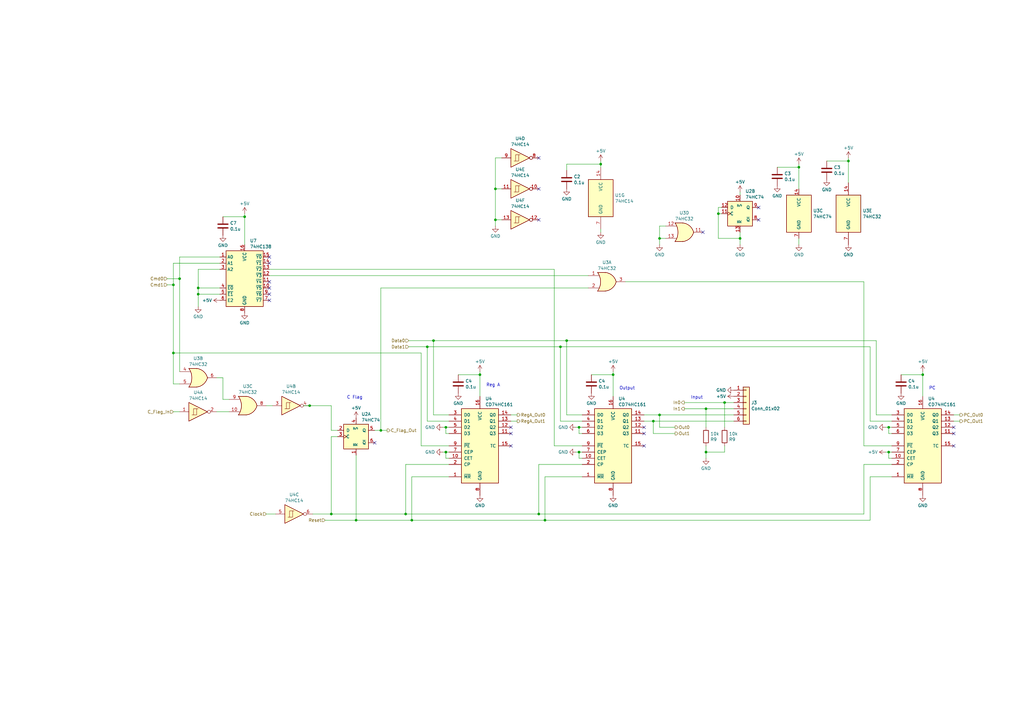
<source format=kicad_sch>
(kicad_sch (version 20230121) (generator eeschema)

  (uuid d4eccd68-f201-4a43-8dd7-875658fab22a)

  (paper "A3")

  (lib_symbols
    (symbol "74xx:74HC138" (in_bom yes) (on_board yes)
      (property "Reference" "U" (at -7.62 13.97 0)
        (effects (font (size 1.27 1.27)) (justify left bottom))
      )
      (property "Value" "74HC138" (at 2.54 -11.43 0)
        (effects (font (size 1.27 1.27)) (justify left top))
      )
      (property "Footprint" "" (at 0 0 0)
        (effects (font (size 1.27 1.27)) hide)
      )
      (property "Datasheet" "http://www.ti.com/lit/ds/symlink/cd74hc238.pdf" (at 0 0 0)
        (effects (font (size 1.27 1.27)) hide)
      )
      (property "ki_keywords" "demux" (at 0 0 0)
        (effects (font (size 1.27 1.27)) hide)
      )
      (property "ki_description" "3-to-8 line decoder/multiplexer inverting, DIP-16/SOIC-16/SSOP-16" (at 0 0 0)
        (effects (font (size 1.27 1.27)) hide)
      )
      (property "ki_fp_filters" "DIP*W7.62mm* SOIC*3.9x9.9mm*P1.27mm* SSOP*5.3x6.2mm*P0.65mm*" (at 0 0 0)
        (effects (font (size 1.27 1.27)) hide)
      )
      (symbol "74HC138_0_1"
        (rectangle (start -7.62 12.7) (end 7.62 -10.16)
          (stroke (width 0.254) (type default))
          (fill (type background))
        )
      )
      (symbol "74HC138_1_1"
        (pin input line (at -10.16 10.16 0) (length 2.54)
          (name "A0" (effects (font (size 1.27 1.27))))
          (number "1" (effects (font (size 1.27 1.27))))
        )
        (pin output line (at 10.16 -2.54 180) (length 2.54)
          (name "~{Y5}" (effects (font (size 1.27 1.27))))
          (number "10" (effects (font (size 1.27 1.27))))
        )
        (pin output line (at 10.16 0 180) (length 2.54)
          (name "~{Y4}" (effects (font (size 1.27 1.27))))
          (number "11" (effects (font (size 1.27 1.27))))
        )
        (pin output line (at 10.16 2.54 180) (length 2.54)
          (name "~{Y3}" (effects (font (size 1.27 1.27))))
          (number "12" (effects (font (size 1.27 1.27))))
        )
        (pin output line (at 10.16 5.08 180) (length 2.54)
          (name "~{Y2}" (effects (font (size 1.27 1.27))))
          (number "13" (effects (font (size 1.27 1.27))))
        )
        (pin output line (at 10.16 7.62 180) (length 2.54)
          (name "~{Y1}" (effects (font (size 1.27 1.27))))
          (number "14" (effects (font (size 1.27 1.27))))
        )
        (pin output line (at 10.16 10.16 180) (length 2.54)
          (name "~{Y0}" (effects (font (size 1.27 1.27))))
          (number "15" (effects (font (size 1.27 1.27))))
        )
        (pin power_in line (at 0 15.24 270) (length 2.54)
          (name "VCC" (effects (font (size 1.27 1.27))))
          (number "16" (effects (font (size 1.27 1.27))))
        )
        (pin input line (at -10.16 7.62 0) (length 2.54)
          (name "A1" (effects (font (size 1.27 1.27))))
          (number "2" (effects (font (size 1.27 1.27))))
        )
        (pin input line (at -10.16 5.08 0) (length 2.54)
          (name "A2" (effects (font (size 1.27 1.27))))
          (number "3" (effects (font (size 1.27 1.27))))
        )
        (pin input line (at -10.16 -2.54 0) (length 2.54)
          (name "~{E0}" (effects (font (size 1.27 1.27))))
          (number "4" (effects (font (size 1.27 1.27))))
        )
        (pin input line (at -10.16 -5.08 0) (length 2.54)
          (name "~{E1}" (effects (font (size 1.27 1.27))))
          (number "5" (effects (font (size 1.27 1.27))))
        )
        (pin input line (at -10.16 -7.62 0) (length 2.54)
          (name "E2" (effects (font (size 1.27 1.27))))
          (number "6" (effects (font (size 1.27 1.27))))
        )
        (pin output line (at 10.16 -7.62 180) (length 2.54)
          (name "~{Y7}" (effects (font (size 1.27 1.27))))
          (number "7" (effects (font (size 1.27 1.27))))
        )
        (pin power_in line (at 0 -12.7 90) (length 2.54)
          (name "GND" (effects (font (size 1.27 1.27))))
          (number "8" (effects (font (size 1.27 1.27))))
        )
        (pin output line (at 10.16 -5.08 180) (length 2.54)
          (name "~{Y6}" (effects (font (size 1.27 1.27))))
          (number "9" (effects (font (size 1.27 1.27))))
        )
      )
    )
    (symbol "74xx:74HC14" (pin_names (offset 1.016)) (in_bom yes) (on_board yes)
      (property "Reference" "U" (at 0 1.27 0)
        (effects (font (size 1.27 1.27)))
      )
      (property "Value" "74HC14" (at 0 -1.27 0)
        (effects (font (size 1.27 1.27)))
      )
      (property "Footprint" "" (at 0 0 0)
        (effects (font (size 1.27 1.27)) hide)
      )
      (property "Datasheet" "http://www.ti.com/lit/gpn/sn74HC14" (at 0 0 0)
        (effects (font (size 1.27 1.27)) hide)
      )
      (property "ki_locked" "" (at 0 0 0)
        (effects (font (size 1.27 1.27)))
      )
      (property "ki_keywords" "HCMOS not inverter" (at 0 0 0)
        (effects (font (size 1.27 1.27)) hide)
      )
      (property "ki_description" "Hex inverter schmitt trigger" (at 0 0 0)
        (effects (font (size 1.27 1.27)) hide)
      )
      (property "ki_fp_filters" "DIP*W7.62mm*" (at 0 0 0)
        (effects (font (size 1.27 1.27)) hide)
      )
      (symbol "74HC14_1_0"
        (polyline
          (pts
            (xy -3.81 3.81)
            (xy -3.81 -3.81)
            (xy 3.81 0)
            (xy -3.81 3.81)
          )
          (stroke (width 0.254) (type default))
          (fill (type background))
        )
        (pin input line (at -7.62 0 0) (length 3.81)
          (name "~" (effects (font (size 1.27 1.27))))
          (number "1" (effects (font (size 1.27 1.27))))
        )
        (pin output inverted (at 7.62 0 180) (length 3.81)
          (name "~" (effects (font (size 1.27 1.27))))
          (number "2" (effects (font (size 1.27 1.27))))
        )
      )
      (symbol "74HC14_1_1"
        (polyline
          (pts
            (xy -1.905 -1.27)
            (xy -1.905 1.27)
            (xy -0.635 1.27)
          )
          (stroke (width 0) (type default))
          (fill (type none))
        )
        (polyline
          (pts
            (xy -2.54 -1.27)
            (xy -0.635 -1.27)
            (xy -0.635 1.27)
            (xy 0 1.27)
          )
          (stroke (width 0) (type default))
          (fill (type none))
        )
      )
      (symbol "74HC14_2_0"
        (polyline
          (pts
            (xy -3.81 3.81)
            (xy -3.81 -3.81)
            (xy 3.81 0)
            (xy -3.81 3.81)
          )
          (stroke (width 0.254) (type default))
          (fill (type background))
        )
        (pin input line (at -7.62 0 0) (length 3.81)
          (name "~" (effects (font (size 1.27 1.27))))
          (number "3" (effects (font (size 1.27 1.27))))
        )
        (pin output inverted (at 7.62 0 180) (length 3.81)
          (name "~" (effects (font (size 1.27 1.27))))
          (number "4" (effects (font (size 1.27 1.27))))
        )
      )
      (symbol "74HC14_2_1"
        (polyline
          (pts
            (xy -1.905 -1.27)
            (xy -1.905 1.27)
            (xy -0.635 1.27)
          )
          (stroke (width 0) (type default))
          (fill (type none))
        )
        (polyline
          (pts
            (xy -2.54 -1.27)
            (xy -0.635 -1.27)
            (xy -0.635 1.27)
            (xy 0 1.27)
          )
          (stroke (width 0) (type default))
          (fill (type none))
        )
      )
      (symbol "74HC14_3_0"
        (polyline
          (pts
            (xy -3.81 3.81)
            (xy -3.81 -3.81)
            (xy 3.81 0)
            (xy -3.81 3.81)
          )
          (stroke (width 0.254) (type default))
          (fill (type background))
        )
        (pin input line (at -7.62 0 0) (length 3.81)
          (name "~" (effects (font (size 1.27 1.27))))
          (number "5" (effects (font (size 1.27 1.27))))
        )
        (pin output inverted (at 7.62 0 180) (length 3.81)
          (name "~" (effects (font (size 1.27 1.27))))
          (number "6" (effects (font (size 1.27 1.27))))
        )
      )
      (symbol "74HC14_3_1"
        (polyline
          (pts
            (xy -1.905 -1.27)
            (xy -1.905 1.27)
            (xy -0.635 1.27)
          )
          (stroke (width 0) (type default))
          (fill (type none))
        )
        (polyline
          (pts
            (xy -2.54 -1.27)
            (xy -0.635 -1.27)
            (xy -0.635 1.27)
            (xy 0 1.27)
          )
          (stroke (width 0) (type default))
          (fill (type none))
        )
      )
      (symbol "74HC14_4_0"
        (polyline
          (pts
            (xy -3.81 3.81)
            (xy -3.81 -3.81)
            (xy 3.81 0)
            (xy -3.81 3.81)
          )
          (stroke (width 0.254) (type default))
          (fill (type background))
        )
        (pin output inverted (at 7.62 0 180) (length 3.81)
          (name "~" (effects (font (size 1.27 1.27))))
          (number "8" (effects (font (size 1.27 1.27))))
        )
        (pin input line (at -7.62 0 0) (length 3.81)
          (name "~" (effects (font (size 1.27 1.27))))
          (number "9" (effects (font (size 1.27 1.27))))
        )
      )
      (symbol "74HC14_4_1"
        (polyline
          (pts
            (xy -1.905 -1.27)
            (xy -1.905 1.27)
            (xy -0.635 1.27)
          )
          (stroke (width 0) (type default))
          (fill (type none))
        )
        (polyline
          (pts
            (xy -2.54 -1.27)
            (xy -0.635 -1.27)
            (xy -0.635 1.27)
            (xy 0 1.27)
          )
          (stroke (width 0) (type default))
          (fill (type none))
        )
      )
      (symbol "74HC14_5_0"
        (polyline
          (pts
            (xy -3.81 3.81)
            (xy -3.81 -3.81)
            (xy 3.81 0)
            (xy -3.81 3.81)
          )
          (stroke (width 0.254) (type default))
          (fill (type background))
        )
        (pin output inverted (at 7.62 0 180) (length 3.81)
          (name "~" (effects (font (size 1.27 1.27))))
          (number "10" (effects (font (size 1.27 1.27))))
        )
        (pin input line (at -7.62 0 0) (length 3.81)
          (name "~" (effects (font (size 1.27 1.27))))
          (number "11" (effects (font (size 1.27 1.27))))
        )
      )
      (symbol "74HC14_5_1"
        (polyline
          (pts
            (xy -1.905 -1.27)
            (xy -1.905 1.27)
            (xy -0.635 1.27)
          )
          (stroke (width 0) (type default))
          (fill (type none))
        )
        (polyline
          (pts
            (xy -2.54 -1.27)
            (xy -0.635 -1.27)
            (xy -0.635 1.27)
            (xy 0 1.27)
          )
          (stroke (width 0) (type default))
          (fill (type none))
        )
      )
      (symbol "74HC14_6_0"
        (polyline
          (pts
            (xy -3.81 3.81)
            (xy -3.81 -3.81)
            (xy 3.81 0)
            (xy -3.81 3.81)
          )
          (stroke (width 0.254) (type default))
          (fill (type background))
        )
        (pin output inverted (at 7.62 0 180) (length 3.81)
          (name "~" (effects (font (size 1.27 1.27))))
          (number "12" (effects (font (size 1.27 1.27))))
        )
        (pin input line (at -7.62 0 0) (length 3.81)
          (name "~" (effects (font (size 1.27 1.27))))
          (number "13" (effects (font (size 1.27 1.27))))
        )
      )
      (symbol "74HC14_6_1"
        (polyline
          (pts
            (xy -1.905 -1.27)
            (xy -1.905 1.27)
            (xy -0.635 1.27)
          )
          (stroke (width 0) (type default))
          (fill (type none))
        )
        (polyline
          (pts
            (xy -2.54 -1.27)
            (xy -0.635 -1.27)
            (xy -0.635 1.27)
            (xy 0 1.27)
          )
          (stroke (width 0) (type default))
          (fill (type none))
        )
      )
      (symbol "74HC14_7_0"
        (pin power_in line (at 0 12.7 270) (length 5.08)
          (name "VCC" (effects (font (size 1.27 1.27))))
          (number "14" (effects (font (size 1.27 1.27))))
        )
        (pin power_in line (at 0 -12.7 90) (length 5.08)
          (name "GND" (effects (font (size 1.27 1.27))))
          (number "7" (effects (font (size 1.27 1.27))))
        )
      )
      (symbol "74HC14_7_1"
        (rectangle (start -5.08 7.62) (end 5.08 -7.62)
          (stroke (width 0.254) (type default))
          (fill (type background))
        )
      )
    )
    (symbol "74xx:74HC74" (pin_names (offset 1.016)) (in_bom yes) (on_board yes)
      (property "Reference" "U" (at -7.62 8.89 0)
        (effects (font (size 1.27 1.27)))
      )
      (property "Value" "74HC74" (at -7.62 -8.89 0)
        (effects (font (size 1.27 1.27)))
      )
      (property "Footprint" "" (at 0 0 0)
        (effects (font (size 1.27 1.27)) hide)
      )
      (property "Datasheet" "74xx/74hc_hct74.pdf" (at 0 0 0)
        (effects (font (size 1.27 1.27)) hide)
      )
      (property "ki_locked" "" (at 0 0 0)
        (effects (font (size 1.27 1.27)))
      )
      (property "ki_keywords" "TTL DFF" (at 0 0 0)
        (effects (font (size 1.27 1.27)) hide)
      )
      (property "ki_description" "Dual D Flip-flop, Set & Reset" (at 0 0 0)
        (effects (font (size 1.27 1.27)) hide)
      )
      (property "ki_fp_filters" "DIP*W7.62mm*" (at 0 0 0)
        (effects (font (size 1.27 1.27)) hide)
      )
      (symbol "74HC74_1_0"
        (pin input line (at 0 -7.62 90) (length 2.54)
          (name "~{R}" (effects (font (size 1.27 1.27))))
          (number "1" (effects (font (size 1.27 1.27))))
        )
        (pin input line (at -7.62 2.54 0) (length 2.54)
          (name "D" (effects (font (size 1.27 1.27))))
          (number "2" (effects (font (size 1.27 1.27))))
        )
        (pin input clock (at -7.62 0 0) (length 2.54)
          (name "C" (effects (font (size 1.27 1.27))))
          (number "3" (effects (font (size 1.27 1.27))))
        )
        (pin input line (at 0 7.62 270) (length 2.54)
          (name "~{S}" (effects (font (size 1.27 1.27))))
          (number "4" (effects (font (size 1.27 1.27))))
        )
        (pin output line (at 7.62 2.54 180) (length 2.54)
          (name "Q" (effects (font (size 1.27 1.27))))
          (number "5" (effects (font (size 1.27 1.27))))
        )
        (pin output line (at 7.62 -2.54 180) (length 2.54)
          (name "~{Q}" (effects (font (size 1.27 1.27))))
          (number "6" (effects (font (size 1.27 1.27))))
        )
      )
      (symbol "74HC74_1_1"
        (rectangle (start -5.08 5.08) (end 5.08 -5.08)
          (stroke (width 0.254) (type default))
          (fill (type background))
        )
      )
      (symbol "74HC74_2_0"
        (pin input line (at 0 7.62 270) (length 2.54)
          (name "~{S}" (effects (font (size 1.27 1.27))))
          (number "10" (effects (font (size 1.27 1.27))))
        )
        (pin input clock (at -7.62 0 0) (length 2.54)
          (name "C" (effects (font (size 1.27 1.27))))
          (number "11" (effects (font (size 1.27 1.27))))
        )
        (pin input line (at -7.62 2.54 0) (length 2.54)
          (name "D" (effects (font (size 1.27 1.27))))
          (number "12" (effects (font (size 1.27 1.27))))
        )
        (pin input line (at 0 -7.62 90) (length 2.54)
          (name "~{R}" (effects (font (size 1.27 1.27))))
          (number "13" (effects (font (size 1.27 1.27))))
        )
        (pin output line (at 7.62 -2.54 180) (length 2.54)
          (name "~{Q}" (effects (font (size 1.27 1.27))))
          (number "8" (effects (font (size 1.27 1.27))))
        )
        (pin output line (at 7.62 2.54 180) (length 2.54)
          (name "Q" (effects (font (size 1.27 1.27))))
          (number "9" (effects (font (size 1.27 1.27))))
        )
      )
      (symbol "74HC74_2_1"
        (rectangle (start -5.08 5.08) (end 5.08 -5.08)
          (stroke (width 0.254) (type default))
          (fill (type background))
        )
      )
      (symbol "74HC74_3_0"
        (pin power_in line (at 0 10.16 270) (length 2.54)
          (name "VCC" (effects (font (size 1.27 1.27))))
          (number "14" (effects (font (size 1.27 1.27))))
        )
        (pin power_in line (at 0 -10.16 90) (length 2.54)
          (name "GND" (effects (font (size 1.27 1.27))))
          (number "7" (effects (font (size 1.27 1.27))))
        )
      )
      (symbol "74HC74_3_1"
        (rectangle (start -5.08 7.62) (end 5.08 -7.62)
          (stroke (width 0.254) (type default))
          (fill (type background))
        )
      )
    )
    (symbol "74xx:74LS161" (pin_names (offset 1.016)) (in_bom yes) (on_board yes)
      (property "Reference" "U" (at -7.62 16.51 0)
        (effects (font (size 1.27 1.27)))
      )
      (property "Value" "74LS161" (at -7.62 -16.51 0)
        (effects (font (size 1.27 1.27)))
      )
      (property "Footprint" "" (at 0 0 0)
        (effects (font (size 1.27 1.27)) hide)
      )
      (property "Datasheet" "http://www.ti.com/lit/gpn/sn74LS161" (at 0 0 0)
        (effects (font (size 1.27 1.27)) hide)
      )
      (property "ki_locked" "" (at 0 0 0)
        (effects (font (size 1.27 1.27)))
      )
      (property "ki_keywords" "TTL CNT CNT4" (at 0 0 0)
        (effects (font (size 1.27 1.27)) hide)
      )
      (property "ki_description" "Synchronous 4-bit programmable binary Counter" (at 0 0 0)
        (effects (font (size 1.27 1.27)) hide)
      )
      (property "ki_fp_filters" "DIP?16*" (at 0 0 0)
        (effects (font (size 1.27 1.27)) hide)
      )
      (symbol "74LS161_1_0"
        (pin input line (at -12.7 -12.7 0) (length 5.08)
          (name "~{MR}" (effects (font (size 1.27 1.27))))
          (number "1" (effects (font (size 1.27 1.27))))
        )
        (pin input line (at -12.7 -5.08 0) (length 5.08)
          (name "CET" (effects (font (size 1.27 1.27))))
          (number "10" (effects (font (size 1.27 1.27))))
        )
        (pin output line (at 12.7 5.08 180) (length 5.08)
          (name "Q3" (effects (font (size 1.27 1.27))))
          (number "11" (effects (font (size 1.27 1.27))))
        )
        (pin output line (at 12.7 7.62 180) (length 5.08)
          (name "Q2" (effects (font (size 1.27 1.27))))
          (number "12" (effects (font (size 1.27 1.27))))
        )
        (pin output line (at 12.7 10.16 180) (length 5.08)
          (name "Q1" (effects (font (size 1.27 1.27))))
          (number "13" (effects (font (size 1.27 1.27))))
        )
        (pin output line (at 12.7 12.7 180) (length 5.08)
          (name "Q0" (effects (font (size 1.27 1.27))))
          (number "14" (effects (font (size 1.27 1.27))))
        )
        (pin output line (at 12.7 0 180) (length 5.08)
          (name "TC" (effects (font (size 1.27 1.27))))
          (number "15" (effects (font (size 1.27 1.27))))
        )
        (pin power_in line (at 0 20.32 270) (length 5.08)
          (name "VCC" (effects (font (size 1.27 1.27))))
          (number "16" (effects (font (size 1.27 1.27))))
        )
        (pin input line (at -12.7 -7.62 0) (length 5.08)
          (name "CP" (effects (font (size 1.27 1.27))))
          (number "2" (effects (font (size 1.27 1.27))))
        )
        (pin input line (at -12.7 12.7 0) (length 5.08)
          (name "D0" (effects (font (size 1.27 1.27))))
          (number "3" (effects (font (size 1.27 1.27))))
        )
        (pin input line (at -12.7 10.16 0) (length 5.08)
          (name "D1" (effects (font (size 1.27 1.27))))
          (number "4" (effects (font (size 1.27 1.27))))
        )
        (pin input line (at -12.7 7.62 0) (length 5.08)
          (name "D2" (effects (font (size 1.27 1.27))))
          (number "5" (effects (font (size 1.27 1.27))))
        )
        (pin input line (at -12.7 5.08 0) (length 5.08)
          (name "D3" (effects (font (size 1.27 1.27))))
          (number "6" (effects (font (size 1.27 1.27))))
        )
        (pin input line (at -12.7 -2.54 0) (length 5.08)
          (name "CEP" (effects (font (size 1.27 1.27))))
          (number "7" (effects (font (size 1.27 1.27))))
        )
        (pin power_in line (at 0 -20.32 90) (length 5.08)
          (name "GND" (effects (font (size 1.27 1.27))))
          (number "8" (effects (font (size 1.27 1.27))))
        )
        (pin input line (at -12.7 0 0) (length 5.08)
          (name "~{PE}" (effects (font (size 1.27 1.27))))
          (number "9" (effects (font (size 1.27 1.27))))
        )
      )
      (symbol "74LS161_1_1"
        (rectangle (start -7.62 15.24) (end 7.62 -15.24)
          (stroke (width 0.254) (type default))
          (fill (type background))
        )
      )
    )
    (symbol "74xx:74LS32" (pin_names (offset 1.016)) (in_bom yes) (on_board yes)
      (property "Reference" "U" (at 0 1.27 0)
        (effects (font (size 1.27 1.27)))
      )
      (property "Value" "74LS32" (at 0 -1.27 0)
        (effects (font (size 1.27 1.27)))
      )
      (property "Footprint" "" (at 0 0 0)
        (effects (font (size 1.27 1.27)) hide)
      )
      (property "Datasheet" "http://www.ti.com/lit/gpn/sn74LS32" (at 0 0 0)
        (effects (font (size 1.27 1.27)) hide)
      )
      (property "ki_locked" "" (at 0 0 0)
        (effects (font (size 1.27 1.27)))
      )
      (property "ki_keywords" "TTL Or2" (at 0 0 0)
        (effects (font (size 1.27 1.27)) hide)
      )
      (property "ki_description" "Quad 2-input OR" (at 0 0 0)
        (effects (font (size 1.27 1.27)) hide)
      )
      (property "ki_fp_filters" "DIP?14*" (at 0 0 0)
        (effects (font (size 1.27 1.27)) hide)
      )
      (symbol "74LS32_1_1"
        (arc (start -3.81 -3.81) (mid -2.589 0) (end -3.81 3.81)
          (stroke (width 0.254) (type default))
          (fill (type none))
        )
        (arc (start -0.6096 -3.81) (mid 2.1842 -2.5851) (end 3.81 0)
          (stroke (width 0.254) (type default))
          (fill (type background))
        )
        (polyline
          (pts
            (xy -3.81 -3.81)
            (xy -0.635 -3.81)
          )
          (stroke (width 0.254) (type default))
          (fill (type background))
        )
        (polyline
          (pts
            (xy -3.81 3.81)
            (xy -0.635 3.81)
          )
          (stroke (width 0.254) (type default))
          (fill (type background))
        )
        (polyline
          (pts
            (xy -0.635 3.81)
            (xy -3.81 3.81)
            (xy -3.81 3.81)
            (xy -3.556 3.4036)
            (xy -3.0226 2.2606)
            (xy -2.6924 1.0414)
            (xy -2.6162 -0.254)
            (xy -2.7686 -1.4986)
            (xy -3.175 -2.7178)
            (xy -3.81 -3.81)
            (xy -3.81 -3.81)
            (xy -0.635 -3.81)
          )
          (stroke (width -25.4) (type default))
          (fill (type background))
        )
        (arc (start 3.81 0) (mid 2.1915 2.5936) (end -0.6096 3.81)
          (stroke (width 0.254) (type default))
          (fill (type background))
        )
        (pin input line (at -7.62 2.54 0) (length 4.318)
          (name "~" (effects (font (size 1.27 1.27))))
          (number "1" (effects (font (size 1.27 1.27))))
        )
        (pin input line (at -7.62 -2.54 0) (length 4.318)
          (name "~" (effects (font (size 1.27 1.27))))
          (number "2" (effects (font (size 1.27 1.27))))
        )
        (pin output line (at 7.62 0 180) (length 3.81)
          (name "~" (effects (font (size 1.27 1.27))))
          (number "3" (effects (font (size 1.27 1.27))))
        )
      )
      (symbol "74LS32_1_2"
        (arc (start 0 -3.81) (mid 3.7934 0) (end 0 3.81)
          (stroke (width 0.254) (type default))
          (fill (type background))
        )
        (polyline
          (pts
            (xy 0 3.81)
            (xy -3.81 3.81)
            (xy -3.81 -3.81)
            (xy 0 -3.81)
          )
          (stroke (width 0.254) (type default))
          (fill (type background))
        )
        (pin input inverted (at -7.62 2.54 0) (length 3.81)
          (name "~" (effects (font (size 1.27 1.27))))
          (number "1" (effects (font (size 1.27 1.27))))
        )
        (pin input inverted (at -7.62 -2.54 0) (length 3.81)
          (name "~" (effects (font (size 1.27 1.27))))
          (number "2" (effects (font (size 1.27 1.27))))
        )
        (pin output inverted (at 7.62 0 180) (length 3.81)
          (name "~" (effects (font (size 1.27 1.27))))
          (number "3" (effects (font (size 1.27 1.27))))
        )
      )
      (symbol "74LS32_2_1"
        (arc (start -3.81 -3.81) (mid -2.589 0) (end -3.81 3.81)
          (stroke (width 0.254) (type default))
          (fill (type none))
        )
        (arc (start -0.6096 -3.81) (mid 2.1842 -2.5851) (end 3.81 0)
          (stroke (width 0.254) (type default))
          (fill (type background))
        )
        (polyline
          (pts
            (xy -3.81 -3.81)
            (xy -0.635 -3.81)
          )
          (stroke (width 0.254) (type default))
          (fill (type background))
        )
        (polyline
          (pts
            (xy -3.81 3.81)
            (xy -0.635 3.81)
          )
          (stroke (width 0.254) (type default))
          (fill (type background))
        )
        (polyline
          (pts
            (xy -0.635 3.81)
            (xy -3.81 3.81)
            (xy -3.81 3.81)
            (xy -3.556 3.4036)
            (xy -3.0226 2.2606)
            (xy -2.6924 1.0414)
            (xy -2.6162 -0.254)
            (xy -2.7686 -1.4986)
            (xy -3.175 -2.7178)
            (xy -3.81 -3.81)
            (xy -3.81 -3.81)
            (xy -0.635 -3.81)
          )
          (stroke (width -25.4) (type default))
          (fill (type background))
        )
        (arc (start 3.81 0) (mid 2.1915 2.5936) (end -0.6096 3.81)
          (stroke (width 0.254) (type default))
          (fill (type background))
        )
        (pin input line (at -7.62 2.54 0) (length 4.318)
          (name "~" (effects (font (size 1.27 1.27))))
          (number "4" (effects (font (size 1.27 1.27))))
        )
        (pin input line (at -7.62 -2.54 0) (length 4.318)
          (name "~" (effects (font (size 1.27 1.27))))
          (number "5" (effects (font (size 1.27 1.27))))
        )
        (pin output line (at 7.62 0 180) (length 3.81)
          (name "~" (effects (font (size 1.27 1.27))))
          (number "6" (effects (font (size 1.27 1.27))))
        )
      )
      (symbol "74LS32_2_2"
        (arc (start 0 -3.81) (mid 3.7934 0) (end 0 3.81)
          (stroke (width 0.254) (type default))
          (fill (type background))
        )
        (polyline
          (pts
            (xy 0 3.81)
            (xy -3.81 3.81)
            (xy -3.81 -3.81)
            (xy 0 -3.81)
          )
          (stroke (width 0.254) (type default))
          (fill (type background))
        )
        (pin input inverted (at -7.62 2.54 0) (length 3.81)
          (name "~" (effects (font (size 1.27 1.27))))
          (number "4" (effects (font (size 1.27 1.27))))
        )
        (pin input inverted (at -7.62 -2.54 0) (length 3.81)
          (name "~" (effects (font (size 1.27 1.27))))
          (number "5" (effects (font (size 1.27 1.27))))
        )
        (pin output inverted (at 7.62 0 180) (length 3.81)
          (name "~" (effects (font (size 1.27 1.27))))
          (number "6" (effects (font (size 1.27 1.27))))
        )
      )
      (symbol "74LS32_3_1"
        (arc (start -3.81 -3.81) (mid -2.589 0) (end -3.81 3.81)
          (stroke (width 0.254) (type default))
          (fill (type none))
        )
        (arc (start -0.6096 -3.81) (mid 2.1842 -2.5851) (end 3.81 0)
          (stroke (width 0.254) (type default))
          (fill (type background))
        )
        (polyline
          (pts
            (xy -3.81 -3.81)
            (xy -0.635 -3.81)
          )
          (stroke (width 0.254) (type default))
          (fill (type background))
        )
        (polyline
          (pts
            (xy -3.81 3.81)
            (xy -0.635 3.81)
          )
          (stroke (width 0.254) (type default))
          (fill (type background))
        )
        (polyline
          (pts
            (xy -0.635 3.81)
            (xy -3.81 3.81)
            (xy -3.81 3.81)
            (xy -3.556 3.4036)
            (xy -3.0226 2.2606)
            (xy -2.6924 1.0414)
            (xy -2.6162 -0.254)
            (xy -2.7686 -1.4986)
            (xy -3.175 -2.7178)
            (xy -3.81 -3.81)
            (xy -3.81 -3.81)
            (xy -0.635 -3.81)
          )
          (stroke (width -25.4) (type default))
          (fill (type background))
        )
        (arc (start 3.81 0) (mid 2.1915 2.5936) (end -0.6096 3.81)
          (stroke (width 0.254) (type default))
          (fill (type background))
        )
        (pin input line (at -7.62 -2.54 0) (length 4.318)
          (name "~" (effects (font (size 1.27 1.27))))
          (number "10" (effects (font (size 1.27 1.27))))
        )
        (pin output line (at 7.62 0 180) (length 3.81)
          (name "~" (effects (font (size 1.27 1.27))))
          (number "8" (effects (font (size 1.27 1.27))))
        )
        (pin input line (at -7.62 2.54 0) (length 4.318)
          (name "~" (effects (font (size 1.27 1.27))))
          (number "9" (effects (font (size 1.27 1.27))))
        )
      )
      (symbol "74LS32_3_2"
        (arc (start 0 -3.81) (mid 3.7934 0) (end 0 3.81)
          (stroke (width 0.254) (type default))
          (fill (type background))
        )
        (polyline
          (pts
            (xy 0 3.81)
            (xy -3.81 3.81)
            (xy -3.81 -3.81)
            (xy 0 -3.81)
          )
          (stroke (width 0.254) (type default))
          (fill (type background))
        )
        (pin input inverted (at -7.62 -2.54 0) (length 3.81)
          (name "~" (effects (font (size 1.27 1.27))))
          (number "10" (effects (font (size 1.27 1.27))))
        )
        (pin output inverted (at 7.62 0 180) (length 3.81)
          (name "~" (effects (font (size 1.27 1.27))))
          (number "8" (effects (font (size 1.27 1.27))))
        )
        (pin input inverted (at -7.62 2.54 0) (length 3.81)
          (name "~" (effects (font (size 1.27 1.27))))
          (number "9" (effects (font (size 1.27 1.27))))
        )
      )
      (symbol "74LS32_4_1"
        (arc (start -3.81 -3.81) (mid -2.589 0) (end -3.81 3.81)
          (stroke (width 0.254) (type default))
          (fill (type none))
        )
        (arc (start -0.6096 -3.81) (mid 2.1842 -2.5851) (end 3.81 0)
          (stroke (width 0.254) (type default))
          (fill (type background))
        )
        (polyline
          (pts
            (xy -3.81 -3.81)
            (xy -0.635 -3.81)
          )
          (stroke (width 0.254) (type default))
          (fill (type background))
        )
        (polyline
          (pts
            (xy -3.81 3.81)
            (xy -0.635 3.81)
          )
          (stroke (width 0.254) (type default))
          (fill (type background))
        )
        (polyline
          (pts
            (xy -0.635 3.81)
            (xy -3.81 3.81)
            (xy -3.81 3.81)
            (xy -3.556 3.4036)
            (xy -3.0226 2.2606)
            (xy -2.6924 1.0414)
            (xy -2.6162 -0.254)
            (xy -2.7686 -1.4986)
            (xy -3.175 -2.7178)
            (xy -3.81 -3.81)
            (xy -3.81 -3.81)
            (xy -0.635 -3.81)
          )
          (stroke (width -25.4) (type default))
          (fill (type background))
        )
        (arc (start 3.81 0) (mid 2.1915 2.5936) (end -0.6096 3.81)
          (stroke (width 0.254) (type default))
          (fill (type background))
        )
        (pin output line (at 7.62 0 180) (length 3.81)
          (name "~" (effects (font (size 1.27 1.27))))
          (number "11" (effects (font (size 1.27 1.27))))
        )
        (pin input line (at -7.62 2.54 0) (length 4.318)
          (name "~" (effects (font (size 1.27 1.27))))
          (number "12" (effects (font (size 1.27 1.27))))
        )
        (pin input line (at -7.62 -2.54 0) (length 4.318)
          (name "~" (effects (font (size 1.27 1.27))))
          (number "13" (effects (font (size 1.27 1.27))))
        )
      )
      (symbol "74LS32_4_2"
        (arc (start 0 -3.81) (mid 3.7934 0) (end 0 3.81)
          (stroke (width 0.254) (type default))
          (fill (type background))
        )
        (polyline
          (pts
            (xy 0 3.81)
            (xy -3.81 3.81)
            (xy -3.81 -3.81)
            (xy 0 -3.81)
          )
          (stroke (width 0.254) (type default))
          (fill (type background))
        )
        (pin output inverted (at 7.62 0 180) (length 3.81)
          (name "~" (effects (font (size 1.27 1.27))))
          (number "11" (effects (font (size 1.27 1.27))))
        )
        (pin input inverted (at -7.62 2.54 0) (length 3.81)
          (name "~" (effects (font (size 1.27 1.27))))
          (number "12" (effects (font (size 1.27 1.27))))
        )
        (pin input inverted (at -7.62 -2.54 0) (length 3.81)
          (name "~" (effects (font (size 1.27 1.27))))
          (number "13" (effects (font (size 1.27 1.27))))
        )
      )
      (symbol "74LS32_5_0"
        (pin power_in line (at 0 12.7 270) (length 5.08)
          (name "VCC" (effects (font (size 1.27 1.27))))
          (number "14" (effects (font (size 1.27 1.27))))
        )
        (pin power_in line (at 0 -12.7 90) (length 5.08)
          (name "GND" (effects (font (size 1.27 1.27))))
          (number "7" (effects (font (size 1.27 1.27))))
        )
      )
      (symbol "74LS32_5_1"
        (rectangle (start -5.08 7.62) (end 5.08 -7.62)
          (stroke (width 0.254) (type default))
          (fill (type background))
        )
      )
    )
    (symbol "Connector_Generic:Conn_01x06" (pin_names (offset 1.016) hide) (in_bom yes) (on_board yes)
      (property "Reference" "J" (at 0 7.62 0)
        (effects (font (size 1.27 1.27)))
      )
      (property "Value" "Conn_01x06" (at 0 -10.16 0)
        (effects (font (size 1.27 1.27)))
      )
      (property "Footprint" "" (at 0 0 0)
        (effects (font (size 1.27 1.27)) hide)
      )
      (property "Datasheet" "~" (at 0 0 0)
        (effects (font (size 1.27 1.27)) hide)
      )
      (property "ki_keywords" "connector" (at 0 0 0)
        (effects (font (size 1.27 1.27)) hide)
      )
      (property "ki_description" "Generic connector, single row, 01x06, script generated (kicad-library-utils/schlib/autogen/connector/)" (at 0 0 0)
        (effects (font (size 1.27 1.27)) hide)
      )
      (property "ki_fp_filters" "Connector*:*_1x??_*" (at 0 0 0)
        (effects (font (size 1.27 1.27)) hide)
      )
      (symbol "Conn_01x06_1_1"
        (rectangle (start -1.27 -7.493) (end 0 -7.747)
          (stroke (width 0.1524) (type default))
          (fill (type none))
        )
        (rectangle (start -1.27 -4.953) (end 0 -5.207)
          (stroke (width 0.1524) (type default))
          (fill (type none))
        )
        (rectangle (start -1.27 -2.413) (end 0 -2.667)
          (stroke (width 0.1524) (type default))
          (fill (type none))
        )
        (rectangle (start -1.27 0.127) (end 0 -0.127)
          (stroke (width 0.1524) (type default))
          (fill (type none))
        )
        (rectangle (start -1.27 2.667) (end 0 2.413)
          (stroke (width 0.1524) (type default))
          (fill (type none))
        )
        (rectangle (start -1.27 5.207) (end 0 4.953)
          (stroke (width 0.1524) (type default))
          (fill (type none))
        )
        (rectangle (start -1.27 6.35) (end 1.27 -8.89)
          (stroke (width 0.254) (type default))
          (fill (type background))
        )
        (pin passive line (at -5.08 5.08 0) (length 3.81)
          (name "Pin_1" (effects (font (size 1.27 1.27))))
          (number "1" (effects (font (size 1.27 1.27))))
        )
        (pin passive line (at -5.08 2.54 0) (length 3.81)
          (name "Pin_2" (effects (font (size 1.27 1.27))))
          (number "2" (effects (font (size 1.27 1.27))))
        )
        (pin passive line (at -5.08 0 0) (length 3.81)
          (name "Pin_3" (effects (font (size 1.27 1.27))))
          (number "3" (effects (font (size 1.27 1.27))))
        )
        (pin passive line (at -5.08 -2.54 0) (length 3.81)
          (name "Pin_4" (effects (font (size 1.27 1.27))))
          (number "4" (effects (font (size 1.27 1.27))))
        )
        (pin passive line (at -5.08 -5.08 0) (length 3.81)
          (name "Pin_5" (effects (font (size 1.27 1.27))))
          (number "5" (effects (font (size 1.27 1.27))))
        )
        (pin passive line (at -5.08 -7.62 0) (length 3.81)
          (name "Pin_6" (effects (font (size 1.27 1.27))))
          (number "6" (effects (font (size 1.27 1.27))))
        )
      )
    )
    (symbol "Device:C" (pin_numbers hide) (pin_names (offset 0.254)) (in_bom yes) (on_board yes)
      (property "Reference" "C" (at 0.635 2.54 0)
        (effects (font (size 1.27 1.27)) (justify left))
      )
      (property "Value" "C" (at 0.635 -2.54 0)
        (effects (font (size 1.27 1.27)) (justify left))
      )
      (property "Footprint" "" (at 0.9652 -3.81 0)
        (effects (font (size 1.27 1.27)) hide)
      )
      (property "Datasheet" "~" (at 0 0 0)
        (effects (font (size 1.27 1.27)) hide)
      )
      (property "ki_keywords" "cap capacitor" (at 0 0 0)
        (effects (font (size 1.27 1.27)) hide)
      )
      (property "ki_description" "Unpolarized capacitor" (at 0 0 0)
        (effects (font (size 1.27 1.27)) hide)
      )
      (property "ki_fp_filters" "C_*" (at 0 0 0)
        (effects (font (size 1.27 1.27)) hide)
      )
      (symbol "C_0_1"
        (polyline
          (pts
            (xy -2.032 -0.762)
            (xy 2.032 -0.762)
          )
          (stroke (width 0.508) (type default))
          (fill (type none))
        )
        (polyline
          (pts
            (xy -2.032 0.762)
            (xy 2.032 0.762)
          )
          (stroke (width 0.508) (type default))
          (fill (type none))
        )
      )
      (symbol "C_1_1"
        (pin passive line (at 0 3.81 270) (length 2.794)
          (name "~" (effects (font (size 1.27 1.27))))
          (number "1" (effects (font (size 1.27 1.27))))
        )
        (pin passive line (at 0 -3.81 90) (length 2.794)
          (name "~" (effects (font (size 1.27 1.27))))
          (number "2" (effects (font (size 1.27 1.27))))
        )
      )
    )
    (symbol "Device:R" (pin_numbers hide) (pin_names (offset 0)) (in_bom yes) (on_board yes)
      (property "Reference" "R" (at 2.032 0 90)
        (effects (font (size 1.27 1.27)))
      )
      (property "Value" "R" (at 0 0 90)
        (effects (font (size 1.27 1.27)))
      )
      (property "Footprint" "" (at -1.778 0 90)
        (effects (font (size 1.27 1.27)) hide)
      )
      (property "Datasheet" "~" (at 0 0 0)
        (effects (font (size 1.27 1.27)) hide)
      )
      (property "ki_keywords" "R res resistor" (at 0 0 0)
        (effects (font (size 1.27 1.27)) hide)
      )
      (property "ki_description" "Resistor" (at 0 0 0)
        (effects (font (size 1.27 1.27)) hide)
      )
      (property "ki_fp_filters" "R_*" (at 0 0 0)
        (effects (font (size 1.27 1.27)) hide)
      )
      (symbol "R_0_1"
        (rectangle (start -1.016 -2.54) (end 1.016 2.54)
          (stroke (width 0.254) (type default))
          (fill (type none))
        )
      )
      (symbol "R_1_1"
        (pin passive line (at 0 3.81 270) (length 1.27)
          (name "~" (effects (font (size 1.27 1.27))))
          (number "1" (effects (font (size 1.27 1.27))))
        )
        (pin passive line (at 0 -3.81 90) (length 1.27)
          (name "~" (effects (font (size 1.27 1.27))))
          (number "2" (effects (font (size 1.27 1.27))))
        )
      )
    )
    (symbol "power:+5V" (power) (pin_names (offset 0)) (in_bom yes) (on_board yes)
      (property "Reference" "#PWR" (at 0 -3.81 0)
        (effects (font (size 1.27 1.27)) hide)
      )
      (property "Value" "+5V" (at 0 3.556 0)
        (effects (font (size 1.27 1.27)))
      )
      (property "Footprint" "" (at 0 0 0)
        (effects (font (size 1.27 1.27)) hide)
      )
      (property "Datasheet" "" (at 0 0 0)
        (effects (font (size 1.27 1.27)) hide)
      )
      (property "ki_keywords" "global power" (at 0 0 0)
        (effects (font (size 1.27 1.27)) hide)
      )
      (property "ki_description" "Power symbol creates a global label with name \"+5V\"" (at 0 0 0)
        (effects (font (size 1.27 1.27)) hide)
      )
      (symbol "+5V_0_1"
        (polyline
          (pts
            (xy -0.762 1.27)
            (xy 0 2.54)
          )
          (stroke (width 0) (type default))
          (fill (type none))
        )
        (polyline
          (pts
            (xy 0 0)
            (xy 0 2.54)
          )
          (stroke (width 0) (type default))
          (fill (type none))
        )
        (polyline
          (pts
            (xy 0 2.54)
            (xy 0.762 1.27)
          )
          (stroke (width 0) (type default))
          (fill (type none))
        )
      )
      (symbol "+5V_1_1"
        (pin power_in line (at 0 0 90) (length 0) hide
          (name "+5V" (effects (font (size 1.27 1.27))))
          (number "1" (effects (font (size 1.27 1.27))))
        )
      )
    )
    (symbol "power:GND" (power) (pin_names (offset 0)) (in_bom yes) (on_board yes)
      (property "Reference" "#PWR" (at 0 -6.35 0)
        (effects (font (size 1.27 1.27)) hide)
      )
      (property "Value" "GND" (at 0 -3.81 0)
        (effects (font (size 1.27 1.27)))
      )
      (property "Footprint" "" (at 0 0 0)
        (effects (font (size 1.27 1.27)) hide)
      )
      (property "Datasheet" "" (at 0 0 0)
        (effects (font (size 1.27 1.27)) hide)
      )
      (property "ki_keywords" "global power" (at 0 0 0)
        (effects (font (size 1.27 1.27)) hide)
      )
      (property "ki_description" "Power symbol creates a global label with name \"GND\" , ground" (at 0 0 0)
        (effects (font (size 1.27 1.27)) hide)
      )
      (symbol "GND_0_1"
        (polyline
          (pts
            (xy 0 0)
            (xy 0 -1.27)
            (xy 1.27 -1.27)
            (xy 0 -2.54)
            (xy -1.27 -1.27)
            (xy 0 -1.27)
          )
          (stroke (width 0) (type default))
          (fill (type none))
        )
      )
      (symbol "GND_1_1"
        (pin power_in line (at 0 0 270) (length 0) hide
          (name "GND" (effects (font (size 1.27 1.27))))
          (number "1" (effects (font (size 1.27 1.27))))
        )
      )
    )
  )

  (junction (at 303.53 97.79) (diameter 0) (color 0 0 0 0)
    (uuid 0dda15ce-92ff-461c-ba84-c822ad43440a)
  )
  (junction (at 220.98 210.82) (diameter 0) (color 0 0 0 0)
    (uuid 13b83ac7-dfb1-4349-87a3-2ac8cb97254d)
  )
  (junction (at 270.51 170.18) (diameter 0) (color 0 0 0 0)
    (uuid 167db0cf-6aed-4f9e-98d2-8d5aef2d063a)
  )
  (junction (at 251.46 153.67) (diameter 0) (color 0 0 0 0)
    (uuid 170c741d-7ee5-4c20-9c91-945bdf28afb1)
  )
  (junction (at 237.49 175.26) (diameter 0) (color 0 0 0 0)
    (uuid 180f77ab-9774-4875-8a97-34ce0a140c0a)
  )
  (junction (at 100.33 88.9) (diameter 0) (color 0 0 0 0)
    (uuid 2210c10a-ec08-4a24-9601-2d00bb1c2616)
  )
  (junction (at 229.87 142.24) (diameter 0) (color 0 0 0 0)
    (uuid 22e2047f-950a-4d00-9e9d-a8b3324f6c67)
  )
  (junction (at 246.38 67.31) (diameter 0) (color 0 0 0 0)
    (uuid 26083ce5-0395-4252-9ee2-2df9376372d8)
  )
  (junction (at 135.89 210.82) (diameter 0) (color 0 0 0 0)
    (uuid 2f3c54fa-4598-4f4b-9b79-4e751640b9dc)
  )
  (junction (at 127 166.37) (diameter 0) (color 0 0 0 0)
    (uuid 2f74e039-0e5b-4791-a991-4eedf2fb6aec)
  )
  (junction (at 146.05 213.36) (diameter 0) (color 0 0 0 0)
    (uuid 3e68bcdc-d332-4782-95dc-f98d8cb30f31)
  )
  (junction (at 327.66 68.58) (diameter 0) (color 0 0 0 0)
    (uuid 419f6b7c-1e8d-4ee7-8504-862684234e11)
  )
  (junction (at 71.12 116.84) (diameter 0) (color 0 0 0 0)
    (uuid 4c771a44-68f2-4438-a2c5-af8864067bd6)
  )
  (junction (at 364.49 185.42) (diameter 0) (color 0 0 0 0)
    (uuid 5287140a-b980-4c1c-b67b-3908b7b4b2c4)
  )
  (junction (at 196.85 153.67) (diameter 0) (color 0 0 0 0)
    (uuid 5a3e7f94-5610-4e2c-9e59-830dc443de74)
  )
  (junction (at 71.12 144.78) (diameter 0) (color 0 0 0 0)
    (uuid 5d1a351b-d02d-4ae6-8e4f-e95ff8b086a8)
  )
  (junction (at 223.52 213.36) (diameter 0) (color 0 0 0 0)
    (uuid 7587634e-d38e-4819-a655-0a0008d0e3ff)
  )
  (junction (at 297.18 165.1) (diameter 0) (color 0 0 0 0)
    (uuid 7ce90067-5fa3-4066-881d-f8b18935f201)
  )
  (junction (at 289.56 167.64) (diameter 0) (color 0 0 0 0)
    (uuid 836ca393-f316-4525-a8e1-4e9532cda421)
  )
  (junction (at 364.49 175.26) (diameter 0) (color 0 0 0 0)
    (uuid 897a7a1d-547d-4d1a-8f3f-ddd45eb350bc)
  )
  (junction (at 378.46 153.67) (diameter 0) (color 0 0 0 0)
    (uuid 8d74b74d-38d9-4cdb-8372-318425d5b153)
  )
  (junction (at 237.49 185.42) (diameter 0) (color 0 0 0 0)
    (uuid 922693aa-6b9c-45ed-9ca8-f52d49e0f0a1)
  )
  (junction (at 289.56 185.42) (diameter 0) (color 0 0 0 0)
    (uuid 9805a54e-9f55-4008-92d6-67c06f719369)
  )
  (junction (at 168.91 213.36) (diameter 0) (color 0 0 0 0)
    (uuid 9b66f258-fd42-469d-ab66-33ae4ba88842)
  )
  (junction (at 81.28 118.11) (diameter 0) (color 0 0 0 0)
    (uuid 9c61b2aa-e884-44dd-bbed-d7dc6f8e8d5d)
  )
  (junction (at 182.88 185.42) (diameter 0) (color 0 0 0 0)
    (uuid 9d42ea06-eb25-4645-936b-1954e3ec9b56)
  )
  (junction (at 347.98 66.04) (diameter 0) (color 0 0 0 0)
    (uuid aa1101c3-35f5-46a8-ac80-8f8ac2b32e6a)
  )
  (junction (at 203.2 77.47) (diameter 0) (color 0 0 0 0)
    (uuid ba6ff39f-8ded-4a94-8e37-42a3b12ecae5)
  )
  (junction (at 175.26 142.24) (diameter 0) (color 0 0 0 0)
    (uuid bf744ee8-78d6-4877-86bd-f8d7707880f4)
  )
  (junction (at 203.2 90.17) (diameter 0) (color 0 0 0 0)
    (uuid c0263466-fd25-499f-8ed8-5a4c9eda60ee)
  )
  (junction (at 177.8 139.7) (diameter 0) (color 0 0 0 0)
    (uuid c11227a3-7283-4723-8bfa-a1ed3c0e01c6)
  )
  (junction (at 267.97 172.72) (diameter 0) (color 0 0 0 0)
    (uuid c442434e-549c-41d9-9885-c308a3af7637)
  )
  (junction (at 270.51 97.79) (diameter 0) (color 0 0 0 0)
    (uuid c4dbdecb-6fe2-4824-b91a-a24f08fd457c)
  )
  (junction (at 232.41 139.7) (diameter 0) (color 0 0 0 0)
    (uuid d0be31f6-3460-4371-b149-b53aae86c0fd)
  )
  (junction (at 73.66 114.3) (diameter 0) (color 0 0 0 0)
    (uuid d40a4ee9-b6af-43bb-a203-763f6a37da16)
  )
  (junction (at 81.28 120.65) (diameter 0) (color 0 0 0 0)
    (uuid daed910a-ad41-49ce-b2be-952c7bd586ac)
  )
  (junction (at 156.21 176.53) (diameter 0) (color 0 0 0 0)
    (uuid e133b55a-2d96-4c28-9118-16fa0e2aa282)
  )
  (junction (at 182.88 175.26) (diameter 0) (color 0 0 0 0)
    (uuid e6633d8a-0d3a-4de5-ba31-0a6bc22f6255)
  )
  (junction (at 166.37 210.82) (diameter 0) (color 0 0 0 0)
    (uuid eeb61184-050b-4281-945b-0fb864e70bc1)
  )
  (junction (at 294.64 87.63) (diameter 0) (color 0 0 0 0)
    (uuid ef43a702-8ed4-451e-a8ae-c8c09c3c90ad)
  )

  (no_connect (at 288.29 95.25) (uuid 03335f3c-6753-4b6d-ac30-02aaf170febb))
  (no_connect (at 264.16 182.88) (uuid 055cb4ea-cdad-4bc2-b3b1-fe20dae1466d))
  (no_connect (at 220.98 64.77) (uuid 27a50733-5322-4f79-abac-af3b499840ad))
  (no_connect (at 153.67 181.61) (uuid 2bdbe19e-bab4-43fa-bfed-bb2b71b26763))
  (no_connect (at 311.15 85.09) (uuid 3106caed-bb87-4b1d-b2a1-7af23798c3f6))
  (no_connect (at 391.16 175.26) (uuid 34a4dac6-11b0-4fa5-a788-b5f273bf810a))
  (no_connect (at 110.49 115.57) (uuid 3663753b-4d11-44a5-8491-40dd65052d3b))
  (no_connect (at 391.16 182.88) (uuid 3bc758fa-8f2f-4c66-8527-06ba53d8125f))
  (no_connect (at 110.49 118.11) (uuid 4fc27bd9-18c7-4525-bacc-862e52b0b5a8))
  (no_connect (at 220.98 90.17) (uuid 722acebc-ff1e-4240-b72c-5a67b7bd210c))
  (no_connect (at 110.49 107.95) (uuid 8519eb94-b5aa-4e17-8b7f-08806d60c032))
  (no_connect (at 391.16 177.8) (uuid 909eece0-a430-4e12-8352-a2064a764804))
  (no_connect (at 209.55 177.8) (uuid 91f990bc-81b0-4e23-914c-00f4f779b6db))
  (no_connect (at 110.49 105.41) (uuid 924e402b-198e-430f-8e7b-bbaad001711f))
  (no_connect (at 209.55 175.26) (uuid 97a6d735-83e5-42da-8c7c-72e781134d4e))
  (no_connect (at 311.15 90.17) (uuid 9c708437-dfad-4687-ae2e-761c2d44a87b))
  (no_connect (at 220.98 77.47) (uuid aaca3f82-f991-46ef-ad7d-198b84cb00f4))
  (no_connect (at 209.55 182.88) (uuid b8419647-f46a-4547-b3e4-c9c4b71a3be1))
  (no_connect (at 264.16 177.8) (uuid ba81cca3-62b5-42e1-ac92-cc9f2c2403aa))
  (no_connect (at 110.49 120.65) (uuid c5fe7908-89a9-4bde-a1df-fb8e5834b82d))
  (no_connect (at 264.16 175.26) (uuid e751b7be-9b53-486f-96e9-4666d0caebb6))
  (no_connect (at 110.49 123.19) (uuid f970905d-5029-4e9d-9031-bf62bece3f76))

  (wire (pts (xy 237.49 185.42) (xy 238.76 185.42))
    (stroke (width 0) (type default))
    (uuid 00c138f6-f37a-410e-b446-b40b83955abb)
  )
  (wire (pts (xy 364.49 175.26) (xy 364.49 177.8))
    (stroke (width 0) (type default))
    (uuid 00e1cd60-2645-4f6f-94ee-e66b407319f8)
  )
  (wire (pts (xy 294.64 87.63) (xy 295.91 87.63))
    (stroke (width 0) (type default))
    (uuid 021f5a21-c7a3-4304-b8b4-e3f51b493f60)
  )
  (wire (pts (xy 294.64 85.09) (xy 294.64 87.63))
    (stroke (width 0) (type default))
    (uuid 02b21bcb-3449-4a78-8f04-cc6dbdc73ac7)
  )
  (wire (pts (xy 167.64 142.24) (xy 175.26 142.24))
    (stroke (width 0) (type default))
    (uuid 040bf2eb-9bfd-4ae5-af6c-6e85c42b0eb1)
  )
  (wire (pts (xy 238.76 190.5) (xy 220.98 190.5))
    (stroke (width 0) (type default))
    (uuid 041016eb-fd0e-47ed-8901-756898a0e0de)
  )
  (wire (pts (xy 267.97 177.8) (xy 267.97 172.72))
    (stroke (width 0) (type default))
    (uuid 04c66c38-5aa9-4fcb-9850-3bf293ad6bfa)
  )
  (wire (pts (xy 297.18 165.1) (xy 300.99 165.1))
    (stroke (width 0) (type default))
    (uuid 08cf79b5-fbc9-4344-95e7-41b0a5cb5746)
  )
  (wire (pts (xy 223.52 195.58) (xy 223.52 213.36))
    (stroke (width 0) (type default))
    (uuid 09e1f6c6-83a6-41ce-963f-3e551e4e22f2)
  )
  (wire (pts (xy 135.89 166.37) (xy 135.89 176.53))
    (stroke (width 0) (type default))
    (uuid 0a4afff9-f85e-44b2-8e8c-3d807b7d93ed)
  )
  (wire (pts (xy 90.17 110.49) (xy 81.28 110.49))
    (stroke (width 0) (type default))
    (uuid 0a748af3-9ee8-46e6-be5b-2692a4a9f100)
  )
  (wire (pts (xy 73.66 105.41) (xy 73.66 114.3))
    (stroke (width 0) (type default))
    (uuid 0b8a1b07-d8f9-46e3-bd7a-4b4d0f515e7c)
  )
  (wire (pts (xy 232.41 67.31) (xy 246.38 67.31))
    (stroke (width 0) (type default))
    (uuid 0df57a87-f0c8-49bf-8c09-1dc6d594471a)
  )
  (wire (pts (xy 267.97 172.72) (xy 264.16 172.72))
    (stroke (width 0) (type default))
    (uuid 0f80c2db-7714-4acf-bef1-d0da113d0058)
  )
  (wire (pts (xy 71.12 144.78) (xy 71.12 157.48))
    (stroke (width 0) (type default))
    (uuid 111c9b86-b83f-4d51-8c2a-0537bd659559)
  )
  (wire (pts (xy 146.05 186.69) (xy 146.05 213.36))
    (stroke (width 0) (type default))
    (uuid 180937d5-1e4d-4804-bb7a-2916d177370e)
  )
  (wire (pts (xy 71.12 116.84) (xy 71.12 144.78))
    (stroke (width 0) (type default))
    (uuid 181175db-8ea7-4eb8-8d72-5ad02af8ec1d)
  )
  (wire (pts (xy 209.55 170.18) (xy 212.09 170.18))
    (stroke (width 0) (type default))
    (uuid 18c84a52-2c5a-4303-b7c1-54f7a079ba7c)
  )
  (wire (pts (xy 303.53 97.79) (xy 303.53 95.25))
    (stroke (width 0) (type default))
    (uuid 1996c0d5-512d-4e09-90de-2a925b42e312)
  )
  (wire (pts (xy 303.53 78.74) (xy 303.53 80.01))
    (stroke (width 0) (type default))
    (uuid 1ac6a296-934e-4016-a00f-41890f0b9be8)
  )
  (wire (pts (xy 354.33 190.5) (xy 354.33 210.82))
    (stroke (width 0) (type default))
    (uuid 1c0251ab-feba-4958-a04c-4d7f27358323)
  )
  (wire (pts (xy 175.26 142.24) (xy 229.87 142.24))
    (stroke (width 0) (type default))
    (uuid 1d68ddbc-a3a9-44ca-8534-febbd1bd03d7)
  )
  (wire (pts (xy 135.89 210.82) (xy 166.37 210.82))
    (stroke (width 0) (type default))
    (uuid 1e814bc1-2cdf-4318-a05b-29f6bda3ccf1)
  )
  (wire (pts (xy 280.67 167.64) (xy 289.56 167.64))
    (stroke (width 0) (type default))
    (uuid 2083230d-ac2c-440d-abbc-8f15bf6222c3)
  )
  (wire (pts (xy 289.56 182.88) (xy 289.56 185.42))
    (stroke (width 0) (type default))
    (uuid 20f6252b-951e-4e54-8c39-9bbd00387433)
  )
  (wire (pts (xy 223.52 195.58) (xy 238.76 195.58))
    (stroke (width 0) (type default))
    (uuid 22fa6513-ba44-4af0-b070-ba8daec0941e)
  )
  (wire (pts (xy 109.22 210.82) (xy 113.03 210.82))
    (stroke (width 0) (type default))
    (uuid 23b31607-37af-40ec-9b53-c6f32b2e7c50)
  )
  (wire (pts (xy 91.44 163.83) (xy 93.98 163.83))
    (stroke (width 0) (type default))
    (uuid 23cb5a5f-cfd5-4757-8978-bf6e60aac9b0)
  )
  (wire (pts (xy 270.51 100.33) (xy 270.51 97.79))
    (stroke (width 0) (type default))
    (uuid 246af160-f99b-48ea-81d7-57cafdffcef2)
  )
  (wire (pts (xy 205.74 90.17) (xy 203.2 90.17))
    (stroke (width 0) (type default))
    (uuid 2557f60e-a32e-4cd7-86e8-fcb6db3467ca)
  )
  (wire (pts (xy 251.46 152.4) (xy 251.46 153.67))
    (stroke (width 0) (type default))
    (uuid 26418235-773c-4b3e-bde9-e97bfa183a75)
  )
  (wire (pts (xy 227.33 110.49) (xy 227.33 182.88))
    (stroke (width 0) (type default))
    (uuid 265fd1b6-b22b-498d-aa58-f9fa668e0153)
  )
  (wire (pts (xy 153.67 176.53) (xy 156.21 176.53))
    (stroke (width 0) (type default))
    (uuid 27415c18-85b2-4ce1-b168-00c24150eb80)
  )
  (wire (pts (xy 128.27 210.82) (xy 135.89 210.82))
    (stroke (width 0) (type default))
    (uuid 283cf921-bdf1-4b42-8e98-947f8cac69c5)
  )
  (wire (pts (xy 270.51 175.26) (xy 276.86 175.26))
    (stroke (width 0) (type default))
    (uuid 28eea42c-80cd-4c42-bc61-937ec836a415)
  )
  (wire (pts (xy 270.51 170.18) (xy 264.16 170.18))
    (stroke (width 0) (type default))
    (uuid 2a57c1e7-8fd4-4c77-9ee4-01b14d9730d9)
  )
  (wire (pts (xy 364.49 185.42) (xy 364.49 187.96))
    (stroke (width 0) (type default))
    (uuid 2c20911c-7452-4112-9a7d-0c9d200730a2)
  )
  (wire (pts (xy 187.96 153.67) (xy 196.85 153.67))
    (stroke (width 0) (type default))
    (uuid 2e4d0171-ee34-46bd-9c6f-9585079db3cd)
  )
  (wire (pts (xy 220.98 210.82) (xy 354.33 210.82))
    (stroke (width 0) (type default))
    (uuid 31183d10-a084-40e1-a9d1-ab8b9e224a3b)
  )
  (wire (pts (xy 133.35 213.36) (xy 146.05 213.36))
    (stroke (width 0) (type default))
    (uuid 312aefc1-9c7e-40ae-9f39-96188ddf7807)
  )
  (wire (pts (xy 68.58 114.3) (xy 73.66 114.3))
    (stroke (width 0) (type default))
    (uuid 31f00c49-43e6-462e-81d6-c7b0584ca8ee)
  )
  (wire (pts (xy 270.51 97.79) (xy 270.51 92.71))
    (stroke (width 0) (type default))
    (uuid 32d19b63-2676-4a84-824d-567d5e19adda)
  )
  (wire (pts (xy 246.38 95.25) (xy 246.38 93.98))
    (stroke (width 0) (type default))
    (uuid 3991406f-2c43-4831-8782-7d34696b2296)
  )
  (wire (pts (xy 229.87 142.24) (xy 229.87 172.72))
    (stroke (width 0) (type default))
    (uuid 3b763b96-c6bb-457b-ba01-6cb3ebb4ecd3)
  )
  (wire (pts (xy 246.38 67.31) (xy 246.38 68.58))
    (stroke (width 0) (type default))
    (uuid 3dd5df5d-ec78-4f5c-a1c9-bff3f0aee1d9)
  )
  (wire (pts (xy 203.2 77.47) (xy 203.2 90.17))
    (stroke (width 0) (type default))
    (uuid 419177af-feee-4d5a-83de-6e550b0f3b7e)
  )
  (wire (pts (xy 339.09 66.04) (xy 347.98 66.04))
    (stroke (width 0) (type default))
    (uuid 42436df3-7600-4ecb-a39e-f044cdb1acef)
  )
  (wire (pts (xy 100.33 88.9) (xy 100.33 100.33))
    (stroke (width 0) (type default))
    (uuid 4801d8c3-1e91-40fe-bab8-a513e6b19952)
  )
  (wire (pts (xy 327.66 68.58) (xy 327.66 77.47))
    (stroke (width 0) (type default))
    (uuid 483113d6-142c-4ead-b1b8-bd06af7b7025)
  )
  (wire (pts (xy 270.51 97.79) (xy 273.05 97.79))
    (stroke (width 0) (type default))
    (uuid 4835b950-963c-4537-858c-81154d35229c)
  )
  (wire (pts (xy 81.28 118.11) (xy 90.17 118.11))
    (stroke (width 0) (type default))
    (uuid 4adea768-f776-4bff-958a-8286997843c1)
  )
  (wire (pts (xy 177.8 139.7) (xy 177.8 170.18))
    (stroke (width 0) (type default))
    (uuid 4b3aee82-eaef-4306-91fb-f3631db03468)
  )
  (wire (pts (xy 135.89 179.07) (xy 138.43 179.07))
    (stroke (width 0) (type default))
    (uuid 4e32f7ff-8fa9-41ac-9e73-0d32a4ab40e1)
  )
  (wire (pts (xy 196.85 152.4) (xy 196.85 153.67))
    (stroke (width 0) (type default))
    (uuid 4f0f2ab3-4d71-426b-ab61-c75a9860631f)
  )
  (wire (pts (xy 356.87 195.58) (xy 365.76 195.58))
    (stroke (width 0) (type default))
    (uuid 4fa38862-63ab-44a8-868b-2a28f1455faa)
  )
  (wire (pts (xy 88.9 154.94) (xy 91.44 154.94))
    (stroke (width 0) (type default))
    (uuid 50543839-c316-4c79-8ff9-9bb1910c07ce)
  )
  (wire (pts (xy 267.97 172.72) (xy 300.99 172.72))
    (stroke (width 0) (type default))
    (uuid 50d76bc8-9304-445c-97eb-ef8875e31dd7)
  )
  (wire (pts (xy 232.41 69.85) (xy 232.41 67.31))
    (stroke (width 0) (type default))
    (uuid 5142ba20-c99f-4000-9a6e-963e767aeccb)
  )
  (wire (pts (xy 81.28 110.49) (xy 81.28 118.11))
    (stroke (width 0) (type default))
    (uuid 57e774d5-1220-4272-860a-3efe7352535c)
  )
  (wire (pts (xy 71.12 144.78) (xy 172.72 144.78))
    (stroke (width 0) (type default))
    (uuid 5bdacc31-c731-4847-aeca-8d5aec0fe84f)
  )
  (wire (pts (xy 71.12 107.95) (xy 71.12 116.84))
    (stroke (width 0) (type default))
    (uuid 5e3d2c71-accb-4e56-9b19-dd3fa3091e57)
  )
  (wire (pts (xy 68.58 116.84) (xy 71.12 116.84))
    (stroke (width 0) (type default))
    (uuid 5f334dec-af19-4ea9-b5ae-1d6ce80e175f)
  )
  (wire (pts (xy 232.41 139.7) (xy 359.41 139.7))
    (stroke (width 0) (type default))
    (uuid 5f71a64a-30ad-432f-be4e-78c0948c55bb)
  )
  (wire (pts (xy 294.64 97.79) (xy 303.53 97.79))
    (stroke (width 0) (type default))
    (uuid 5fa53898-d2ce-4170-8627-9ee871773125)
  )
  (wire (pts (xy 238.76 187.96) (xy 237.49 187.96))
    (stroke (width 0) (type default))
    (uuid 61f4cc61-1249-4105-a91e-e61d8ced4d06)
  )
  (wire (pts (xy 354.33 182.88) (xy 365.76 182.88))
    (stroke (width 0) (type default))
    (uuid 63698ebd-f44b-448a-9c35-6becd3242d4d)
  )
  (wire (pts (xy 135.89 176.53) (xy 138.43 176.53))
    (stroke (width 0) (type default))
    (uuid 64ff4377-3adb-4ee0-89a7-1b5e6f53695d)
  )
  (wire (pts (xy 71.12 168.91) (xy 73.66 168.91))
    (stroke (width 0) (type default))
    (uuid 66947597-89cb-45c6-a6f3-95b2b50b6725)
  )
  (wire (pts (xy 270.51 175.26) (xy 270.51 170.18))
    (stroke (width 0) (type default))
    (uuid 671cbe8a-963f-4cc6-9ab7-7b3baaf52162)
  )
  (wire (pts (xy 223.52 213.36) (xy 356.87 213.36))
    (stroke (width 0) (type default))
    (uuid 688e59b5-cbc5-4e8e-8ce2-8ed9552d5861)
  )
  (wire (pts (xy 81.28 120.65) (xy 81.28 125.73))
    (stroke (width 0) (type default))
    (uuid 68c357e9-40c4-4c07-afee-8a6d041cf81c)
  )
  (wire (pts (xy 127 166.37) (xy 135.89 166.37))
    (stroke (width 0) (type default))
    (uuid 6d74f7e1-ba73-491a-b8ad-4a87c600bf25)
  )
  (wire (pts (xy 166.37 190.5) (xy 166.37 210.82))
    (stroke (width 0) (type default))
    (uuid 6e219079-7cbf-4f22-a873-824a64d42787)
  )
  (wire (pts (xy 297.18 182.88) (xy 297.18 185.42))
    (stroke (width 0) (type default))
    (uuid 6e65b90a-ae1b-424a-ab8a-5d08ca9634f0)
  )
  (wire (pts (xy 182.88 185.42) (xy 182.88 187.96))
    (stroke (width 0) (type default))
    (uuid 70bf74fe-59f0-40e1-ab77-423b4a15b559)
  )
  (wire (pts (xy 256.54 115.57) (xy 354.33 115.57))
    (stroke (width 0) (type default))
    (uuid 72660ed6-afab-4829-8621-0846b452b6e6)
  )
  (wire (pts (xy 237.49 175.26) (xy 236.22 175.26))
    (stroke (width 0) (type default))
    (uuid 7609b6b7-485e-4dec-82c3-828c600345d9)
  )
  (wire (pts (xy 294.64 87.63) (xy 294.64 97.79))
    (stroke (width 0) (type default))
    (uuid 7a491c50-a66c-41f1-8b65-1a5c7a3759af)
  )
  (wire (pts (xy 318.77 68.58) (xy 327.66 68.58))
    (stroke (width 0) (type default))
    (uuid 7a832a36-ebe5-4b05-9368-233c35370c9c)
  )
  (wire (pts (xy 289.56 167.64) (xy 300.99 167.64))
    (stroke (width 0) (type default))
    (uuid 7c45a803-36e6-4081-8438-a9cfbbe6aab1)
  )
  (wire (pts (xy 109.22 166.37) (xy 111.76 166.37))
    (stroke (width 0) (type default))
    (uuid 7e8481a2-1dc0-454d-9c1a-9368aff24111)
  )
  (wire (pts (xy 203.2 64.77) (xy 205.74 64.77))
    (stroke (width 0) (type default))
    (uuid 7f240106-b960-49ff-b587-7f11deeb951e)
  )
  (wire (pts (xy 289.56 185.42) (xy 297.18 185.42))
    (stroke (width 0) (type default))
    (uuid 7f72024b-31f1-4bd4-827d-1300633d1d8a)
  )
  (wire (pts (xy 73.66 105.41) (xy 90.17 105.41))
    (stroke (width 0) (type default))
    (uuid 8064bba6-4a5b-43d3-b134-3ca72c72a6e6)
  )
  (wire (pts (xy 378.46 152.4) (xy 378.46 153.67))
    (stroke (width 0) (type default))
    (uuid 8247842b-4863-4a72-93c0-a86a08a0856c)
  )
  (wire (pts (xy 196.85 153.67) (xy 196.85 162.56))
    (stroke (width 0) (type default))
    (uuid 837d3d52-2db1-41b2-a6ef-d7642a3c61e7)
  )
  (wire (pts (xy 347.98 64.77) (xy 347.98 66.04))
    (stroke (width 0) (type default))
    (uuid 86f57d4d-5a4c-45f5-8ee0-1206ddd64d82)
  )
  (wire (pts (xy 209.55 172.72) (xy 212.09 172.72))
    (stroke (width 0) (type default))
    (uuid 87c8b1a4-2a34-4eea-b4e6-91831bb3c972)
  )
  (wire (pts (xy 237.49 185.42) (xy 236.22 185.42))
    (stroke (width 0) (type default))
    (uuid 88f76fea-4dc4-42a7-97ad-67a795499950)
  )
  (wire (pts (xy 270.51 170.18) (xy 300.99 170.18))
    (stroke (width 0) (type default))
    (uuid 893751aa-4367-4f3d-9c03-127936b9f53a)
  )
  (wire (pts (xy 365.76 190.5) (xy 354.33 190.5))
    (stroke (width 0) (type default))
    (uuid 8956fb65-31fb-417b-8ec8-27d9ad13d9e7)
  )
  (wire (pts (xy 81.28 118.11) (xy 81.28 120.65))
    (stroke (width 0) (type default))
    (uuid 8a649798-79d3-483e-81a3-835941dc7c29)
  )
  (wire (pts (xy 182.88 175.26) (xy 184.15 175.26))
    (stroke (width 0) (type default))
    (uuid 8a8c4f73-8065-4561-a06a-091dd71bd88a)
  )
  (wire (pts (xy 391.16 170.18) (xy 393.7 170.18))
    (stroke (width 0) (type default))
    (uuid 90c5db61-fa99-426a-98a1-90b2d1d0b9ac)
  )
  (wire (pts (xy 327.66 67.31) (xy 327.66 68.58))
    (stroke (width 0) (type default))
    (uuid 929cfc7b-1da8-4456-83b6-16840a8d23fd)
  )
  (wire (pts (xy 167.64 139.7) (xy 177.8 139.7))
    (stroke (width 0) (type default))
    (uuid 92f4f779-b0a4-4bbb-9614-743638e8d725)
  )
  (wire (pts (xy 182.88 175.26) (xy 182.88 177.8))
    (stroke (width 0) (type default))
    (uuid 9306d509-1b8c-49fa-82dc-111b94bb3868)
  )
  (wire (pts (xy 327.66 100.33) (xy 327.66 97.79))
    (stroke (width 0) (type default))
    (uuid 94e763fc-aa85-4a97-a4bd-81880a198099)
  )
  (wire (pts (xy 246.38 66.04) (xy 246.38 67.31))
    (stroke (width 0) (type default))
    (uuid 985a85a0-ae1a-4a06-b3a8-fe976340c33c)
  )
  (wire (pts (xy 146.05 213.36) (xy 168.91 213.36))
    (stroke (width 0) (type default))
    (uuid 9ac4c56e-ab9a-404a-9820-df1118e21826)
  )
  (wire (pts (xy 289.56 167.64) (xy 289.56 175.26))
    (stroke (width 0) (type default))
    (uuid 9bf94fb1-dcbe-421e-8fbf-ce2252a70403)
  )
  (wire (pts (xy 391.16 172.72) (xy 393.7 172.72))
    (stroke (width 0) (type default))
    (uuid 9c23f9ef-ece4-4380-87a0-648f8e2aae2c)
  )
  (wire (pts (xy 168.91 213.36) (xy 223.52 213.36))
    (stroke (width 0) (type default))
    (uuid 9d98d1ee-d7a4-4661-a4b9-88acf0c245cc)
  )
  (wire (pts (xy 297.18 165.1) (xy 297.18 175.26))
    (stroke (width 0) (type default))
    (uuid 9db52af8-0f13-4fba-80d7-b004a3a640d0)
  )
  (wire (pts (xy 88.9 168.91) (xy 93.98 168.91))
    (stroke (width 0) (type default))
    (uuid 9e6fba86-7c5c-43ec-a600-4f2e5ab494de)
  )
  (wire (pts (xy 232.41 139.7) (xy 232.41 170.18))
    (stroke (width 0) (type default))
    (uuid a07050e7-f4e6-4588-b071-73fe5a364957)
  )
  (wire (pts (xy 100.33 87.63) (xy 100.33 88.9))
    (stroke (width 0) (type default))
    (uuid a3705c30-6d89-4355-bae1-abd5edc1b5b1)
  )
  (wire (pts (xy 124.46 166.37) (xy 127 166.37))
    (stroke (width 0) (type default))
    (uuid a546abe8-7f9e-4c7e-86fd-93237e9acc95)
  )
  (wire (pts (xy 364.49 185.42) (xy 365.76 185.42))
    (stroke (width 0) (type default))
    (uuid a7a74245-7b0c-4bd8-b9af-2c97e1aebe1b)
  )
  (wire (pts (xy 220.98 190.5) (xy 220.98 210.82))
    (stroke (width 0) (type default))
    (uuid a80b1f67-4dc2-4a8d-887f-10081b768848)
  )
  (wire (pts (xy 184.15 190.5) (xy 166.37 190.5))
    (stroke (width 0) (type default))
    (uuid aa22a0ea-c69d-4df1-a38b-b2461c4911ed)
  )
  (wire (pts (xy 184.15 172.72) (xy 175.26 172.72))
    (stroke (width 0) (type default))
    (uuid aa5c3483-241f-4736-bdee-8dfbf62d24b4)
  )
  (wire (pts (xy 203.2 64.77) (xy 203.2 77.47))
    (stroke (width 0) (type default))
    (uuid acd57cd6-457a-4da7-8b59-ee59f8a740a4)
  )
  (wire (pts (xy 172.72 144.78) (xy 172.72 182.88))
    (stroke (width 0) (type default))
    (uuid ad388bd9-72fd-4643-8fc2-4b29713aaf93)
  )
  (wire (pts (xy 73.66 114.3) (xy 73.66 152.4))
    (stroke (width 0) (type default))
    (uuid b07dc663-da36-41e5-a0fa-b4446a216ce0)
  )
  (wire (pts (xy 270.51 92.71) (xy 273.05 92.71))
    (stroke (width 0) (type default))
    (uuid b0dc9649-cd40-4bad-8bc8-12f74c08f50f)
  )
  (wire (pts (xy 156.21 176.53) (xy 156.21 118.11))
    (stroke (width 0) (type default))
    (uuid b1b5c481-c738-435c-a26a-f04352888970)
  )
  (wire (pts (xy 289.56 185.42) (xy 289.56 187.96))
    (stroke (width 0) (type default))
    (uuid b2014ded-30d3-4585-b04b-b6124532ba32)
  )
  (wire (pts (xy 303.53 100.33) (xy 303.53 97.79))
    (stroke (width 0) (type default))
    (uuid b2bcd684-65e6-4eb4-95e4-ebdf8192864e)
  )
  (wire (pts (xy 227.33 182.88) (xy 238.76 182.88))
    (stroke (width 0) (type default))
    (uuid b459797f-0e5c-4677-8e91-a965708bc0cc)
  )
  (wire (pts (xy 237.49 175.26) (xy 237.49 177.8))
    (stroke (width 0) (type default))
    (uuid b58ae81e-a329-44ce-be75-7e5a554bb958)
  )
  (wire (pts (xy 182.88 185.42) (xy 181.61 185.42))
    (stroke (width 0) (type default))
    (uuid b644faa4-17db-4355-bf72-c29a542efe0d)
  )
  (wire (pts (xy 238.76 177.8) (xy 237.49 177.8))
    (stroke (width 0) (type default))
    (uuid bcdbe9d1-c648-4901-92f3-c911bde454db)
  )
  (wire (pts (xy 184.15 177.8) (xy 182.88 177.8))
    (stroke (width 0) (type default))
    (uuid bd718743-d2b6-4980-8090-086cbb752234)
  )
  (wire (pts (xy 110.49 110.49) (xy 227.33 110.49))
    (stroke (width 0) (type default))
    (uuid be6fe2c2-5c1a-4268-8f17-d54b812fcd1c)
  )
  (wire (pts (xy 347.98 66.04) (xy 347.98 74.93))
    (stroke (width 0) (type default))
    (uuid c0203b38-272d-4471-84d6-9cb857f37221)
  )
  (wire (pts (xy 81.28 120.65) (xy 90.17 120.65))
    (stroke (width 0) (type default))
    (uuid c28c7b7d-4f2b-4aba-b295-207563b68574)
  )
  (wire (pts (xy 242.57 153.67) (xy 251.46 153.67))
    (stroke (width 0) (type default))
    (uuid c470c703-f962-48f8-bf71-80a92166a310)
  )
  (wire (pts (xy 356.87 213.36) (xy 356.87 195.58))
    (stroke (width 0) (type default))
    (uuid c569340b-8b30-4672-a574-0229c8a8fecd)
  )
  (wire (pts (xy 237.49 175.26) (xy 238.76 175.26))
    (stroke (width 0) (type default))
    (uuid c65d93d3-1600-4cae-b2c0-c31ffb7d6e5e)
  )
  (wire (pts (xy 365.76 187.96) (xy 364.49 187.96))
    (stroke (width 0) (type default))
    (uuid c6651434-a40f-4809-9fb8-0cc383088ade)
  )
  (wire (pts (xy 267.97 177.8) (xy 276.86 177.8))
    (stroke (width 0) (type default))
    (uuid c8d758e9-da5c-4164-966c-4ff1a77d2960)
  )
  (wire (pts (xy 175.26 142.24) (xy 175.26 172.72))
    (stroke (width 0) (type default))
    (uuid c92864be-3a7b-40c8-9167-7cd20cf3a90f)
  )
  (wire (pts (xy 237.49 185.42) (xy 237.49 187.96))
    (stroke (width 0) (type default))
    (uuid c9b76470-c1e2-4164-9dc1-300e3aa741e6)
  )
  (wire (pts (xy 182.88 175.26) (xy 181.61 175.26))
    (stroke (width 0) (type default))
    (uuid ccc9af8f-dfc4-469e-8513-a2dc86460749)
  )
  (wire (pts (xy 203.2 90.17) (xy 203.2 92.71))
    (stroke (width 0) (type default))
    (uuid ce88f6c5-ee6f-4d62-9acc-1fa29c50bcd0)
  )
  (wire (pts (xy 91.44 154.94) (xy 91.44 163.83))
    (stroke (width 0) (type default))
    (uuid d0c90213-6572-46f6-8d45-0764fcd431ae)
  )
  (wire (pts (xy 354.33 115.57) (xy 354.33 182.88))
    (stroke (width 0) (type default))
    (uuid d0f291ab-dbe2-4e43-af73-217707762532)
  )
  (wire (pts (xy 91.44 88.9) (xy 100.33 88.9))
    (stroke (width 0) (type default))
    (uuid d148ab55-a92f-46a7-a554-02797799b518)
  )
  (wire (pts (xy 203.2 77.47) (xy 205.74 77.47))
    (stroke (width 0) (type default))
    (uuid d18e4c43-d21e-4d66-a619-21a9ffb9ff41)
  )
  (wire (pts (xy 73.66 157.48) (xy 71.12 157.48))
    (stroke (width 0) (type default))
    (uuid d796fb10-4e9e-460b-8527-fa76caa0ad35)
  )
  (wire (pts (xy 135.89 179.07) (xy 135.89 210.82))
    (stroke (width 0) (type default))
    (uuid d902bf2c-1c7f-4754-8fd1-71f53c7e56b9)
  )
  (wire (pts (xy 251.46 153.67) (xy 251.46 162.56))
    (stroke (width 0) (type default))
    (uuid dba3840e-974e-4b96-8699-298baef9983b)
  )
  (wire (pts (xy 184.15 187.96) (xy 182.88 187.96))
    (stroke (width 0) (type default))
    (uuid dcb7da37-e609-4c6e-834f-e81377fbab5a)
  )
  (wire (pts (xy 356.87 142.24) (xy 356.87 172.72))
    (stroke (width 0) (type default))
    (uuid ddee87cd-5fc3-49e0-87f5-8b679474f8fc)
  )
  (wire (pts (xy 364.49 175.26) (xy 363.22 175.26))
    (stroke (width 0) (type default))
    (uuid de2551be-bcaf-4673-ab48-25fb0a44af69)
  )
  (wire (pts (xy 238.76 170.18) (xy 232.41 170.18))
    (stroke (width 0) (type default))
    (uuid ded2e43f-16ff-49bd-9546-6d688885283b)
  )
  (wire (pts (xy 364.49 175.26) (xy 365.76 175.26))
    (stroke (width 0) (type default))
    (uuid deedfcb1-59fb-4bfc-a3ee-8e2a2e7e9117)
  )
  (wire (pts (xy 295.91 85.09) (xy 294.64 85.09))
    (stroke (width 0) (type default))
    (uuid e016d50a-5187-4c5d-a8f4-fa88094c1e62)
  )
  (wire (pts (xy 156.21 176.53) (xy 158.75 176.53))
    (stroke (width 0) (type default))
    (uuid e3195138-d5fe-4ff4-98fa-cf2c32a0cdba)
  )
  (wire (pts (xy 168.91 195.58) (xy 168.91 213.36))
    (stroke (width 0) (type default))
    (uuid e31e9fb7-7a69-470a-90ed-2c989d02b090)
  )
  (wire (pts (xy 182.88 185.42) (xy 184.15 185.42))
    (stroke (width 0) (type default))
    (uuid e58ff995-a38a-41af-b444-3a71bad13b91)
  )
  (wire (pts (xy 71.12 107.95) (xy 90.17 107.95))
    (stroke (width 0) (type default))
    (uuid e6ddcaeb-da34-42f7-90cb-0170a166e118)
  )
  (wire (pts (xy 110.49 113.03) (xy 241.3 113.03))
    (stroke (width 0) (type default))
    (uuid e8513af5-6f2f-4b4f-816e-d5f30df2dd8b)
  )
  (wire (pts (xy 168.91 195.58) (xy 184.15 195.58))
    (stroke (width 0) (type default))
    (uuid e8cf7188-bcd4-4cff-acf0-6105d0555ade)
  )
  (wire (pts (xy 365.76 177.8) (xy 364.49 177.8))
    (stroke (width 0) (type default))
    (uuid e8e21ad5-2165-4397-82bb-06690bb6db55)
  )
  (wire (pts (xy 156.21 118.11) (xy 241.3 118.11))
    (stroke (width 0) (type default))
    (uuid ea82e2b7-e185-4b4d-a9a5-40e1a21ea5c4)
  )
  (wire (pts (xy 364.49 185.42) (xy 363.22 185.42))
    (stroke (width 0) (type default))
    (uuid ea9f82d9-d1b2-4e8a-a29a-3dca5a2b9acc)
  )
  (wire (pts (xy 359.41 170.18) (xy 359.41 139.7))
    (stroke (width 0) (type default))
    (uuid eab883bb-d5b1-4c92-8143-9b8e3c752579)
  )
  (wire (pts (xy 184.15 170.18) (xy 177.8 170.18))
    (stroke (width 0) (type default))
    (uuid ead98ea9-a0ee-4ab0-bdbf-8d4326c0a9b3)
  )
  (wire (pts (xy 365.76 170.18) (xy 359.41 170.18))
    (stroke (width 0) (type default))
    (uuid ed32852e-ff11-4b38-8469-c7b6db54b4f4)
  )
  (wire (pts (xy 280.67 165.1) (xy 297.18 165.1))
    (stroke (width 0) (type default))
    (uuid edca3f07-1bca-4210-922f-5e0fd7bbe212)
  )
  (wire (pts (xy 365.76 172.72) (xy 356.87 172.72))
    (stroke (width 0) (type default))
    (uuid f25eea66-e5e4-4e39-a61e-56ff523812a5)
  )
  (wire (pts (xy 172.72 182.88) (xy 184.15 182.88))
    (stroke (width 0) (type default))
    (uuid f4c12ff7-0cc6-4772-88c6-e0eb82ff2a09)
  )
  (wire (pts (xy 229.87 142.24) (xy 356.87 142.24))
    (stroke (width 0) (type default))
    (uuid f729e55e-093a-42b6-a47e-c1a23368fe4a)
  )
  (wire (pts (xy 177.8 139.7) (xy 232.41 139.7))
    (stroke (width 0) (type default))
    (uuid f9b0720a-85c4-4f16-901c-0402bc6bb432)
  )
  (wire (pts (xy 166.37 210.82) (xy 220.98 210.82))
    (stroke (width 0) (type default))
    (uuid fa3bc9d0-25cf-44ba-a6d5-36c2ecbb57a3)
  )
  (wire (pts (xy 369.57 153.67) (xy 378.46 153.67))
    (stroke (width 0) (type default))
    (uuid fb7723da-0967-4ab0-a5e5-44c29066f6b1)
  )
  (wire (pts (xy 378.46 153.67) (xy 378.46 162.56))
    (stroke (width 0) (type default))
    (uuid fdf3386d-658c-4111-9726-809e66b517db)
  )
  (wire (pts (xy 238.76 172.72) (xy 229.87 172.72))
    (stroke (width 0) (type default))
    (uuid fe36ae25-9d84-47b3-9602-f827f4a097de)
  )

  (text "C Flag" (at 142.24 163.83 0)
    (effects (font (size 1.27 1.27)) (justify left bottom))
    (uuid 3674f9eb-b31c-4f01-9365-3cc8f67ff0f0)
  )
  (text "Input" (at 288.29 163.83 0)
    (effects (font (size 1.27 1.27)) (justify right bottom))
    (uuid 443dd30f-6a8a-4aa0-bc88-8d95eac78e22)
  )
  (text "Reg A" (at 199.39 158.75 0)
    (effects (font (size 1.27 1.27)) (justify left bottom))
    (uuid 46d719d1-0cdd-4fdf-b405-61ee042cda8c)
  )
  (text "PC" (at 381 160.02 0)
    (effects (font (size 1.27 1.27)) (justify left bottom))
    (uuid 493214c8-7b4a-47d5-aa6c-7d9e4e94acc0)
  )
  (text "Output" (at 254 160.02 0)
    (effects (font (size 1.27 1.27)) (justify left bottom))
    (uuid 9fe63163-129c-4713-8257-b4cf5f221dc1)
  )

  (hierarchical_label "PC_Out0" (shape output) (at 393.7 170.18 0) (fields_autoplaced)
    (effects (font (size 1.27 1.27)) (justify left))
    (uuid 05aae5e0-15b0-47a6-90cd-5978d6c9a196)
  )
  (hierarchical_label "Out1" (shape output) (at 276.86 177.8 0) (fields_autoplaced)
    (effects (font (size 1.27 1.27)) (justify left))
    (uuid 10512196-1f8f-48e9-bb4b-94a1a1455e85)
  )
  (hierarchical_label "Data1" (shape input) (at 167.64 142.24 180) (fields_autoplaced)
    (effects (font (size 1.27 1.27)) (justify right))
    (uuid 111b474c-3a8a-4f02-9473-160f5afcf4df)
  )
  (hierarchical_label "Out0" (shape output) (at 276.86 175.26 0) (fields_autoplaced)
    (effects (font (size 1.27 1.27)) (justify left))
    (uuid 13492761-1821-460f-b181-ecec3048d6cd)
  )
  (hierarchical_label "Cmd1" (shape input) (at 68.58 116.84 180) (fields_autoplaced)
    (effects (font (size 1.27 1.27)) (justify right))
    (uuid 20144eaf-bf91-4122-b4d5-11b7373c26eb)
  )
  (hierarchical_label "In0" (shape output) (at 280.67 165.1 180) (fields_autoplaced)
    (effects (font (size 1.27 1.27)) (justify right))
    (uuid 429763cf-6f82-4013-b41a-1058be591357)
  )
  (hierarchical_label "RegA_Out0" (shape output) (at 212.09 170.18 0) (fields_autoplaced)
    (effects (font (size 1.27 1.27)) (justify left))
    (uuid 482cd54e-9acb-46f3-b71d-d2ce7edfe940)
  )
  (hierarchical_label "Cmd0" (shape input) (at 68.58 114.3 180) (fields_autoplaced)
    (effects (font (size 1.27 1.27)) (justify right))
    (uuid 4cb130c1-51ad-4fa0-b3e2-d1767227e863)
  )
  (hierarchical_label "In1" (shape output) (at 280.67 167.64 180) (fields_autoplaced)
    (effects (font (size 1.27 1.27)) (justify right))
    (uuid 615adfee-0686-490a-b8ee-17c3e8349e91)
  )
  (hierarchical_label "Data0" (shape input) (at 167.64 139.7 180) (fields_autoplaced)
    (effects (font (size 1.27 1.27)) (justify right))
    (uuid 62310825-4baf-4b73-a6d0-e266be120dbb)
  )
  (hierarchical_label "PC_Out1" (shape output) (at 393.7 172.72 0) (fields_autoplaced)
    (effects (font (size 1.27 1.27)) (justify left))
    (uuid 6de02298-4b67-426a-9de9-f74df4a1b21b)
  )
  (hierarchical_label "RegA_Out1" (shape output) (at 212.09 172.72 0) (fields_autoplaced)
    (effects (font (size 1.27 1.27)) (justify left))
    (uuid a8fbe48d-eaff-4dfd-99cf-cc0915f9c01b)
  )
  (hierarchical_label "Clock" (shape input) (at 109.22 210.82 180) (fields_autoplaced)
    (effects (font (size 1.27 1.27)) (justify right))
    (uuid bfc54f03-5f24-449b-9fed-980ae677bdce)
  )
  (hierarchical_label "Reset" (shape input) (at 133.35 213.36 180) (fields_autoplaced)
    (effects (font (size 1.27 1.27)) (justify right))
    (uuid d8b4ae3c-aca5-452a-a74d-9a4e9dde0eca)
  )
  (hierarchical_label "C_Flag_Out" (shape output) (at 158.75 176.53 0) (fields_autoplaced)
    (effects (font (size 1.27 1.27)) (justify left))
    (uuid ec43807e-a62b-4f69-8895-90e8a0f0a4cf)
  )
  (hierarchical_label "C_Flag_In" (shape input) (at 71.12 168.91 180) (fields_autoplaced)
    (effects (font (size 1.27 1.27)) (justify right))
    (uuid ed617b0c-b8d2-4d25-a43b-488fe0eee04b)
  )

  (symbol (lib_id "power:GND") (at 236.22 175.26 270) (unit 1)
    (in_bom yes) (on_board yes) (dnp no) (fields_autoplaced)
    (uuid 0a125bb1-d804-4184-a3cf-c8cb2b60ff9c)
    (property "Reference" "#PWR01" (at 229.87 175.26 0)
      (effects (font (size 1.27 1.27)) hide)
    )
    (property "Value" "GND" (at 233.0451 175.26 90)
      (effects (font (size 1.27 1.27)) (justify right))
    )
    (property "Footprint" "" (at 236.22 175.26 0)
      (effects (font (size 1.27 1.27)) hide)
    )
    (property "Datasheet" "" (at 236.22 175.26 0)
      (effects (font (size 1.27 1.27)) hide)
    )
    (pin "1" (uuid 1fea1308-c1bf-48b2-9821-7cd5022771c3))
    (instances
      (project "2bit-cpu"
        (path "/9562df22-a714-4e8f-ada7-5c4b00d1bdc9"
          (reference "#PWR01") (unit 1)
        )
        (path "/9562df22-a714-4e8f-ada7-5c4b00d1bdc9/27389ed1-d80f-4569-b67c-d7e6c3303a5e"
          (reference "#PWR031") (unit 1)
        )
      )
    )
  )

  (symbol (lib_id "power:GND") (at 300.99 160.02 270) (unit 1)
    (in_bom yes) (on_board yes) (dnp no) (fields_autoplaced)
    (uuid 0b58f123-e821-45d4-b87d-d09fce83924d)
    (property "Reference" "#PWR043" (at 294.64 160.02 0)
      (effects (font (size 1.27 1.27)) hide)
    )
    (property "Value" "GND" (at 297.8151 160.02 90)
      (effects (font (size 1.27 1.27)) (justify right))
    )
    (property "Footprint" "" (at 300.99 160.02 0)
      (effects (font (size 1.27 1.27)) hide)
    )
    (property "Datasheet" "" (at 300.99 160.02 0)
      (effects (font (size 1.27 1.27)) hide)
    )
    (pin "1" (uuid 60e0bb31-93a3-4d01-a475-e6098e57b4aa))
    (instances
      (project "2bit-cpu"
        (path "/9562df22-a714-4e8f-ada7-5c4b00d1bdc9"
          (reference "#PWR043") (unit 1)
        )
        (path "/9562df22-a714-4e8f-ada7-5c4b00d1bdc9/27389ed1-d80f-4569-b67c-d7e6c3303a5e"
          (reference "#PWR043") (unit 1)
        )
      )
    )
  )

  (symbol (lib_id "Device:R") (at 289.56 179.07 0) (mirror x) (unit 1)
    (in_bom yes) (on_board yes) (dnp no)
    (uuid 0b95273f-112c-47ea-961e-a89a7e3099a7)
    (property "Reference" "R9" (at 291.338 180.2384 0)
      (effects (font (size 1.27 1.27)) (justify left))
    )
    (property "Value" "10k" (at 291.338 177.927 0)
      (effects (font (size 1.27 1.27)) (justify left))
    )
    (property "Footprint" "Resistor_THT:R_Axial_DIN0207_L6.3mm_D2.5mm_P7.62mm_Horizontal" (at 287.782 179.07 90)
      (effects (font (size 1.27 1.27)) hide)
    )
    (property "Datasheet" "~" (at 289.56 179.07 0)
      (effects (font (size 1.27 1.27)) hide)
    )
    (pin "1" (uuid f214a703-33e3-4a6d-a41e-68fa163b6016))
    (pin "2" (uuid a06c1871-109a-41f2-8071-a2ae29130191))
    (instances
      (project "1bit-cpu"
        (path "/2f8d4c0d-994e-4a95-9c5f-4631bee0b2cb"
          (reference "R9") (unit 1)
        )
      )
      (project "2bit-cpu"
        (path "/9562df22-a714-4e8f-ada7-5c4b00d1bdc9"
          (reference "R10") (unit 1)
        )
        (path "/9562df22-a714-4e8f-ada7-5c4b00d1bdc9/27389ed1-d80f-4569-b67c-d7e6c3303a5e"
          (reference "R2") (unit 1)
        )
      )
    )
  )

  (symbol (lib_id "74xx:74HC74") (at 146.05 179.07 0) (unit 1)
    (in_bom yes) (on_board yes) (dnp no) (fields_autoplaced)
    (uuid 11037a4f-5d17-4879-9ebe-1f3b64dd3f89)
    (property "Reference" "U2" (at 148.2441 169.8457 0)
      (effects (font (size 1.27 1.27)) (justify left))
    )
    (property "Value" "74HC74" (at 148.2441 172.2699 0)
      (effects (font (size 1.27 1.27)) (justify left))
    )
    (property "Footprint" "Package_DIP:DIP-14_W7.62mm_Socket" (at 146.05 179.07 0)
      (effects (font (size 1.27 1.27)) hide)
    )
    (property "Datasheet" "74xx/74hc_hct74.pdf" (at 146.05 179.07 0)
      (effects (font (size 1.27 1.27)) hide)
    )
    (pin "1" (uuid fa871061-aae3-451d-8b3f-7d7945070f01))
    (pin "2" (uuid 564f18ed-db03-4269-b4a5-f5c7215bcb34))
    (pin "3" (uuid f93d2dba-0d57-4de7-a4a7-5de2a37ac87a))
    (pin "4" (uuid 1bfa1d84-cec6-4160-9029-5b7721418f8a))
    (pin "5" (uuid 5f41012e-ea7e-471d-8f2f-edfc58e7843a))
    (pin "6" (uuid 34cf2f2d-7d75-409e-9702-f2c710612e95))
    (pin "10" (uuid 2ce31d5a-8262-4b42-b262-a354b71cfd54))
    (pin "11" (uuid bba815b3-c9f8-4c48-9226-fa251d09cb93))
    (pin "12" (uuid 8d109c79-7966-4e2b-a359-88ac02103e96))
    (pin "13" (uuid 2747ba16-d1e3-4bf1-a0a5-86f57fce67b9))
    (pin "8" (uuid 66953270-f8e4-4082-898e-a7b5fefc2707))
    (pin "9" (uuid 93d8e976-043e-4f6d-a834-0124a918991e))
    (pin "14" (uuid 4f102613-c05d-4578-abc7-0eeefd968086))
    (pin "7" (uuid 29885d58-e1ec-467e-bc40-91d550c256cd))
    (instances
      (project "2bit-cpu"
        (path "/9562df22-a714-4e8f-ada7-5c4b00d1bdc9"
          (reference "U2") (unit 1)
        )
        (path "/9562df22-a714-4e8f-ada7-5c4b00d1bdc9/27389ed1-d80f-4569-b67c-d7e6c3303a5e"
          (reference "U6") (unit 1)
        )
      )
    )
  )

  (symbol (lib_id "power:GND") (at 289.56 187.96 0) (unit 1)
    (in_bom yes) (on_board yes) (dnp no) (fields_autoplaced)
    (uuid 12dafa08-787e-4c32-b37d-2598799dda47)
    (property "Reference" "#PWR028" (at 289.56 194.31 0)
      (effects (font (size 1.27 1.27)) hide)
    )
    (property "Value" "GND" (at 289.56 192.0931 0)
      (effects (font (size 1.27 1.27)))
    )
    (property "Footprint" "" (at 289.56 187.96 0)
      (effects (font (size 1.27 1.27)) hide)
    )
    (property "Datasheet" "" (at 289.56 187.96 0)
      (effects (font (size 1.27 1.27)) hide)
    )
    (pin "1" (uuid 109183ab-847a-4a47-87a3-4985b0408462))
    (instances
      (project "2bit-cpu"
        (path "/9562df22-a714-4e8f-ada7-5c4b00d1bdc9/27389ed1-d80f-4569-b67c-d7e6c3303a5e"
          (reference "#PWR028") (unit 1)
        )
      )
    )
  )

  (symbol (lib_id "74xx:74LS161") (at 378.46 182.88 0) (unit 1)
    (in_bom yes) (on_board yes) (dnp no) (fields_autoplaced)
    (uuid 145630d5-c141-497e-984d-01429b9ed786)
    (property "Reference" "U4" (at 380.6541 163.4957 0)
      (effects (font (size 1.27 1.27)) (justify left))
    )
    (property "Value" "CD74HC161" (at 380.6541 165.9199 0)
      (effects (font (size 1.27 1.27)) (justify left))
    )
    (property "Footprint" "Package_DIP:DIP-16_W7.62mm_Socket" (at 378.46 182.88 0)
      (effects (font (size 1.27 1.27)) hide)
    )
    (property "Datasheet" "http://www.ti.com/lit/gpn/sn74LS161" (at 378.46 182.88 0)
      (effects (font (size 1.27 1.27)) hide)
    )
    (pin "1" (uuid 96c419eb-ea3f-40b3-881e-76d08178b454))
    (pin "10" (uuid 53f58e01-4b31-4368-a241-a7dc9ad02a48))
    (pin "11" (uuid 940b24dd-6f8b-47bd-b4f3-c34b95e0dc1e))
    (pin "12" (uuid 2dc95e9f-e469-46e5-a1b4-2d98146eb9d0))
    (pin "13" (uuid ae9dc33c-4c61-4728-9239-f44f261a2b3d))
    (pin "14" (uuid 19a1f4e6-3065-4c21-ad4f-d5690c301a8f))
    (pin "15" (uuid e96d2151-6b05-464f-888a-1c3fed40ac96))
    (pin "16" (uuid 6316698b-3e55-42bd-b060-57080bad599b))
    (pin "2" (uuid ea54dcd1-079a-4f39-870d-28446f36ff8e))
    (pin "3" (uuid d7ed5bc3-b0d4-49d5-b4d2-5cd72c715c55))
    (pin "4" (uuid 74759117-97b1-419c-9cbb-c324a6613fa9))
    (pin "5" (uuid 7907635a-f6b0-451d-ab3b-57f50473b5fb))
    (pin "6" (uuid c71e2b58-bfd8-486e-85d3-7949f80954ac))
    (pin "7" (uuid 3c41faeb-6a99-4fea-a09b-5f61741bc0c5))
    (pin "8" (uuid f6eb2184-fa33-4c87-bc96-13a96ac1d809))
    (pin "9" (uuid 956f9f4a-4d35-4728-bb3c-05a3e24a0e1f))
    (instances
      (project "2bit-cpu"
        (path "/9562df22-a714-4e8f-ada7-5c4b00d1bdc9"
          (reference "U4") (unit 1)
        )
        (path "/9562df22-a714-4e8f-ada7-5c4b00d1bdc9/27389ed1-d80f-4569-b67c-d7e6c3303a5e"
          (reference "U9") (unit 1)
        )
      )
    )
  )

  (symbol (lib_id "power:+5V") (at 300.99 162.56 90) (unit 1)
    (in_bom yes) (on_board yes) (dnp no) (fields_autoplaced)
    (uuid 145e0347-e18a-43d5-b6d7-756a365815bd)
    (property "Reference" "#PWR044" (at 304.8 162.56 0)
      (effects (font (size 1.27 1.27)) hide)
    )
    (property "Value" "+5V" (at 297.8151 162.56 90)
      (effects (font (size 1.27 1.27)) (justify left))
    )
    (property "Footprint" "" (at 300.99 162.56 0)
      (effects (font (size 1.27 1.27)) hide)
    )
    (property "Datasheet" "" (at 300.99 162.56 0)
      (effects (font (size 1.27 1.27)) hide)
    )
    (pin "1" (uuid 199d2482-d65a-496c-9786-b0dd5d7c0994))
    (instances
      (project "2bit-cpu"
        (path "/9562df22-a714-4e8f-ada7-5c4b00d1bdc9"
          (reference "#PWR044") (unit 1)
        )
        (path "/9562df22-a714-4e8f-ada7-5c4b00d1bdc9/27389ed1-d80f-4569-b67c-d7e6c3303a5e"
          (reference "#PWR044") (unit 1)
        )
      )
    )
  )

  (symbol (lib_id "74xx:74LS161") (at 251.46 182.88 0) (unit 1)
    (in_bom yes) (on_board yes) (dnp no) (fields_autoplaced)
    (uuid 17f78d53-3d66-41d4-9dfc-92e23a0e2883)
    (property "Reference" "U4" (at 253.6541 163.4957 0)
      (effects (font (size 1.27 1.27)) (justify left))
    )
    (property "Value" "CD74HC161" (at 253.6541 165.9199 0)
      (effects (font (size 1.27 1.27)) (justify left))
    )
    (property "Footprint" "Package_DIP:DIP-16_W7.62mm_Socket" (at 251.46 182.88 0)
      (effects (font (size 1.27 1.27)) hide)
    )
    (property "Datasheet" "http://www.ti.com/lit/gpn/sn74LS161" (at 251.46 182.88 0)
      (effects (font (size 1.27 1.27)) hide)
    )
    (pin "1" (uuid 05c8b940-777b-4802-972c-7d5fe1327eb5))
    (pin "10" (uuid 9146887f-2781-46cd-9375-c9b5770b3238))
    (pin "11" (uuid cc76503c-f403-42f1-b402-9fb5004e08df))
    (pin "12" (uuid 6e52998b-1ce2-40aa-818a-6ed8258006a2))
    (pin "13" (uuid 395beb7d-d825-4d9c-aa6f-5d0b942c1ce5))
    (pin "14" (uuid 35175731-5550-4c86-9aae-be20e1d96364))
    (pin "15" (uuid 4c980bb3-93bc-48c4-a615-abfd50123adb))
    (pin "16" (uuid 4743be28-55ba-402d-be87-69ab89eac2c4))
    (pin "2" (uuid b547f0e4-213d-4b9e-8e33-a54fea33956f))
    (pin "3" (uuid 07f37a4e-cdfb-46ad-a856-2d785fddf7a0))
    (pin "4" (uuid 7ee2fee1-30fb-4a81-add1-837a2aadd57c))
    (pin "5" (uuid d347f5da-f91c-4dab-8704-8c5aa7e8faab))
    (pin "6" (uuid f8b4c2bd-8c66-465a-b429-95e1e18cafa1))
    (pin "7" (uuid 782c3254-e398-45d7-bfa9-e01afba66de4))
    (pin "8" (uuid 3e687155-b2fb-45dc-88d5-3b26c7bb95d7))
    (pin "9" (uuid 66c59ade-efee-482e-973e-9df8e30aec2d))
    (instances
      (project "2bit-cpu"
        (path "/9562df22-a714-4e8f-ada7-5c4b00d1bdc9"
          (reference "U4") (unit 1)
        )
        (path "/9562df22-a714-4e8f-ada7-5c4b00d1bdc9/27389ed1-d80f-4569-b67c-d7e6c3303a5e"
          (reference "U8") (unit 1)
        )
      )
    )
  )

  (symbol (lib_id "power:GND") (at 236.22 185.42 270) (unit 1)
    (in_bom yes) (on_board yes) (dnp no) (fields_autoplaced)
    (uuid 1b858b22-135e-485d-b1a4-0b77a9ab9e60)
    (property "Reference" "#PWR01" (at 229.87 185.42 0)
      (effects (font (size 1.27 1.27)) hide)
    )
    (property "Value" "GND" (at 233.0451 185.42 90)
      (effects (font (size 1.27 1.27)) (justify right))
    )
    (property "Footprint" "" (at 236.22 185.42 0)
      (effects (font (size 1.27 1.27)) hide)
    )
    (property "Datasheet" "" (at 236.22 185.42 0)
      (effects (font (size 1.27 1.27)) hide)
    )
    (pin "1" (uuid b5476289-bbdd-41d3-8e79-db4c1a5cd682))
    (instances
      (project "2bit-cpu"
        (path "/9562df22-a714-4e8f-ada7-5c4b00d1bdc9"
          (reference "#PWR01") (unit 1)
        )
        (path "/9562df22-a714-4e8f-ada7-5c4b00d1bdc9/27389ed1-d80f-4569-b67c-d7e6c3303a5e"
          (reference "#PWR032") (unit 1)
        )
      )
    )
  )

  (symbol (lib_id "power:+5V") (at 378.46 152.4 0) (unit 1)
    (in_bom yes) (on_board yes) (dnp no) (fields_autoplaced)
    (uuid 1fd04b0c-2497-4194-a7ec-e2c4a0d5b95e)
    (property "Reference" "#PWR04" (at 378.46 156.21 0)
      (effects (font (size 1.27 1.27)) hide)
    )
    (property "Value" "+5V" (at 378.46 148.2669 0)
      (effects (font (size 1.27 1.27)))
    )
    (property "Footprint" "" (at 378.46 152.4 0)
      (effects (font (size 1.27 1.27)) hide)
    )
    (property "Datasheet" "" (at 378.46 152.4 0)
      (effects (font (size 1.27 1.27)) hide)
    )
    (pin "1" (uuid a9fd3b38-7549-4491-b89e-7500ddd5303f))
    (instances
      (project "2bit-cpu"
        (path "/9562df22-a714-4e8f-ada7-5c4b00d1bdc9"
          (reference "#PWR04") (unit 1)
        )
        (path "/9562df22-a714-4e8f-ada7-5c4b00d1bdc9/27389ed1-d80f-4569-b67c-d7e6c3303a5e"
          (reference "#PWR054") (unit 1)
        )
      )
    )
  )

  (symbol (lib_id "Device:C") (at 232.41 73.66 180) (unit 1)
    (in_bom yes) (on_board yes) (dnp no) (fields_autoplaced)
    (uuid 2193efc1-ee7d-48f0-bc9f-1e7262c8792c)
    (property "Reference" "C2" (at 235.331 72.4479 0)
      (effects (font (size 1.27 1.27)) (justify right))
    )
    (property "Value" "0.1u" (at 235.331 74.8721 0)
      (effects (font (size 1.27 1.27)) (justify right))
    )
    (property "Footprint" "Capacitor_THT:C_Disc_D4.3mm_W1.9mm_P5.00mm" (at 231.4448 69.85 0)
      (effects (font (size 1.27 1.27)) hide)
    )
    (property "Datasheet" "~" (at 232.41 73.66 0)
      (effects (font (size 1.27 1.27)) hide)
    )
    (pin "1" (uuid def66240-9469-457b-9fce-eee091f4ba87))
    (pin "2" (uuid 0be6a360-d2b5-49a4-993a-114fc3801965))
    (instances
      (project "2bit-cpu"
        (path "/9562df22-a714-4e8f-ada7-5c4b00d1bdc9"
          (reference "C2") (unit 1)
        )
        (path "/9562df22-a714-4e8f-ada7-5c4b00d1bdc9/27389ed1-d80f-4569-b67c-d7e6c3303a5e"
          (reference "C6") (unit 1)
        )
      )
    )
  )

  (symbol (lib_id "74xx:74HC138") (at 100.33 115.57 0) (unit 1)
    (in_bom yes) (on_board yes) (dnp no) (fields_autoplaced)
    (uuid 22d2877e-2259-4046-8fcc-d8de67c2a0a7)
    (property "Reference" "U7" (at 102.5241 98.7257 0)
      (effects (font (size 1.27 1.27)) (justify left))
    )
    (property "Value" "74HC138" (at 102.5241 101.1499 0)
      (effects (font (size 1.27 1.27)) (justify left))
    )
    (property "Footprint" "Package_DIP:DIP-16_W7.62mm_Socket" (at 100.33 115.57 0)
      (effects (font (size 1.27 1.27)) hide)
    )
    (property "Datasheet" "http://www.ti.com/lit/ds/symlink/cd74hc238.pdf" (at 100.33 115.57 0)
      (effects (font (size 1.27 1.27)) hide)
    )
    (pin "1" (uuid f6e528e1-7720-40fc-a5d5-4fc0db08b50c))
    (pin "10" (uuid 8779410e-d32a-4406-a2d6-da79e9fb5d7f))
    (pin "11" (uuid 6fe68e21-c107-4608-ad37-9a2bbffa622b))
    (pin "12" (uuid fce21971-cc8b-4fab-bdf5-fc251c8a4567))
    (pin "13" (uuid 82e702ed-4d6b-4112-909b-8e1dba5c8180))
    (pin "14" (uuid 1543b79d-e657-4806-bc9a-f2d94c584771))
    (pin "15" (uuid a8de7f5d-74e3-4209-a927-bdc47971ea7f))
    (pin "16" (uuid 2bbb3af1-8e25-48d8-b942-e37d87f4d22d))
    (pin "2" (uuid 1da2b8dd-77a2-42a5-80d3-ca59965ecbe3))
    (pin "3" (uuid 7e5fd025-2efe-4ccc-9509-0e8535cfd5ed))
    (pin "4" (uuid 74c7e23c-003a-4400-8ec1-30e786b95a88))
    (pin "5" (uuid 1f5fb033-a038-466d-8856-695ad0609d70))
    (pin "6" (uuid 4544b29c-92dc-4f6c-804d-0a41cf21508e))
    (pin "7" (uuid d1913e0a-4f94-4ace-b74f-2c45838e5c21))
    (pin "8" (uuid 395e0b24-f75e-4604-adaf-5170dee321d9))
    (pin "9" (uuid f3200182-416c-4eb7-9137-1177e3c2492f))
    (instances
      (project "2bit-cpu"
        (path "/9562df22-a714-4e8f-ada7-5c4b00d1bdc9"
          (reference "U7") (unit 1)
        )
        (path "/9562df22-a714-4e8f-ada7-5c4b00d1bdc9/27389ed1-d80f-4569-b67c-d7e6c3303a5e"
          (reference "U5") (unit 1)
        )
      )
    )
  )

  (symbol (lib_id "power:+5V") (at 146.05 171.45 0) (unit 1)
    (in_bom yes) (on_board yes) (dnp no) (fields_autoplaced)
    (uuid 24a6c9fe-3dd7-4e9f-98da-e7f9deec9cff)
    (property "Reference" "#PWR04" (at 146.05 175.26 0)
      (effects (font (size 1.27 1.27)) hide)
    )
    (property "Value" "+5V" (at 146.05 167.3169 0)
      (effects (font (size 1.27 1.27)))
    )
    (property "Footprint" "" (at 146.05 171.45 0)
      (effects (font (size 1.27 1.27)) hide)
    )
    (property "Datasheet" "" (at 146.05 171.45 0)
      (effects (font (size 1.27 1.27)) hide)
    )
    (pin "1" (uuid cda1caa3-8980-4ea1-a4b3-490dee7974f6))
    (instances
      (project "2bit-cpu"
        (path "/9562df22-a714-4e8f-ada7-5c4b00d1bdc9"
          (reference "#PWR04") (unit 1)
        )
        (path "/9562df22-a714-4e8f-ada7-5c4b00d1bdc9/27389ed1-d80f-4569-b67c-d7e6c3303a5e"
          (reference "#PWR022") (unit 1)
        )
      )
    )
  )

  (symbol (lib_id "power:GND") (at 347.98 100.33 0) (unit 1)
    (in_bom yes) (on_board yes) (dnp no) (fields_autoplaced)
    (uuid 296e7cec-c467-4e82-a88f-96902d556e66)
    (property "Reference" "#PWR03" (at 347.98 106.68 0)
      (effects (font (size 1.27 1.27)) hide)
    )
    (property "Value" "GND" (at 347.98 104.4631 0)
      (effects (font (size 1.27 1.27)))
    )
    (property "Footprint" "" (at 347.98 100.33 0)
      (effects (font (size 1.27 1.27)) hide)
    )
    (property "Datasheet" "" (at 347.98 100.33 0)
      (effects (font (size 1.27 1.27)) hide)
    )
    (pin "1" (uuid c8055fe7-1956-467b-9927-ca26ffc342d0))
    (instances
      (project "2bit-cpu"
        (path "/9562df22-a714-4e8f-ada7-5c4b00d1bdc9"
          (reference "#PWR03") (unit 1)
        )
        (path "/9562df22-a714-4e8f-ada7-5c4b00d1bdc9/27389ed1-d80f-4569-b67c-d7e6c3303a5e"
          (reference "#PWR050") (unit 1)
        )
      )
    )
  )

  (symbol (lib_id "74xx:74LS32") (at 81.28 154.94 0) (unit 2)
    (in_bom yes) (on_board yes) (dnp no) (fields_autoplaced)
    (uuid 29b1b468-382b-4666-bcda-aee83139a2ae)
    (property "Reference" "U3" (at 81.28 146.9857 0)
      (effects (font (size 1.27 1.27)))
    )
    (property "Value" "74HC32" (at 81.28 149.4099 0)
      (effects (font (size 1.27 1.27)))
    )
    (property "Footprint" "Package_DIP:DIP-14_W7.62mm_Socket" (at 81.28 154.94 0)
      (effects (font (size 1.27 1.27)) hide)
    )
    (property "Datasheet" "http://www.ti.com/lit/gpn/sn74LS32" (at 81.28 154.94 0)
      (effects (font (size 1.27 1.27)) hide)
    )
    (pin "1" (uuid 154fd56e-942f-4a78-9330-01c516eb2af2))
    (pin "2" (uuid ca74b5b7-3520-47dc-b16e-1b7660465501))
    (pin "3" (uuid 29f419ef-4f0a-4549-9c19-715ad2293ecd))
    (pin "4" (uuid 50f5cc66-57e8-4fb8-9658-cf431212d0ae))
    (pin "5" (uuid 96e34f09-9786-46ce-8dd7-e8955e3983d4))
    (pin "6" (uuid 0edf5496-7200-440f-a3d8-b42c92558ad6))
    (pin "10" (uuid cb91857d-2e56-4645-98e3-916be6a2b76d))
    (pin "8" (uuid 7fcf7938-c11c-4bc1-a460-8b6291fd37c6))
    (pin "9" (uuid e7dadeb2-7194-420d-bf72-615ae2582fff))
    (pin "11" (uuid ab064864-8b87-43ad-b51b-11c14b12ec77))
    (pin "12" (uuid a780b042-35d9-4384-8fde-a6dd9a136897))
    (pin "13" (uuid 4e3a127b-c589-4d0b-a7d1-8bbf0dd6acbd))
    (pin "14" (uuid 1a81f4dd-a892-41ba-8719-29d2b89cd278))
    (pin "7" (uuid 124fe055-bada-409a-a0aa-8b22c7b9a99f))
    (instances
      (project "2bit-cpu"
        (path "/9562df22-a714-4e8f-ada7-5c4b00d1bdc9/27389ed1-d80f-4569-b67c-d7e6c3303a5e"
          (reference "U3") (unit 2)
        )
      )
    )
  )

  (symbol (lib_id "74xx:74HC14") (at 246.38 81.28 0) (unit 7)
    (in_bom yes) (on_board yes) (dnp no) (fields_autoplaced)
    (uuid 2a1764c2-935a-4bbb-b7df-934a74245ffd)
    (property "Reference" "U1" (at 252.222 80.0679 0)
      (effects (font (size 1.27 1.27)) (justify left))
    )
    (property "Value" "74HC14" (at 252.222 82.4921 0)
      (effects (font (size 1.27 1.27)) (justify left))
    )
    (property "Footprint" "Package_DIP:DIP-14_W7.62mm_Socket" (at 246.38 81.28 0)
      (effects (font (size 1.27 1.27)) hide)
    )
    (property "Datasheet" "http://www.ti.com/lit/gpn/sn74HC14" (at 246.38 81.28 0)
      (effects (font (size 1.27 1.27)) hide)
    )
    (pin "1" (uuid 99d85aec-91f7-4ce1-83aa-768d2b765b99))
    (pin "2" (uuid d65e62a5-d063-4951-b79a-633766e1b98a))
    (pin "3" (uuid 22dfa9a8-dfe1-4aea-a324-fbd4d0a4e0b4))
    (pin "4" (uuid a9cc344d-a198-4678-9d49-626ae1297946))
    (pin "5" (uuid ff0b25bf-6d03-49bd-8285-90f21479434e))
    (pin "6" (uuid 5b45c89f-1bf3-4c67-a673-6c6ab33d75f7))
    (pin "8" (uuid fda5c05d-9beb-4705-99e3-cffd98f169ca))
    (pin "9" (uuid fb31762d-4e14-40cd-93ec-d409d4731507))
    (pin "10" (uuid 8ba86514-7bf9-4aeb-b1df-83d3ec6a7670))
    (pin "11" (uuid 26712ec8-9751-4307-90ce-26e4cbcc455e))
    (pin "12" (uuid 6542419f-3d38-4b7a-af37-4d4764e0a906))
    (pin "13" (uuid 285c9808-bc36-4860-a9ef-3681582a2fe7))
    (pin "14" (uuid 668ae25f-8094-45a2-8da0-256a537e2b91))
    (pin "7" (uuid 81813596-fe2f-4f83-babd-cf9ccc895987))
    (instances
      (project "2bit-cpu"
        (path "/9562df22-a714-4e8f-ada7-5c4b00d1bdc9"
          (reference "U1") (unit 7)
        )
        (path "/9562df22-a714-4e8f-ada7-5c4b00d1bdc9/27389ed1-d80f-4569-b67c-d7e6c3303a5e"
          (reference "U4") (unit 7)
        )
      )
    )
  )

  (symbol (lib_id "74xx:74HC14") (at 213.36 64.77 0) (unit 4)
    (in_bom yes) (on_board yes) (dnp no) (fields_autoplaced)
    (uuid 2d82d095-a74e-4ecd-9a6a-0d8df3759254)
    (property "Reference" "U4" (at 213.36 56.8157 0)
      (effects (font (size 1.27 1.27)))
    )
    (property "Value" "74HC14" (at 213.36 59.2399 0)
      (effects (font (size 1.27 1.27)))
    )
    (property "Footprint" "Package_DIP:DIP-14_W7.62mm_Socket" (at 213.36 64.77 0)
      (effects (font (size 1.27 1.27)) hide)
    )
    (property "Datasheet" "http://www.ti.com/lit/gpn/sn74HC14" (at 213.36 64.77 0)
      (effects (font (size 1.27 1.27)) hide)
    )
    (pin "1" (uuid 6b99b153-82fa-4fa1-a58e-92dfac56acc2))
    (pin "2" (uuid b983a6bf-9710-44ca-abd3-b4cefe1f480c))
    (pin "3" (uuid 028ff580-1eef-41c2-9d47-f266d7a1a248))
    (pin "4" (uuid 5c42fecb-4872-4e7a-bb56-235e1c8a8122))
    (pin "5" (uuid 5ee58be8-96aa-495c-ad78-d3a8bcfc0642))
    (pin "6" (uuid ccd94bbe-38e3-44bb-b44e-9120d5b8d14f))
    (pin "8" (uuid 99cc5240-9302-4eca-8f56-2819be593cc2))
    (pin "9" (uuid fc7b1ff8-71a1-44d5-8dcc-e650e7ca6667))
    (pin "10" (uuid 1569aca3-c36c-4770-a91b-ca62e06fd8e7))
    (pin "11" (uuid 43ca8757-ff12-46b5-a60d-0e34e07f19d7))
    (pin "12" (uuid ab7517fb-bbbd-44d4-bf09-726fe225265d))
    (pin "13" (uuid 607069b2-903c-4455-9281-a45fbc5171d9))
    (pin "14" (uuid 3bdad7a9-5364-4535-a021-3c09dfce7461))
    (pin "7" (uuid eaf5fa92-09f8-4c87-87cf-1a0c9acac52f))
    (instances
      (project "2bit-cpu"
        (path "/9562df22-a714-4e8f-ada7-5c4b00d1bdc9/27389ed1-d80f-4569-b67c-d7e6c3303a5e"
          (reference "U4") (unit 4)
        )
        (path "/9562df22-a714-4e8f-ada7-5c4b00d1bdc9"
          (reference "U1") (unit 4)
        )
      )
    )
  )

  (symbol (lib_id "74xx:74HC74") (at 303.53 87.63 0) (unit 2)
    (in_bom yes) (on_board yes) (dnp no) (fields_autoplaced)
    (uuid 3068be67-25e0-4c4f-97a5-7e2be6b3a19b)
    (property "Reference" "U2" (at 305.7241 78.4057 0)
      (effects (font (size 1.27 1.27)) (justify left))
    )
    (property "Value" "74HC74" (at 305.7241 80.8299 0)
      (effects (font (size 1.27 1.27)) (justify left))
    )
    (property "Footprint" "Package_DIP:DIP-14_W7.62mm_Socket" (at 303.53 87.63 0)
      (effects (font (size 1.27 1.27)) hide)
    )
    (property "Datasheet" "74xx/74hc_hct74.pdf" (at 303.53 87.63 0)
      (effects (font (size 1.27 1.27)) hide)
    )
    (pin "1" (uuid 0734e6d3-8376-4293-a38f-2eb75ccbe461))
    (pin "2" (uuid 723e6f08-7f4d-47a8-a2e8-7dda7b36d68e))
    (pin "3" (uuid 80e40b0b-434e-4caf-a653-978124c68a74))
    (pin "4" (uuid 97ffbb14-8762-4e4a-b3c4-df6dcf299c8c))
    (pin "5" (uuid f5dcff01-0a41-4818-b2f9-e41a7f9e0951))
    (pin "6" (uuid 52be8daa-276e-451a-bf1a-9cba7c81fe4c))
    (pin "10" (uuid 89676788-5af1-4813-837a-c75f581585fc))
    (pin "11" (uuid 64d832f4-0d8b-4d81-970e-b7b7ea4f018d))
    (pin "12" (uuid e5729c27-b651-425a-ab02-9e21e17796a0))
    (pin "13" (uuid ed4ef4de-3d5e-4a00-bc70-c7845164d85e))
    (pin "8" (uuid 017f1932-7f7e-4e77-b1da-e3d5a2f9b80e))
    (pin "9" (uuid 42e8218f-f45e-4d94-a5b3-ae2068ccbc7a))
    (pin "14" (uuid 18a41f01-72f7-4fea-afdc-7e35acf961ee))
    (pin "7" (uuid 488e9726-ba76-432a-8da0-cb69b6aa72f3))
    (instances
      (project "2bit-cpu"
        (path "/9562df22-a714-4e8f-ada7-5c4b00d1bdc9"
          (reference "U2") (unit 2)
        )
        (path "/9562df22-a714-4e8f-ada7-5c4b00d1bdc9/27389ed1-d80f-4569-b67c-d7e6c3303a5e"
          (reference "U6") (unit 2)
        )
      )
    )
  )

  (symbol (lib_id "Device:R") (at 297.18 179.07 0) (mirror x) (unit 1)
    (in_bom yes) (on_board yes) (dnp no)
    (uuid 33ac488b-568c-49f0-b337-a5d7deaea56d)
    (property "Reference" "R9" (at 298.958 180.2384 0)
      (effects (font (size 1.27 1.27)) (justify left))
    )
    (property "Value" "10k" (at 298.958 177.927 0)
      (effects (font (size 1.27 1.27)) (justify left))
    )
    (property "Footprint" "Resistor_THT:R_Axial_DIN0207_L6.3mm_D2.5mm_P7.62mm_Horizontal" (at 295.402 179.07 90)
      (effects (font (size 1.27 1.27)) hide)
    )
    (property "Datasheet" "~" (at 297.18 179.07 0)
      (effects (font (size 1.27 1.27)) hide)
    )
    (pin "1" (uuid ef12a860-e88d-4455-92f8-1961e60a188f))
    (pin "2" (uuid eba35037-ebab-4151-8a03-14b3d1e24ccd))
    (instances
      (project "1bit-cpu"
        (path "/2f8d4c0d-994e-4a95-9c5f-4631bee0b2cb"
          (reference "R9") (unit 1)
        )
      )
      (project "2bit-cpu"
        (path "/9562df22-a714-4e8f-ada7-5c4b00d1bdc9"
          (reference "R11") (unit 1)
        )
        (path "/9562df22-a714-4e8f-ada7-5c4b00d1bdc9/27389ed1-d80f-4569-b67c-d7e6c3303a5e"
          (reference "R3") (unit 1)
        )
      )
    )
  )

  (symbol (lib_id "Device:C") (at 242.57 157.48 180) (unit 1)
    (in_bom yes) (on_board yes) (dnp no) (fields_autoplaced)
    (uuid 35769bf4-3685-4446-986f-36e9bfdf8f57)
    (property "Reference" "C4" (at 245.491 156.2679 0)
      (effects (font (size 1.27 1.27)) (justify right))
    )
    (property "Value" "0.1u" (at 245.491 158.6921 0)
      (effects (font (size 1.27 1.27)) (justify right))
    )
    (property "Footprint" "Capacitor_THT:C_Disc_D4.3mm_W1.9mm_P5.00mm" (at 241.6048 153.67 0)
      (effects (font (size 1.27 1.27)) hide)
    )
    (property "Datasheet" "~" (at 242.57 157.48 0)
      (effects (font (size 1.27 1.27)) hide)
    )
    (pin "1" (uuid 29f39640-9e93-4664-a2d4-a7bcd2f58f87))
    (pin "2" (uuid 0b7b7607-002d-4789-b5fb-0a3f4413f837))
    (instances
      (project "2bit-cpu"
        (path "/9562df22-a714-4e8f-ada7-5c4b00d1bdc9"
          (reference "C4") (unit 1)
        )
        (path "/9562df22-a714-4e8f-ada7-5c4b00d1bdc9/27389ed1-d80f-4569-b67c-d7e6c3303a5e"
          (reference "C7") (unit 1)
        )
      )
    )
  )

  (symbol (lib_id "power:GND") (at 91.44 96.52 0) (unit 1)
    (in_bom yes) (on_board yes) (dnp no) (fields_autoplaced)
    (uuid 3fd681eb-c0b0-4cd9-8141-57d60046213b)
    (property "Reference" "#PWR015" (at 91.44 102.87 0)
      (effects (font (size 1.27 1.27)) hide)
    )
    (property "Value" "GND" (at 91.44 100.6531 0)
      (effects (font (size 1.27 1.27)))
    )
    (property "Footprint" "" (at 91.44 96.52 0)
      (effects (font (size 1.27 1.27)) hide)
    )
    (property "Datasheet" "" (at 91.44 96.52 0)
      (effects (font (size 1.27 1.27)) hide)
    )
    (pin "1" (uuid 5b628155-f301-4d0a-af1a-ac8002bfd0d9))
    (instances
      (project "2bit-cpu"
        (path "/9562df22-a714-4e8f-ada7-5c4b00d1bdc9"
          (reference "#PWR015") (unit 1)
        )
        (path "/9562df22-a714-4e8f-ada7-5c4b00d1bdc9/27389ed1-d80f-4569-b67c-d7e6c3303a5e"
          (reference "#PWR019") (unit 1)
        )
      )
    )
  )

  (symbol (lib_id "power:+5V") (at 251.46 152.4 0) (unit 1)
    (in_bom yes) (on_board yes) (dnp no) (fields_autoplaced)
    (uuid 40d9388e-a824-476f-8ce4-f1991253e0c5)
    (property "Reference" "#PWR04" (at 251.46 156.21 0)
      (effects (font (size 1.27 1.27)) hide)
    )
    (property "Value" "+5V" (at 251.46 148.2669 0)
      (effects (font (size 1.27 1.27)))
    )
    (property "Footprint" "" (at 251.46 152.4 0)
      (effects (font (size 1.27 1.27)) hide)
    )
    (property "Datasheet" "" (at 251.46 152.4 0)
      (effects (font (size 1.27 1.27)) hide)
    )
    (pin "1" (uuid 921b88cb-3128-4aa6-8a63-7ef42ca41d23))
    (instances
      (project "2bit-cpu"
        (path "/9562df22-a714-4e8f-ada7-5c4b00d1bdc9"
          (reference "#PWR04") (unit 1)
        )
        (path "/9562df22-a714-4e8f-ada7-5c4b00d1bdc9/27389ed1-d80f-4569-b67c-d7e6c3303a5e"
          (reference "#PWR036") (unit 1)
        )
      )
    )
  )

  (symbol (lib_id "power:GND") (at 203.2 92.71 0) (unit 1)
    (in_bom yes) (on_board yes) (dnp no) (fields_autoplaced)
    (uuid 41050d6f-270c-4ba2-97a9-596eedfe6be2)
    (property "Reference" "#PWR07" (at 203.2 99.06 0)
      (effects (font (size 1.27 1.27)) hide)
    )
    (property "Value" "GND" (at 203.2 96.8431 0)
      (effects (font (size 1.27 1.27)))
    )
    (property "Footprint" "" (at 203.2 92.71 0)
      (effects (font (size 1.27 1.27)) hide)
    )
    (property "Datasheet" "" (at 203.2 92.71 0)
      (effects (font (size 1.27 1.27)) hide)
    )
    (pin "1" (uuid 0072533b-e710-4d78-9420-966ec6541cd3))
    (instances
      (project "2bit-cpu"
        (path "/9562df22-a714-4e8f-ada7-5c4b00d1bdc9"
          (reference "#PWR07") (unit 1)
        )
        (path "/9562df22-a714-4e8f-ada7-5c4b00d1bdc9/27389ed1-d80f-4569-b67c-d7e6c3303a5e"
          (reference "#PWR029") (unit 1)
        )
      )
    )
  )

  (symbol (lib_id "power:GND") (at 246.38 95.25 0) (unit 1)
    (in_bom yes) (on_board yes) (dnp no) (fields_autoplaced)
    (uuid 41154e6b-e319-4899-b739-5746fbc9a797)
    (property "Reference" "#PWR011" (at 246.38 101.6 0)
      (effects (font (size 1.27 1.27)) hide)
    )
    (property "Value" "GND" (at 246.38 99.3831 0)
      (effects (font (size 1.27 1.27)))
    )
    (property "Footprint" "" (at 246.38 95.25 0)
      (effects (font (size 1.27 1.27)) hide)
    )
    (property "Datasheet" "" (at 246.38 95.25 0)
      (effects (font (size 1.27 1.27)) hide)
    )
    (pin "1" (uuid 791c0b25-e8b7-4ff6-8d27-626e9dfd39bf))
    (instances
      (project "2bit-cpu"
        (path "/9562df22-a714-4e8f-ada7-5c4b00d1bdc9"
          (reference "#PWR011") (unit 1)
        )
        (path "/9562df22-a714-4e8f-ada7-5c4b00d1bdc9/27389ed1-d80f-4569-b67c-d7e6c3303a5e"
          (reference "#PWR035") (unit 1)
        )
      )
    )
  )

  (symbol (lib_id "power:GND") (at 196.85 203.2 0) (unit 1)
    (in_bom yes) (on_board yes) (dnp no) (fields_autoplaced)
    (uuid 4151aa31-ea64-4cec-94bc-87526df0a03b)
    (property "Reference" "#PWR03" (at 196.85 209.55 0)
      (effects (font (size 1.27 1.27)) hide)
    )
    (property "Value" "GND" (at 196.85 207.3331 0)
      (effects (font (size 1.27 1.27)))
    )
    (property "Footprint" "" (at 196.85 203.2 0)
      (effects (font (size 1.27 1.27)) hide)
    )
    (property "Datasheet" "" (at 196.85 203.2 0)
      (effects (font (size 1.27 1.27)) hide)
    )
    (pin "1" (uuid 675a44d4-088b-4015-bd35-8f9894d30a40))
    (instances
      (project "2bit-cpu"
        (path "/9562df22-a714-4e8f-ada7-5c4b00d1bdc9"
          (reference "#PWR03") (unit 1)
        )
        (path "/9562df22-a714-4e8f-ada7-5c4b00d1bdc9/27389ed1-d80f-4569-b67c-d7e6c3303a5e"
          (reference "#PWR027") (unit 1)
        )
      )
    )
  )

  (symbol (lib_id "power:+5V") (at 196.85 152.4 0) (unit 1)
    (in_bom yes) (on_board yes) (dnp no) (fields_autoplaced)
    (uuid 472e3488-152f-4e92-8d91-91ab6979fa63)
    (property "Reference" "#PWR04" (at 196.85 156.21 0)
      (effects (font (size 1.27 1.27)) hide)
    )
    (property "Value" "+5V" (at 196.85 148.2669 0)
      (effects (font (size 1.27 1.27)))
    )
    (property "Footprint" "" (at 196.85 152.4 0)
      (effects (font (size 1.27 1.27)) hide)
    )
    (property "Datasheet" "" (at 196.85 152.4 0)
      (effects (font (size 1.27 1.27)) hide)
    )
    (pin "1" (uuid d05f6442-c89c-4764-80cf-541bcbea7c20))
    (instances
      (project "2bit-cpu"
        (path "/9562df22-a714-4e8f-ada7-5c4b00d1bdc9"
          (reference "#PWR04") (unit 1)
        )
        (path "/9562df22-a714-4e8f-ada7-5c4b00d1bdc9/27389ed1-d80f-4569-b67c-d7e6c3303a5e"
          (reference "#PWR026") (unit 1)
        )
      )
    )
  )

  (symbol (lib_id "power:GND") (at 181.61 175.26 270) (unit 1)
    (in_bom yes) (on_board yes) (dnp no) (fields_autoplaced)
    (uuid 47f15b20-e1eb-4ffe-b0a6-444018cea12f)
    (property "Reference" "#PWR01" (at 175.26 175.26 0)
      (effects (font (size 1.27 1.27)) hide)
    )
    (property "Value" "GND" (at 178.4351 175.26 90)
      (effects (font (size 1.27 1.27)) (justify right))
    )
    (property "Footprint" "" (at 181.61 175.26 0)
      (effects (font (size 1.27 1.27)) hide)
    )
    (property "Datasheet" "" (at 181.61 175.26 0)
      (effects (font (size 1.27 1.27)) hide)
    )
    (pin "1" (uuid 9b88eb49-f157-499a-9e90-e091539c1d78))
    (instances
      (project "2bit-cpu"
        (path "/9562df22-a714-4e8f-ada7-5c4b00d1bdc9"
          (reference "#PWR01") (unit 1)
        )
        (path "/9562df22-a714-4e8f-ada7-5c4b00d1bdc9/27389ed1-d80f-4569-b67c-d7e6c3303a5e"
          (reference "#PWR023") (unit 1)
        )
      )
    )
  )

  (symbol (lib_id "power:GND") (at 242.57 161.29 0) (unit 1)
    (in_bom yes) (on_board yes) (dnp no) (fields_autoplaced)
    (uuid 48360dbc-ded8-4b0c-a1ea-842ebfe7dc21)
    (property "Reference" "#PWR03" (at 242.57 167.64 0)
      (effects (font (size 1.27 1.27)) hide)
    )
    (property "Value" "GND" (at 242.57 165.4231 0)
      (effects (font (size 1.27 1.27)))
    )
    (property "Footprint" "" (at 242.57 161.29 0)
      (effects (font (size 1.27 1.27)) hide)
    )
    (property "Datasheet" "" (at 242.57 161.29 0)
      (effects (font (size 1.27 1.27)) hide)
    )
    (pin "1" (uuid 69e1e9d7-787e-434e-92e5-cfc368067a59))
    (instances
      (project "2bit-cpu"
        (path "/9562df22-a714-4e8f-ada7-5c4b00d1bdc9"
          (reference "#PWR03") (unit 1)
        )
        (path "/9562df22-a714-4e8f-ada7-5c4b00d1bdc9/27389ed1-d80f-4569-b67c-d7e6c3303a5e"
          (reference "#PWR033") (unit 1)
        )
      )
    )
  )

  (symbol (lib_id "Device:C") (at 369.57 157.48 180) (unit 1)
    (in_bom yes) (on_board yes) (dnp no) (fields_autoplaced)
    (uuid 4a88b0ac-f877-470b-9b66-22bcd76c7fbb)
    (property "Reference" "C4" (at 372.491 156.2679 0)
      (effects (font (size 1.27 1.27)) (justify right))
    )
    (property "Value" "0.1u" (at 372.491 158.6921 0)
      (effects (font (size 1.27 1.27)) (justify right))
    )
    (property "Footprint" "Capacitor_THT:C_Disc_D4.3mm_W1.9mm_P5.00mm" (at 368.6048 153.67 0)
      (effects (font (size 1.27 1.27)) hide)
    )
    (property "Datasheet" "~" (at 369.57 157.48 0)
      (effects (font (size 1.27 1.27)) hide)
    )
    (pin "1" (uuid 1e25c2d9-ba77-46de-83bc-b22d6d183dd9))
    (pin "2" (uuid be2f8fe1-6134-4fd6-8680-5ec5fc5134c8))
    (instances
      (project "2bit-cpu"
        (path "/9562df22-a714-4e8f-ada7-5c4b00d1bdc9"
          (reference "C4") (unit 1)
        )
        (path "/9562df22-a714-4e8f-ada7-5c4b00d1bdc9/27389ed1-d80f-4569-b67c-d7e6c3303a5e"
          (reference "C10") (unit 1)
        )
      )
    )
  )

  (symbol (lib_id "power:GND") (at 181.61 185.42 270) (unit 1)
    (in_bom yes) (on_board yes) (dnp no) (fields_autoplaced)
    (uuid 56bf3688-8a91-4cf1-8ab5-b930af4e8935)
    (property "Reference" "#PWR01" (at 175.26 185.42 0)
      (effects (font (size 1.27 1.27)) hide)
    )
    (property "Value" "GND" (at 178.4351 185.42 90)
      (effects (font (size 1.27 1.27)) (justify right))
    )
    (property "Footprint" "" (at 181.61 185.42 0)
      (effects (font (size 1.27 1.27)) hide)
    )
    (property "Datasheet" "" (at 181.61 185.42 0)
      (effects (font (size 1.27 1.27)) hide)
    )
    (pin "1" (uuid 0d379479-1690-46f7-9f75-c24d0342697d))
    (instances
      (project "2bit-cpu"
        (path "/9562df22-a714-4e8f-ada7-5c4b00d1bdc9"
          (reference "#PWR01") (unit 1)
        )
        (path "/9562df22-a714-4e8f-ada7-5c4b00d1bdc9/27389ed1-d80f-4569-b67c-d7e6c3303a5e"
          (reference "#PWR024") (unit 1)
        )
      )
    )
  )

  (symbol (lib_id "power:GND") (at 378.46 203.2 0) (unit 1)
    (in_bom yes) (on_board yes) (dnp no) (fields_autoplaced)
    (uuid 570c3a1c-d6ba-4cd2-a2b3-85ec49cfdb5b)
    (property "Reference" "#PWR03" (at 378.46 209.55 0)
      (effects (font (size 1.27 1.27)) hide)
    )
    (property "Value" "GND" (at 378.46 207.3331 0)
      (effects (font (size 1.27 1.27)))
    )
    (property "Footprint" "" (at 378.46 203.2 0)
      (effects (font (size 1.27 1.27)) hide)
    )
    (property "Datasheet" "" (at 378.46 203.2 0)
      (effects (font (size 1.27 1.27)) hide)
    )
    (pin "1" (uuid f5aea0ad-e92e-4e7a-9436-7d55397c33e3))
    (instances
      (project "2bit-cpu"
        (path "/9562df22-a714-4e8f-ada7-5c4b00d1bdc9"
          (reference "#PWR03") (unit 1)
        )
        (path "/9562df22-a714-4e8f-ada7-5c4b00d1bdc9/27389ed1-d80f-4569-b67c-d7e6c3303a5e"
          (reference "#PWR055") (unit 1)
        )
      )
    )
  )

  (symbol (lib_id "Device:C") (at 318.77 72.39 180) (unit 1)
    (in_bom yes) (on_board yes) (dnp no) (fields_autoplaced)
    (uuid 6323752e-3c55-4b7f-b563-41af579a82b7)
    (property "Reference" "C3" (at 321.691 71.1779 0)
      (effects (font (size 1.27 1.27)) (justify right))
    )
    (property "Value" "0.1u" (at 321.691 73.6021 0)
      (effects (font (size 1.27 1.27)) (justify right))
    )
    (property "Footprint" "Capacitor_THT:C_Disc_D4.3mm_W1.9mm_P5.00mm" (at 317.8048 68.58 0)
      (effects (font (size 1.27 1.27)) hide)
    )
    (property "Datasheet" "~" (at 318.77 72.39 0)
      (effects (font (size 1.27 1.27)) hide)
    )
    (pin "1" (uuid 574bb943-4f3b-469a-bd6b-1d89f3c9e68e))
    (pin "2" (uuid cd2024c6-8292-4d5a-b2b4-a60b1f3b8048))
    (instances
      (project "2bit-cpu"
        (path "/9562df22-a714-4e8f-ada7-5c4b00d1bdc9"
          (reference "C3") (unit 1)
        )
        (path "/9562df22-a714-4e8f-ada7-5c4b00d1bdc9/27389ed1-d80f-4569-b67c-d7e6c3303a5e"
          (reference "C8") (unit 1)
        )
      )
    )
  )

  (symbol (lib_id "74xx:74HC14") (at 120.65 210.82 0) (unit 3)
    (in_bom yes) (on_board yes) (dnp no) (fields_autoplaced)
    (uuid 6d562620-cf01-460c-93c8-33a9bc367abc)
    (property "Reference" "U4" (at 120.65 202.8657 0)
      (effects (font (size 1.27 1.27)))
    )
    (property "Value" "74HC14" (at 120.65 205.2899 0)
      (effects (font (size 1.27 1.27)))
    )
    (property "Footprint" "Package_DIP:DIP-14_W7.62mm_Socket" (at 120.65 210.82 0)
      (effects (font (size 1.27 1.27)) hide)
    )
    (property "Datasheet" "http://www.ti.com/lit/gpn/sn74HC14" (at 120.65 210.82 0)
      (effects (font (size 1.27 1.27)) hide)
    )
    (pin "1" (uuid bb51f445-c05c-40bd-a4e3-2192e82d5c37))
    (pin "2" (uuid f94619d7-8ad4-4e57-adeb-650a2eeffd6d))
    (pin "3" (uuid ee2def59-ac62-4d4b-b650-6ef4e1bc43c7))
    (pin "4" (uuid 1a4febc2-836f-4e4b-87c1-9cfa1dfc5e85))
    (pin "5" (uuid 1c9666d9-bcef-4766-8a69-500884c9ca5e))
    (pin "6" (uuid 9aaa8e26-10a2-4428-8341-a239a8b3b5dc))
    (pin "8" (uuid bd1e5611-e321-4bec-a369-357b824ec048))
    (pin "9" (uuid d26cdcd6-5c8c-4b21-9e36-4099b10557bc))
    (pin "10" (uuid 23ef3dd5-7c37-4a99-a720-c2e00ffae7ed))
    (pin "11" (uuid 8f0b2348-5d50-4441-8ea3-7b9caf6199de))
    (pin "12" (uuid f6ac121b-e602-47a3-a3c5-681c90f10973))
    (pin "13" (uuid 3b14fcec-9b23-4396-a7dd-ead9cb366621))
    (pin "14" (uuid dd402a8f-8a2e-4bf4-a676-ddbae8a919c9))
    (pin "7" (uuid dae9d19f-d530-4311-a6cc-6662b8926981))
    (instances
      (project "2bit-cpu"
        (path "/9562df22-a714-4e8f-ada7-5c4b00d1bdc9/27389ed1-d80f-4569-b67c-d7e6c3303a5e"
          (reference "U4") (unit 3)
        )
        (path "/9562df22-a714-4e8f-ada7-5c4b00d1bdc9"
          (reference "U1") (unit 3)
        )
      )
    )
  )

  (symbol (lib_id "power:GND") (at 303.53 100.33 0) (unit 1)
    (in_bom yes) (on_board yes) (dnp no) (fields_autoplaced)
    (uuid 729ec57f-b440-4017-a4ba-0e16d4337a0e)
    (property "Reference" "#PWR03" (at 303.53 106.68 0)
      (effects (font (size 1.27 1.27)) hide)
    )
    (property "Value" "GND" (at 303.53 104.4631 0)
      (effects (font (size 1.27 1.27)))
    )
    (property "Footprint" "" (at 303.53 100.33 0)
      (effects (font (size 1.27 1.27)) hide)
    )
    (property "Datasheet" "" (at 303.53 100.33 0)
      (effects (font (size 1.27 1.27)) hide)
    )
    (pin "1" (uuid e00b9519-4897-4fb1-987e-3efeabd56982))
    (instances
      (project "2bit-cpu"
        (path "/9562df22-a714-4e8f-ada7-5c4b00d1bdc9"
          (reference "#PWR03") (unit 1)
        )
        (path "/9562df22-a714-4e8f-ada7-5c4b00d1bdc9/27389ed1-d80f-4569-b67c-d7e6c3303a5e"
          (reference "#PWR042") (unit 1)
        )
      )
    )
  )

  (symbol (lib_id "74xx:74HC74") (at 327.66 87.63 0) (unit 3)
    (in_bom yes) (on_board yes) (dnp no) (fields_autoplaced)
    (uuid 72ac7c22-63f6-4df1-8d50-d3f621c419d6)
    (property "Reference" "U3" (at 333.502 86.4179 0)
      (effects (font (size 1.27 1.27)) (justify left))
    )
    (property "Value" "74HC74" (at 333.502 88.8421 0)
      (effects (font (size 1.27 1.27)) (justify left))
    )
    (property "Footprint" "Package_DIP:DIP-14_W7.62mm_Socket" (at 327.66 87.63 0)
      (effects (font (size 1.27 1.27)) hide)
    )
    (property "Datasheet" "74xx/74hc_hct74.pdf" (at 327.66 87.63 0)
      (effects (font (size 1.27 1.27)) hide)
    )
    (pin "1" (uuid e6eaae14-876c-40a9-838c-dc2b1eb4c8f1))
    (pin "2" (uuid 3e3ac2d4-61f4-4003-9d05-02dbd527eeb8))
    (pin "3" (uuid 557703a2-2a73-444c-8668-79378c321df0))
    (pin "4" (uuid 91f9067d-960d-461e-9e05-44d29644c947))
    (pin "5" (uuid 4ff0c42d-c2f3-4824-a30b-edf37c212da7))
    (pin "6" (uuid 5c0d16a2-bdf7-4536-a249-b30bbb356229))
    (pin "10" (uuid d66dca6f-b24a-4cec-a693-b9774a063b85))
    (pin "11" (uuid 3ea2c987-0660-43ae-862c-f9bc545b8012))
    (pin "12" (uuid 193afc90-2659-48e0-b3c0-85fa4db0fb59))
    (pin "13" (uuid 5e86b36a-a988-44ca-8a90-3c4984026603))
    (pin "8" (uuid 10114111-3a84-4c81-9990-3be20bedf32f))
    (pin "9" (uuid 9c829045-2290-4f39-a181-d78a1b1ea320))
    (pin "14" (uuid 470f139f-3f90-4cc3-bd83-049bde9ff96c))
    (pin "7" (uuid 89b9980c-291a-42c6-966e-562c17051540))
    (instances
      (project "2bit-cpu"
        (path "/9562df22-a714-4e8f-ada7-5c4b00d1bdc9"
          (reference "U3") (unit 3)
        )
        (path "/9562df22-a714-4e8f-ada7-5c4b00d1bdc9/27389ed1-d80f-4569-b67c-d7e6c3303a5e"
          (reference "U6") (unit 3)
        )
      )
    )
  )

  (symbol (lib_id "power:+5V") (at 363.22 185.42 90) (unit 1)
    (in_bom yes) (on_board yes) (dnp no) (fields_autoplaced)
    (uuid 73a5acd0-def4-4ed5-841b-03b13430d799)
    (property "Reference" "#PWR02" (at 367.03 185.42 0)
      (effects (font (size 1.27 1.27)) hide)
    )
    (property "Value" "+5V" (at 360.0451 185.42 90)
      (effects (font (size 1.27 1.27)) (justify left))
    )
    (property "Footprint" "" (at 363.22 185.42 0)
      (effects (font (size 1.27 1.27)) hide)
    )
    (property "Datasheet" "" (at 363.22 185.42 0)
      (effects (font (size 1.27 1.27)) hide)
    )
    (pin "1" (uuid 6cbc0eb1-eea3-4768-aab5-e87e382c40b4))
    (instances
      (project "2bit-cpu"
        (path "/9562df22-a714-4e8f-ada7-5c4b00d1bdc9"
          (reference "#PWR02") (unit 1)
        )
        (path "/9562df22-a714-4e8f-ada7-5c4b00d1bdc9/27389ed1-d80f-4569-b67c-d7e6c3303a5e"
          (reference "#PWR052") (unit 1)
        )
      )
    )
  )

  (symbol (lib_id "74xx:74HC14") (at 119.38 166.37 0) (unit 2)
    (in_bom yes) (on_board yes) (dnp no) (fields_autoplaced)
    (uuid 7cb7770c-db27-47f2-8335-b8c96a292ec5)
    (property "Reference" "U4" (at 119.38 158.4157 0)
      (effects (font (size 1.27 1.27)))
    )
    (property "Value" "74HC14" (at 119.38 160.8399 0)
      (effects (font (size 1.27 1.27)))
    )
    (property "Footprint" "Package_DIP:DIP-14_W7.62mm_Socket" (at 119.38 166.37 0)
      (effects (font (size 1.27 1.27)) hide)
    )
    (property "Datasheet" "http://www.ti.com/lit/gpn/sn74HC14" (at 119.38 166.37 0)
      (effects (font (size 1.27 1.27)) hide)
    )
    (pin "1" (uuid ed492792-8d60-406c-a4ed-a16941bcd390))
    (pin "2" (uuid 76500f70-e985-4d5b-8870-c98d80d34cb5))
    (pin "3" (uuid 65877d3e-4532-4f95-87fd-bba7952bd4e5))
    (pin "4" (uuid ec9ad0ae-3586-4864-8e2d-c7c016207762))
    (pin "5" (uuid 6a06d543-5ffd-41ac-8210-9f978642a944))
    (pin "6" (uuid e18b4338-82e0-491e-a39f-4b235487b107))
    (pin "8" (uuid 1dacc621-c0a6-4abe-9139-2aa105421d71))
    (pin "9" (uuid 2e67d06c-4a6b-4400-97eb-c5e7a589ddc9))
    (pin "10" (uuid 8bcc7113-3692-473f-852b-b4c8b6cc0c71))
    (pin "11" (uuid 7ba288ec-f348-4c3e-a1de-9ec7e6881568))
    (pin "12" (uuid b9a9a81b-ea54-4021-bcaa-1f615a0a51bc))
    (pin "13" (uuid e5a0832f-3517-455f-a379-2a5e1411d513))
    (pin "14" (uuid 38f6bfd6-da5f-493c-9b71-9cdb6a5d9dfd))
    (pin "7" (uuid fcaa8925-077c-42da-bdfc-19cd39e075b8))
    (instances
      (project "2bit-cpu"
        (path "/9562df22-a714-4e8f-ada7-5c4b00d1bdc9/27389ed1-d80f-4569-b67c-d7e6c3303a5e"
          (reference "U4") (unit 2)
        )
      )
    )
  )

  (symbol (lib_id "power:+5V") (at 347.98 64.77 0) (unit 1)
    (in_bom yes) (on_board yes) (dnp no) (fields_autoplaced)
    (uuid 7dd2538c-6a8a-4a96-90e2-7074b1cc5eed)
    (property "Reference" "#PWR023" (at 347.98 68.58 0)
      (effects (font (size 1.27 1.27)) hide)
    )
    (property "Value" "+5V" (at 347.98 60.6369 0)
      (effects (font (size 1.27 1.27)))
    )
    (property "Footprint" "" (at 347.98 64.77 0)
      (effects (font (size 1.27 1.27)) hide)
    )
    (property "Datasheet" "" (at 347.98 64.77 0)
      (effects (font (size 1.27 1.27)) hide)
    )
    (pin "1" (uuid a9e2e32e-dd08-4c41-8c32-3200497e122a))
    (instances
      (project "2bit-cpu"
        (path "/9562df22-a714-4e8f-ada7-5c4b00d1bdc9"
          (reference "#PWR023") (unit 1)
        )
        (path "/9562df22-a714-4e8f-ada7-5c4b00d1bdc9/27389ed1-d80f-4569-b67c-d7e6c3303a5e"
          (reference "#PWR049") (unit 1)
        )
      )
    )
  )

  (symbol (lib_id "power:GND") (at 339.09 73.66 0) (unit 1)
    (in_bom yes) (on_board yes) (dnp no) (fields_autoplaced)
    (uuid 7f4e38b3-c735-4e43-8739-4a121de7d8a2)
    (property "Reference" "#PWR021" (at 339.09 80.01 0)
      (effects (font (size 1.27 1.27)) hide)
    )
    (property "Value" "GND" (at 339.09 77.7931 0)
      (effects (font (size 1.27 1.27)))
    )
    (property "Footprint" "" (at 339.09 73.66 0)
      (effects (font (size 1.27 1.27)) hide)
    )
    (property "Datasheet" "" (at 339.09 73.66 0)
      (effects (font (size 1.27 1.27)) hide)
    )
    (pin "1" (uuid 1d13edee-7b44-449d-be90-ee4851308e21))
    (instances
      (project "2bit-cpu"
        (path "/9562df22-a714-4e8f-ada7-5c4b00d1bdc9"
          (reference "#PWR021") (unit 1)
        )
        (path "/9562df22-a714-4e8f-ada7-5c4b00d1bdc9/27389ed1-d80f-4569-b67c-d7e6c3303a5e"
          (reference "#PWR048") (unit 1)
        )
      )
    )
  )

  (symbol (lib_id "power:GND") (at 363.22 175.26 270) (unit 1)
    (in_bom yes) (on_board yes) (dnp no) (fields_autoplaced)
    (uuid 815b621d-464c-4d93-bb85-8d08d475d533)
    (property "Reference" "#PWR01" (at 356.87 175.26 0)
      (effects (font (size 1.27 1.27)) hide)
    )
    (property "Value" "GND" (at 360.0451 175.26 90)
      (effects (font (size 1.27 1.27)) (justify right))
    )
    (property "Footprint" "" (at 363.22 175.26 0)
      (effects (font (size 1.27 1.27)) hide)
    )
    (property "Datasheet" "" (at 363.22 175.26 0)
      (effects (font (size 1.27 1.27)) hide)
    )
    (pin "1" (uuid e3ee447c-0b3f-4bb9-84b6-c5b19537768c))
    (instances
      (project "2bit-cpu"
        (path "/9562df22-a714-4e8f-ada7-5c4b00d1bdc9"
          (reference "#PWR01") (unit 1)
        )
        (path "/9562df22-a714-4e8f-ada7-5c4b00d1bdc9/27389ed1-d80f-4569-b67c-d7e6c3303a5e"
          (reference "#PWR051") (unit 1)
        )
      )
    )
  )

  (symbol (lib_id "74xx:74LS32") (at 280.67 95.25 0) (unit 4)
    (in_bom yes) (on_board yes) (dnp no) (fields_autoplaced)
    (uuid 8272d551-007c-4691-8cc0-a644540f664d)
    (property "Reference" "U3" (at 280.67 87.2957 0)
      (effects (font (size 1.27 1.27)))
    )
    (property "Value" "74HC32" (at 280.67 89.7199 0)
      (effects (font (size 1.27 1.27)))
    )
    (property "Footprint" "Package_DIP:DIP-14_W7.62mm_Socket" (at 280.67 95.25 0)
      (effects (font (size 1.27 1.27)) hide)
    )
    (property "Datasheet" "http://www.ti.com/lit/gpn/sn74LS32" (at 280.67 95.25 0)
      (effects (font (size 1.27 1.27)) hide)
    )
    (pin "1" (uuid df0666ae-3a60-4eb3-b7d8-002d8f9fbb78))
    (pin "2" (uuid 5c8f758e-9a63-47ff-9bde-1fc63ac82ee4))
    (pin "3" (uuid a5582eeb-a24b-4236-950a-3e19d67674c5))
    (pin "4" (uuid 9b65fee0-8c26-41b5-8325-1c0f00742662))
    (pin "5" (uuid a2e6fece-d702-40ba-b6d0-9bd29df96a06))
    (pin "6" (uuid 5e4d843f-dd4d-4db1-9e39-63700ab1d857))
    (pin "10" (uuid dceacd75-7ba9-47a6-89d7-9619dacbb96b))
    (pin "8" (uuid 49fa8f17-6cc0-4c82-8584-3e7563d4596f))
    (pin "9" (uuid d1219e2a-ec9c-4414-b173-ed5d843c9c03))
    (pin "11" (uuid d6911c09-ecee-4229-a820-03cc32c266c9))
    (pin "12" (uuid c284c221-870d-48a7-8d44-7c61db07bf05))
    (pin "13" (uuid f21118ba-7796-4718-9440-ef3dc7035ea5))
    (pin "14" (uuid 06c2eee7-0a5e-4c9b-8e44-f2eaedb15bca))
    (pin "7" (uuid bfe9e6fb-f201-430a-8ced-459758dfb9e5))
    (instances
      (project "2bit-cpu"
        (path "/9562df22-a714-4e8f-ada7-5c4b00d1bdc9/27389ed1-d80f-4569-b67c-d7e6c3303a5e"
          (reference "U3") (unit 4)
        )
      )
    )
  )

  (symbol (lib_id "Device:C") (at 91.44 92.71 180) (unit 1)
    (in_bom yes) (on_board yes) (dnp no) (fields_autoplaced)
    (uuid 87c39124-af56-42b4-8d99-ee82b1b33551)
    (property "Reference" "C7" (at 94.361 91.4979 0)
      (effects (font (size 1.27 1.27)) (justify right))
    )
    (property "Value" "0.1u" (at 94.361 93.9221 0)
      (effects (font (size 1.27 1.27)) (justify right))
    )
    (property "Footprint" "Capacitor_THT:C_Disc_D4.3mm_W1.9mm_P5.00mm" (at 90.4748 88.9 0)
      (effects (font (size 1.27 1.27)) hide)
    )
    (property "Datasheet" "~" (at 91.44 92.71 0)
      (effects (font (size 1.27 1.27)) hide)
    )
    (pin "1" (uuid d5cf92d9-828e-461a-8950-0b3c45ba73a9))
    (pin "2" (uuid 168ead5e-f721-4f0d-9307-d20857093dc4))
    (instances
      (project "2bit-cpu"
        (path "/9562df22-a714-4e8f-ada7-5c4b00d1bdc9"
          (reference "C7") (unit 1)
        )
        (path "/9562df22-a714-4e8f-ada7-5c4b00d1bdc9/27389ed1-d80f-4569-b67c-d7e6c3303a5e"
          (reference "C4") (unit 1)
        )
      )
    )
  )

  (symbol (lib_id "power:GND") (at 318.77 76.2 0) (unit 1)
    (in_bom yes) (on_board yes) (dnp no) (fields_autoplaced)
    (uuid 959a3ebc-2f80-40d6-af2a-992580fa8f02)
    (property "Reference" "#PWR021" (at 318.77 82.55 0)
      (effects (font (size 1.27 1.27)) hide)
    )
    (property "Value" "GND" (at 318.77 80.3331 0)
      (effects (font (size 1.27 1.27)))
    )
    (property "Footprint" "" (at 318.77 76.2 0)
      (effects (font (size 1.27 1.27)) hide)
    )
    (property "Datasheet" "" (at 318.77 76.2 0)
      (effects (font (size 1.27 1.27)) hide)
    )
    (pin "1" (uuid 5abc3264-eabe-439c-9b5d-7c64ad8f0895))
    (instances
      (project "2bit-cpu"
        (path "/9562df22-a714-4e8f-ada7-5c4b00d1bdc9"
          (reference "#PWR021") (unit 1)
        )
        (path "/9562df22-a714-4e8f-ada7-5c4b00d1bdc9/27389ed1-d80f-4569-b67c-d7e6c3303a5e"
          (reference "#PWR045") (unit 1)
        )
      )
    )
  )

  (symbol (lib_id "power:GND") (at 100.33 128.27 0) (unit 1)
    (in_bom yes) (on_board yes) (dnp no) (fields_autoplaced)
    (uuid 9b4528f4-4a40-4495-8f0a-559debbb33bb)
    (property "Reference" "#PWR019" (at 100.33 134.62 0)
      (effects (font (size 1.27 1.27)) hide)
    )
    (property "Value" "GND" (at 100.33 132.4031 0)
      (effects (font (size 1.27 1.27)))
    )
    (property "Footprint" "" (at 100.33 128.27 0)
      (effects (font (size 1.27 1.27)) hide)
    )
    (property "Datasheet" "" (at 100.33 128.27 0)
      (effects (font (size 1.27 1.27)) hide)
    )
    (pin "1" (uuid 6e8cdd3b-8f0d-4f94-bd03-3e737b75be0e))
    (instances
      (project "2bit-cpu"
        (path "/9562df22-a714-4e8f-ada7-5c4b00d1bdc9"
          (reference "#PWR019") (unit 1)
        )
        (path "/9562df22-a714-4e8f-ada7-5c4b00d1bdc9/27389ed1-d80f-4569-b67c-d7e6c3303a5e"
          (reference "#PWR021") (unit 1)
        )
      )
    )
  )

  (symbol (lib_id "power:GND") (at 369.57 161.29 0) (unit 1)
    (in_bom yes) (on_board yes) (dnp no) (fields_autoplaced)
    (uuid a5597e2c-c8fc-4ffb-94bd-5201046386cf)
    (property "Reference" "#PWR03" (at 369.57 167.64 0)
      (effects (font (size 1.27 1.27)) hide)
    )
    (property "Value" "GND" (at 369.57 165.4231 0)
      (effects (font (size 1.27 1.27)))
    )
    (property "Footprint" "" (at 369.57 161.29 0)
      (effects (font (size 1.27 1.27)) hide)
    )
    (property "Datasheet" "" (at 369.57 161.29 0)
      (effects (font (size 1.27 1.27)) hide)
    )
    (pin "1" (uuid 1752dbd8-19a4-433f-b400-2e9f844d4c99))
    (instances
      (project "2bit-cpu"
        (path "/9562df22-a714-4e8f-ada7-5c4b00d1bdc9"
          (reference "#PWR03") (unit 1)
        )
        (path "/9562df22-a714-4e8f-ada7-5c4b00d1bdc9/27389ed1-d80f-4569-b67c-d7e6c3303a5e"
          (reference "#PWR053") (unit 1)
        )
      )
    )
  )

  (symbol (lib_id "power:GND") (at 81.28 125.73 0) (unit 1)
    (in_bom yes) (on_board yes) (dnp no) (fields_autoplaced)
    (uuid ab0b7460-f5be-48fb-8b16-17d0433a9849)
    (property "Reference" "#PWR012" (at 81.28 132.08 0)
      (effects (font (size 1.27 1.27)) hide)
    )
    (property "Value" "GND" (at 81.28 129.8631 0)
      (effects (font (size 1.27 1.27)))
    )
    (property "Footprint" "" (at 81.28 125.73 0)
      (effects (font (size 1.27 1.27)) hide)
    )
    (property "Datasheet" "" (at 81.28 125.73 0)
      (effects (font (size 1.27 1.27)) hide)
    )
    (pin "1" (uuid 789e37f1-dc8a-47a8-8f86-7c4d94cb191f))
    (instances
      (project "2bit-cpu"
        (path "/9562df22-a714-4e8f-ada7-5c4b00d1bdc9"
          (reference "#PWR012") (unit 1)
        )
        (path "/9562df22-a714-4e8f-ada7-5c4b00d1bdc9/27389ed1-d80f-4569-b67c-d7e6c3303a5e"
          (reference "#PWR017") (unit 1)
        )
      )
    )
  )

  (symbol (lib_id "Device:C") (at 339.09 69.85 180) (unit 1)
    (in_bom yes) (on_board yes) (dnp no) (fields_autoplaced)
    (uuid ae1d6211-5b64-4516-b1c9-0eb888e1fa65)
    (property "Reference" "C3" (at 342.011 68.6379 0)
      (effects (font (size 1.27 1.27)) (justify right))
    )
    (property "Value" "0.1u" (at 342.011 71.0621 0)
      (effects (font (size 1.27 1.27)) (justify right))
    )
    (property "Footprint" "Capacitor_THT:C_Disc_D4.3mm_W1.9mm_P5.00mm" (at 338.1248 66.04 0)
      (effects (font (size 1.27 1.27)) hide)
    )
    (property "Datasheet" "~" (at 339.09 69.85 0)
      (effects (font (size 1.27 1.27)) hide)
    )
    (pin "1" (uuid a2be397c-52b7-478b-83bb-46c7b244bdbd))
    (pin "2" (uuid 4015b2b5-76c6-40b9-805a-102cab79bb6d))
    (instances
      (project "2bit-cpu"
        (path "/9562df22-a714-4e8f-ada7-5c4b00d1bdc9"
          (reference "C3") (unit 1)
        )
        (path "/9562df22-a714-4e8f-ada7-5c4b00d1bdc9/27389ed1-d80f-4569-b67c-d7e6c3303a5e"
          (reference "C9") (unit 1)
        )
      )
    )
  )

  (symbol (lib_id "power:+5V") (at 246.38 66.04 0) (unit 1)
    (in_bom yes) (on_board yes) (dnp no) (fields_autoplaced)
    (uuid aff6fa97-72f4-43aa-bfbf-61377680550e)
    (property "Reference" "#PWR010" (at 246.38 69.85 0)
      (effects (font (size 1.27 1.27)) hide)
    )
    (property "Value" "+5V" (at 246.38 61.9069 0)
      (effects (font (size 1.27 1.27)))
    )
    (property "Footprint" "" (at 246.38 66.04 0)
      (effects (font (size 1.27 1.27)) hide)
    )
    (property "Datasheet" "" (at 246.38 66.04 0)
      (effects (font (size 1.27 1.27)) hide)
    )
    (pin "1" (uuid 799be20a-406a-4f23-b659-36222ade5f23))
    (instances
      (project "2bit-cpu"
        (path "/9562df22-a714-4e8f-ada7-5c4b00d1bdc9"
          (reference "#PWR010") (unit 1)
        )
        (path "/9562df22-a714-4e8f-ada7-5c4b00d1bdc9/27389ed1-d80f-4569-b67c-d7e6c3303a5e"
          (reference "#PWR034") (unit 1)
        )
      )
    )
  )

  (symbol (lib_id "74xx:74LS32") (at 248.92 115.57 0) (unit 1)
    (in_bom yes) (on_board yes) (dnp no) (fields_autoplaced)
    (uuid b00ce703-8d70-4894-9d80-7bb8a90f3f14)
    (property "Reference" "U3" (at 248.92 107.6157 0)
      (effects (font (size 1.27 1.27)))
    )
    (property "Value" "74HC32" (at 248.92 110.0399 0)
      (effects (font (size 1.27 1.27)))
    )
    (property "Footprint" "Package_DIP:DIP-14_W7.62mm_Socket" (at 248.92 115.57 0)
      (effects (font (size 1.27 1.27)) hide)
    )
    (property "Datasheet" "http://www.ti.com/lit/gpn/sn74LS32" (at 248.92 115.57 0)
      (effects (font (size 1.27 1.27)) hide)
    )
    (pin "1" (uuid 69b29f9c-04ee-4648-9eaa-3bb07e0a39ed))
    (pin "2" (uuid 0cfa0fa2-d54c-4282-b0b6-c7a2fb7c94cc))
    (pin "3" (uuid d37b232d-9f13-42f3-b2cc-47ff2ed2f418))
    (pin "4" (uuid 6c21c3b7-fc25-46c3-afc4-99eec5fb84d4))
    (pin "5" (uuid f481ab78-4274-47ea-868a-7dc502e77d2e))
    (pin "6" (uuid ed779367-6316-4edf-954d-bf11d30ca403))
    (pin "10" (uuid 8fa7caf3-980a-4714-ae90-8fa085d1bb6d))
    (pin "8" (uuid ccd3ea8f-18c6-4fb6-a503-c5e451f99bad))
    (pin "9" (uuid 63328138-3289-4276-8f09-4a5ed0596d44))
    (pin "11" (uuid ebfb56d5-28c9-401a-9e4e-90541cfd5829))
    (pin "12" (uuid 51eb2b66-48a6-4d60-9b73-272e336482ed))
    (pin "13" (uuid 99749924-9f22-4c43-8297-f0eead256b83))
    (pin "14" (uuid 27c9d47c-6025-42c3-8ebd-50392d86db5c))
    (pin "7" (uuid 5f782084-7fdb-490e-8f7b-919fcbcaedab))
    (instances
      (project "2bit-cpu"
        (path "/9562df22-a714-4e8f-ada7-5c4b00d1bdc9/27389ed1-d80f-4569-b67c-d7e6c3303a5e"
          (reference "U3") (unit 1)
        )
      )
    )
  )

  (symbol (lib_id "power:+5V") (at 327.66 67.31 0) (unit 1)
    (in_bom yes) (on_board yes) (dnp no) (fields_autoplaced)
    (uuid b3771226-ecb2-4a46-a0ae-8af17b707167)
    (property "Reference" "#PWR023" (at 327.66 71.12 0)
      (effects (font (size 1.27 1.27)) hide)
    )
    (property "Value" "+5V" (at 327.66 63.1769 0)
      (effects (font (size 1.27 1.27)))
    )
    (property "Footprint" "" (at 327.66 67.31 0)
      (effects (font (size 1.27 1.27)) hide)
    )
    (property "Datasheet" "" (at 327.66 67.31 0)
      (effects (font (size 1.27 1.27)) hide)
    )
    (pin "1" (uuid c1033593-c1b1-486d-80a4-56d6d7d4278b))
    (instances
      (project "2bit-cpu"
        (path "/9562df22-a714-4e8f-ada7-5c4b00d1bdc9"
          (reference "#PWR023") (unit 1)
        )
        (path "/9562df22-a714-4e8f-ada7-5c4b00d1bdc9/27389ed1-d80f-4569-b67c-d7e6c3303a5e"
          (reference "#PWR046") (unit 1)
        )
      )
    )
  )

  (symbol (lib_id "power:GND") (at 251.46 203.2 0) (unit 1)
    (in_bom yes) (on_board yes) (dnp no) (fields_autoplaced)
    (uuid ba64c173-859f-4677-bdb3-27d41f8a3bc7)
    (property "Reference" "#PWR03" (at 251.46 209.55 0)
      (effects (font (size 1.27 1.27)) hide)
    )
    (property "Value" "GND" (at 251.46 207.3331 0)
      (effects (font (size 1.27 1.27)))
    )
    (property "Footprint" "" (at 251.46 203.2 0)
      (effects (font (size 1.27 1.27)) hide)
    )
    (property "Datasheet" "" (at 251.46 203.2 0)
      (effects (font (size 1.27 1.27)) hide)
    )
    (pin "1" (uuid 98014d4d-ecc9-40da-80a6-bf29207fa993))
    (instances
      (project "2bit-cpu"
        (path "/9562df22-a714-4e8f-ada7-5c4b00d1bdc9"
          (reference "#PWR03") (unit 1)
        )
        (path "/9562df22-a714-4e8f-ada7-5c4b00d1bdc9/27389ed1-d80f-4569-b67c-d7e6c3303a5e"
          (reference "#PWR037") (unit 1)
        )
      )
    )
  )

  (symbol (lib_id "74xx:74LS32") (at 101.6 166.37 0) (unit 3)
    (in_bom yes) (on_board yes) (dnp no) (fields_autoplaced)
    (uuid bad74595-1773-40b7-b877-a19e9023f09a)
    (property "Reference" "U3" (at 101.6 158.4157 0)
      (effects (font (size 1.27 1.27)))
    )
    (property "Value" "74HC32" (at 101.6 160.8399 0)
      (effects (font (size 1.27 1.27)))
    )
    (property "Footprint" "Package_DIP:DIP-14_W7.62mm_Socket" (at 101.6 166.37 0)
      (effects (font (size 1.27 1.27)) hide)
    )
    (property "Datasheet" "http://www.ti.com/lit/gpn/sn74LS32" (at 101.6 166.37 0)
      (effects (font (size 1.27 1.27)) hide)
    )
    (pin "1" (uuid 0200f55e-f0d1-4f42-86ed-88f7a54cc9a8))
    (pin "2" (uuid cf55384a-239a-4e5b-808c-9043e1e47b91))
    (pin "3" (uuid 88ee5c1b-5b80-4706-8315-6ec41db6a545))
    (pin "4" (uuid ea21082b-288c-4d4b-8546-3e81e28f7e75))
    (pin "5" (uuid af9bdc7e-c679-463c-a4be-b3aa3918e73b))
    (pin "6" (uuid 27c07326-f6e6-47dd-a145-e07b5f64c911))
    (pin "10" (uuid e22916fa-d475-4faf-805f-82635db88ce6))
    (pin "8" (uuid 244d7249-c4ad-4ff9-9b45-fabc827415dc))
    (pin "9" (uuid ebeb05b6-2272-456b-9bda-25feb3866697))
    (pin "11" (uuid 23c8ad35-827c-4cb1-bb0c-addc96de1c53))
    (pin "12" (uuid a9540247-68d7-4236-8f60-1a43b3867ef9))
    (pin "13" (uuid a6a55a90-4100-4c25-95ed-6461a6e617db))
    (pin "14" (uuid 487baadc-590e-4167-a5d6-0d33ac20dcc7))
    (pin "7" (uuid 01f4b7ad-ffaa-40dd-9d81-740a372f9b28))
    (instances
      (project "2bit-cpu"
        (path "/9562df22-a714-4e8f-ada7-5c4b00d1bdc9/27389ed1-d80f-4569-b67c-d7e6c3303a5e"
          (reference "U3") (unit 3)
        )
      )
    )
  )

  (symbol (lib_id "power:+5V") (at 303.53 78.74 0) (unit 1)
    (in_bom yes) (on_board yes) (dnp no) (fields_autoplaced)
    (uuid c3639dce-0a94-4814-bf41-ea4a2c281067)
    (property "Reference" "#PWR04" (at 303.53 82.55 0)
      (effects (font (size 1.27 1.27)) hide)
    )
    (property "Value" "+5V" (at 303.53 74.6069 0)
      (effects (font (size 1.27 1.27)))
    )
    (property "Footprint" "" (at 303.53 78.74 0)
      (effects (font (size 1.27 1.27)) hide)
    )
    (property "Datasheet" "" (at 303.53 78.74 0)
      (effects (font (size 1.27 1.27)) hide)
    )
    (pin "1" (uuid 22bac1b2-5419-4380-ab27-a0b5070b5aa6))
    (instances
      (project "2bit-cpu"
        (path "/9562df22-a714-4e8f-ada7-5c4b00d1bdc9"
          (reference "#PWR04") (unit 1)
        )
        (path "/9562df22-a714-4e8f-ada7-5c4b00d1bdc9/27389ed1-d80f-4569-b67c-d7e6c3303a5e"
          (reference "#PWR041") (unit 1)
        )
      )
    )
  )

  (symbol (lib_id "74xx:74HC14") (at 81.28 168.91 0) (unit 1)
    (in_bom yes) (on_board yes) (dnp no) (fields_autoplaced)
    (uuid ca75363f-f9c5-4ba2-8855-ff0c81376442)
    (property "Reference" "U4" (at 81.28 160.9557 0)
      (effects (font (size 1.27 1.27)))
    )
    (property "Value" "74HC14" (at 81.28 163.3799 0)
      (effects (font (size 1.27 1.27)))
    )
    (property "Footprint" "Package_DIP:DIP-14_W7.62mm_Socket" (at 81.28 168.91 0)
      (effects (font (size 1.27 1.27)) hide)
    )
    (property "Datasheet" "http://www.ti.com/lit/gpn/sn74HC14" (at 81.28 168.91 0)
      (effects (font (size 1.27 1.27)) hide)
    )
    (pin "1" (uuid b5ac7661-13b9-4435-b90e-4e23b7d96409))
    (pin "2" (uuid fb37834b-8728-4025-ba98-e6651eb3f0fe))
    (pin "3" (uuid 48aec0ce-0de5-42eb-bc8a-5e3c64490b42))
    (pin "4" (uuid 2987c2a7-c2fc-4668-8cca-a2b62d90f914))
    (pin "5" (uuid 7a4b2bc8-c602-4350-b2f1-51accbf4f67f))
    (pin "6" (uuid 5c897e25-b05e-4e6a-a7fe-0e68fec42339))
    (pin "8" (uuid 6f155c79-5012-40ee-9012-b717f3d87752))
    (pin "9" (uuid b0998369-b8f9-411c-9064-e09d4b92e784))
    (pin "10" (uuid bb0dc1d5-0b42-4cfd-b480-864d52c93268))
    (pin "11" (uuid 79a99f08-aa4b-42b2-93a7-f6e80b16daa6))
    (pin "12" (uuid 62918437-a7c1-4e51-83be-e95586ade632))
    (pin "13" (uuid c07a7de5-b6d8-4192-887a-88dad326d964))
    (pin "14" (uuid 60735201-00b2-44e6-9c3c-36df320b47dc))
    (pin "7" (uuid b958f052-bab0-4cf2-b862-d80eb5240c74))
    (instances
      (project "2bit-cpu"
        (path "/9562df22-a714-4e8f-ada7-5c4b00d1bdc9/27389ed1-d80f-4569-b67c-d7e6c3303a5e"
          (reference "U4") (unit 1)
        )
      )
    )
  )

  (symbol (lib_id "74xx:74LS32") (at 347.98 87.63 0) (unit 5)
    (in_bom yes) (on_board yes) (dnp no) (fields_autoplaced)
    (uuid cbc1366d-be67-4c68-8303-56b578103354)
    (property "Reference" "U3" (at 353.822 86.4179 0)
      (effects (font (size 1.27 1.27)) (justify left))
    )
    (property "Value" "74HC32" (at 353.822 88.8421 0)
      (effects (font (size 1.27 1.27)) (justify left))
    )
    (property "Footprint" "Package_DIP:DIP-14_W7.62mm_Socket" (at 347.98 87.63 0)
      (effects (font (size 1.27 1.27)) hide)
    )
    (property "Datasheet" "http://www.ti.com/lit/gpn/sn74LS32" (at 347.98 87.63 0)
      (effects (font (size 1.27 1.27)) hide)
    )
    (pin "1" (uuid 46675cb6-19a8-48f4-8856-861030fac2d3))
    (pin "2" (uuid dd8590a3-0fc1-4d23-84de-e3f201d76738))
    (pin "3" (uuid cdd5ab8c-1540-49a7-aeed-7d8b15a270fd))
    (pin "4" (uuid 2d6116e9-edf3-4063-907e-d4d30d50866a))
    (pin "5" (uuid 1a6fd055-37de-42de-904b-cccec0c64777))
    (pin "6" (uuid d20ed303-c125-442c-bc2b-b394813384b3))
    (pin "10" (uuid 623cc5bb-b092-40bd-b386-bd2650f645c8))
    (pin "8" (uuid a86ba81c-a2d6-44dc-b797-ffa328b42c16))
    (pin "9" (uuid 65f52263-24ad-4c1e-98a1-0d2da5b46111))
    (pin "11" (uuid 5f3ebafa-6ba3-499f-baea-a004a178252f))
    (pin "12" (uuid 99f06b50-37a5-43a1-a05d-36cf5c60aaed))
    (pin "13" (uuid c0a3ab22-3e5e-439b-a174-705523e3aa7a))
    (pin "14" (uuid 709fd6f4-c41c-43c5-9018-071298395fbf))
    (pin "7" (uuid d86d3b27-813c-40da-8d9c-87dc8de50007))
    (instances
      (project "2bit-cpu"
        (path "/9562df22-a714-4e8f-ada7-5c4b00d1bdc9/27389ed1-d80f-4569-b67c-d7e6c3303a5e"
          (reference "U3") (unit 5)
        )
      )
    )
  )

  (symbol (lib_id "power:+5V") (at 90.17 123.19 90) (unit 1)
    (in_bom yes) (on_board yes) (dnp no) (fields_autoplaced)
    (uuid d418a522-87c2-420d-99fe-337b7fd8b67c)
    (property "Reference" "#PWR013" (at 93.98 123.19 0)
      (effects (font (size 1.27 1.27)) hide)
    )
    (property "Value" "+5V" (at 86.9951 123.19 90)
      (effects (font (size 1.27 1.27)) (justify left))
    )
    (property "Footprint" "" (at 90.17 123.19 0)
      (effects (font (size 1.27 1.27)) hide)
    )
    (property "Datasheet" "" (at 90.17 123.19 0)
      (effects (font (size 1.27 1.27)) hide)
    )
    (pin "1" (uuid 3577b41d-9265-49ff-bad5-7e79dc1de035))
    (instances
      (project "2bit-cpu"
        (path "/9562df22-a714-4e8f-ada7-5c4b00d1bdc9"
          (reference "#PWR013") (unit 1)
        )
        (path "/9562df22-a714-4e8f-ada7-5c4b00d1bdc9/27389ed1-d80f-4569-b67c-d7e6c3303a5e"
          (reference "#PWR018") (unit 1)
        )
      )
    )
  )

  (symbol (lib_id "74xx:74HC14") (at 213.36 90.17 0) (unit 6)
    (in_bom yes) (on_board yes) (dnp no) (fields_autoplaced)
    (uuid d835b1c0-516c-424d-894c-c385a6b86278)
    (property "Reference" "U4" (at 213.36 82.2157 0)
      (effects (font (size 1.27 1.27)))
    )
    (property "Value" "74HC14" (at 213.36 84.6399 0)
      (effects (font (size 1.27 1.27)))
    )
    (property "Footprint" "Package_DIP:DIP-14_W7.62mm_Socket" (at 213.36 90.17 0)
      (effects (font (size 1.27 1.27)) hide)
    )
    (property "Datasheet" "http://www.ti.com/lit/gpn/sn74HC14" (at 213.36 90.17 0)
      (effects (font (size 1.27 1.27)) hide)
    )
    (pin "1" (uuid d56b9df0-fe4a-4df7-b741-92d6c4a7cc75))
    (pin "2" (uuid b862d6c1-681f-45f3-9389-2a2fa011a018))
    (pin "3" (uuid 56f1d92f-9f5d-45d0-9987-b4dd4d47efd5))
    (pin "4" (uuid 13c7a940-0895-4ead-abd4-ac5a18d07efc))
    (pin "5" (uuid 1de35ccd-5aff-4df7-95bf-a9b0b086b4bb))
    (pin "6" (uuid e2ccbec8-8c72-4020-bd2a-30de58809b87))
    (pin "8" (uuid caacf189-4b19-4621-ba9e-556ffd536741))
    (pin "9" (uuid 7472bed8-6d95-4811-982c-ff62e34dab59))
    (pin "10" (uuid 5b80ec2a-6641-43d3-9773-de7cea1481a5))
    (pin "11" (uuid 3c8d1f4e-d68f-4cf6-8ce9-f8aef51afda7))
    (pin "12" (uuid 159e7353-c94b-4f2a-bd00-49285acb98da))
    (pin "13" (uuid 37a92c68-4f62-4a8e-8a2f-3c76e73c6351))
    (pin "14" (uuid 24f9d308-df61-4bc0-9ec3-3e7b8cb508e3))
    (pin "7" (uuid 4a19cd07-2c52-410b-a75f-e78af8bdde62))
    (instances
      (project "2bit-cpu"
        (path "/9562df22-a714-4e8f-ada7-5c4b00d1bdc9/27389ed1-d80f-4569-b67c-d7e6c3303a5e"
          (reference "U4") (unit 6)
        )
        (path "/9562df22-a714-4e8f-ada7-5c4b00d1bdc9"
          (reference "U1") (unit 6)
        )
      )
    )
  )

  (symbol (lib_id "power:GND") (at 187.96 161.29 0) (unit 1)
    (in_bom yes) (on_board yes) (dnp no) (fields_autoplaced)
    (uuid e2020577-b99e-49f0-85d5-61d77e9674d2)
    (property "Reference" "#PWR03" (at 187.96 167.64 0)
      (effects (font (size 1.27 1.27)) hide)
    )
    (property "Value" "GND" (at 187.96 165.4231 0)
      (effects (font (size 1.27 1.27)))
    )
    (property "Footprint" "" (at 187.96 161.29 0)
      (effects (font (size 1.27 1.27)) hide)
    )
    (property "Datasheet" "" (at 187.96 161.29 0)
      (effects (font (size 1.27 1.27)) hide)
    )
    (pin "1" (uuid 344ec6bd-0c37-4b3e-ad40-feaeb56e8058))
    (instances
      (project "2bit-cpu"
        (path "/9562df22-a714-4e8f-ada7-5c4b00d1bdc9"
          (reference "#PWR03") (unit 1)
        )
        (path "/9562df22-a714-4e8f-ada7-5c4b00d1bdc9/27389ed1-d80f-4569-b67c-d7e6c3303a5e"
          (reference "#PWR025") (unit 1)
        )
      )
    )
  )

  (symbol (lib_id "power:GND") (at 270.51 100.33 0) (unit 1)
    (in_bom yes) (on_board yes) (dnp no) (fields_autoplaced)
    (uuid e2eb39e5-b55c-4238-8971-9a234605395a)
    (property "Reference" "#PWR038" (at 270.51 106.68 0)
      (effects (font (size 1.27 1.27)) hide)
    )
    (property "Value" "GND" (at 270.51 104.4631 0)
      (effects (font (size 1.27 1.27)))
    )
    (property "Footprint" "" (at 270.51 100.33 0)
      (effects (font (size 1.27 1.27)) hide)
    )
    (property "Datasheet" "" (at 270.51 100.33 0)
      (effects (font (size 1.27 1.27)) hide)
    )
    (pin "1" (uuid c26344ea-8f0e-4a47-b6a1-91429c0d9ebf))
    (instances
      (project "2bit-cpu"
        (path "/9562df22-a714-4e8f-ada7-5c4b00d1bdc9/27389ed1-d80f-4569-b67c-d7e6c3303a5e"
          (reference "#PWR038") (unit 1)
        )
      )
    )
  )

  (symbol (lib_id "power:+5V") (at 100.33 87.63 0) (unit 1)
    (in_bom yes) (on_board yes) (dnp no) (fields_autoplaced)
    (uuid e3542807-8cb9-4c65-81e1-e41a8267d389)
    (property "Reference" "#PWR018" (at 100.33 91.44 0)
      (effects (font (size 1.27 1.27)) hide)
    )
    (property "Value" "+5V" (at 100.33 83.4969 0)
      (effects (font (size 1.27 1.27)))
    )
    (property "Footprint" "" (at 100.33 87.63 0)
      (effects (font (size 1.27 1.27)) hide)
    )
    (property "Datasheet" "" (at 100.33 87.63 0)
      (effects (font (size 1.27 1.27)) hide)
    )
    (pin "1" (uuid 69fb2d4f-805b-40a0-8725-c0aa6e955ce5))
    (instances
      (project "2bit-cpu"
        (path "/9562df22-a714-4e8f-ada7-5c4b00d1bdc9"
          (reference "#PWR018") (unit 1)
        )
        (path "/9562df22-a714-4e8f-ada7-5c4b00d1bdc9/27389ed1-d80f-4569-b67c-d7e6c3303a5e"
          (reference "#PWR020") (unit 1)
        )
      )
    )
  )

  (symbol (lib_id "power:GND") (at 327.66 100.33 0) (unit 1)
    (in_bom yes) (on_board yes) (dnp no) (fields_autoplaced)
    (uuid ee9cbc0e-62a2-46c7-a908-376c31bafd0a)
    (property "Reference" "#PWR03" (at 327.66 106.68 0)
      (effects (font (size 1.27 1.27)) hide)
    )
    (property "Value" "GND" (at 327.66 104.4631 0)
      (effects (font (size 1.27 1.27)))
    )
    (property "Footprint" "" (at 327.66 100.33 0)
      (effects (font (size 1.27 1.27)) hide)
    )
    (property "Datasheet" "" (at 327.66 100.33 0)
      (effects (font (size 1.27 1.27)) hide)
    )
    (pin "1" (uuid dd5d64aa-cd62-471d-83de-6e6a0cc0aeab))
    (instances
      (project "2bit-cpu"
        (path "/9562df22-a714-4e8f-ada7-5c4b00d1bdc9"
          (reference "#PWR03") (unit 1)
        )
        (path "/9562df22-a714-4e8f-ada7-5c4b00d1bdc9/27389ed1-d80f-4569-b67c-d7e6c3303a5e"
          (reference "#PWR047") (unit 1)
        )
      )
    )
  )

  (symbol (lib_id "Connector_Generic:Conn_01x06") (at 306.07 165.1 0) (unit 1)
    (in_bom yes) (on_board yes) (dnp no) (fields_autoplaced)
    (uuid f22ac02a-9352-412b-9425-bbaae14394bf)
    (property "Reference" "J3" (at 308.102 165.1579 0)
      (effects (font (size 1.27 1.27)) (justify left))
    )
    (property "Value" "Conn_01x02" (at 308.102 167.5821 0)
      (effects (font (size 1.27 1.27)) (justify left))
    )
    (property "Footprint" "Connector_PinHeader_2.54mm:PinHeader_1x06_P2.54mm_Vertical" (at 306.07 165.1 0)
      (effects (font (size 1.27 1.27)) hide)
    )
    (property "Datasheet" "~" (at 306.07 165.1 0)
      (effects (font (size 1.27 1.27)) hide)
    )
    (pin "1" (uuid 978e6456-c49c-403c-956d-c79c931d35a3))
    (pin "2" (uuid 956d82b4-ca0d-4cd9-8ed4-6bb1e6a56705))
    (pin "3" (uuid c5295610-8f90-4032-92dc-a17e04c77e0e))
    (pin "4" (uuid 728591dc-a40b-40da-b310-694ccfdd26ce))
    (pin "5" (uuid 3b344e0e-0f46-4a15-9331-e6bd2333c881))
    (pin "6" (uuid 942fff1f-da6d-42b1-bfe4-e122151b210c))
    (instances
      (project "2bit-cpu"
        (path "/9562df22-a714-4e8f-ada7-5c4b00d1bdc9"
          (reference "J3") (unit 1)
        )
        (path "/9562df22-a714-4e8f-ada7-5c4b00d1bdc9/27389ed1-d80f-4569-b67c-d7e6c3303a5e"
          (reference "J3") (unit 1)
        )
      )
    )
  )

  (symbol (lib_id "74xx:74HC14") (at 213.36 77.47 0) (unit 5)
    (in_bom yes) (on_board yes) (dnp no) (fields_autoplaced)
    (uuid f26f7205-5964-4fe3-a3cf-8e0eec6d4f56)
    (property "Reference" "U4" (at 213.36 69.5157 0)
      (effects (font (size 1.27 1.27)))
    )
    (property "Value" "74HC14" (at 213.36 71.9399 0)
      (effects (font (size 1.27 1.27)))
    )
    (property "Footprint" "Package_DIP:DIP-14_W7.62mm_Socket" (at 213.36 77.47 0)
      (effects (font (size 1.27 1.27)) hide)
    )
    (property "Datasheet" "http://www.ti.com/lit/gpn/sn74HC14" (at 213.36 77.47 0)
      (effects (font (size 1.27 1.27)) hide)
    )
    (pin "1" (uuid 1f7d9a10-2787-483c-ab54-3e04f7c25e74))
    (pin "2" (uuid e8953162-c94f-4cb7-9c82-d9f46e8b8ea4))
    (pin "3" (uuid e4ec8409-e482-4a2d-990c-22e2376a335c))
    (pin "4" (uuid d63a7837-ab2e-4920-a306-90e67427a530))
    (pin "5" (uuid e67151af-e5c5-4f62-8c77-40437bafbe63))
    (pin "6" (uuid 6a710dc8-2349-4aae-b013-014bac9e54dd))
    (pin "8" (uuid aa3e4be6-4a26-4a1a-bda0-582e0ba1f420))
    (pin "9" (uuid 6a240093-549e-4fee-979e-dae2cf8f4285))
    (pin "10" (uuid 530a49c7-7de6-44c5-8ea8-7e7a018cf83f))
    (pin "11" (uuid f9314206-b7cd-4805-a127-7399dcd64451))
    (pin "12" (uuid c838618a-d20e-49ab-b542-b5a8305794a7))
    (pin "13" (uuid 9710c8cb-13c6-4748-9756-42d1c4854443))
    (pin "14" (uuid ef3f6477-a449-4b5c-aa58-f1a20bf2e8ee))
    (pin "7" (uuid a146aafd-2c6a-4f09-bcfb-ca46aef8cecd))
    (instances
      (project "2bit-cpu"
        (path "/9562df22-a714-4e8f-ada7-5c4b00d1bdc9/27389ed1-d80f-4569-b67c-d7e6c3303a5e"
          (reference "U4") (unit 5)
        )
        (path "/9562df22-a714-4e8f-ada7-5c4b00d1bdc9"
          (reference "U1") (unit 5)
        )
      )
    )
  )

  (symbol (lib_id "power:GND") (at 232.41 77.47 0) (unit 1)
    (in_bom yes) (on_board yes) (dnp no) (fields_autoplaced)
    (uuid f3fb8f65-8771-4162-a76a-c2fdf6c6f8aa)
    (property "Reference" "#PWR09" (at 232.41 83.82 0)
      (effects (font (size 1.27 1.27)) hide)
    )
    (property "Value" "GND" (at 232.41 81.6031 0)
      (effects (font (size 1.27 1.27)))
    )
    (property "Footprint" "" (at 232.41 77.47 0)
      (effects (font (size 1.27 1.27)) hide)
    )
    (property "Datasheet" "" (at 232.41 77.47 0)
      (effects (font (size 1.27 1.27)) hide)
    )
    (pin "1" (uuid 570a8b02-dbc0-4419-b8b4-a80c0f0f1e6c))
    (instances
      (project "2bit-cpu"
        (path "/9562df22-a714-4e8f-ada7-5c4b00d1bdc9"
          (reference "#PWR09") (unit 1)
        )
        (path "/9562df22-a714-4e8f-ada7-5c4b00d1bdc9/27389ed1-d80f-4569-b67c-d7e6c3303a5e"
          (reference "#PWR030") (unit 1)
        )
      )
    )
  )

  (symbol (lib_id "Device:C") (at 187.96 157.48 180) (unit 1)
    (in_bom yes) (on_board yes) (dnp no) (fields_autoplaced)
    (uuid f52b74c1-d1c4-4275-9f11-9583e7d0b4c4)
    (property "Reference" "C4" (at 190.881 156.2679 0)
      (effects (font (size 1.27 1.27)) (justify right))
    )
    (property "Value" "0.1u" (at 190.881 158.6921 0)
      (effects (font (size 1.27 1.27)) (justify right))
    )
    (property "Footprint" "Capacitor_THT:C_Disc_D4.3mm_W1.9mm_P5.00mm" (at 186.9948 153.67 0)
      (effects (font (size 1.27 1.27)) hide)
    )
    (property "Datasheet" "~" (at 187.96 157.48 0)
      (effects (font (size 1.27 1.27)) hide)
    )
    (pin "1" (uuid 32c4b81a-0687-4ff1-9d49-c4c2f6057f1a))
    (pin "2" (uuid 4fcd9c53-5bc6-4233-b384-39bc62c6b843))
    (instances
      (project "2bit-cpu"
        (path "/9562df22-a714-4e8f-ada7-5c4b00d1bdc9"
          (reference "C4") (unit 1)
        )
        (path "/9562df22-a714-4e8f-ada7-5c4b00d1bdc9/27389ed1-d80f-4569-b67c-d7e6c3303a5e"
          (reference "C5") (unit 1)
        )
      )
    )
  )

  (symbol (lib_id "74xx:74LS161") (at 196.85 182.88 0) (unit 1)
    (in_bom yes) (on_board yes) (dnp no) (fields_autoplaced)
    (uuid f735b948-f4dd-4f54-9188-ddd63f283d6e)
    (property "Reference" "U4" (at 199.0441 163.4957 0)
      (effects (font (size 1.27 1.27)) (justify left))
    )
    (property "Value" "CD74HC161" (at 199.0441 165.9199 0)
      (effects (font (size 1.27 1.27)) (justify left))
    )
    (property "Footprint" "Package_DIP:DIP-16_W7.62mm_Socket" (at 196.85 182.88 0)
      (effects (font (size 1.27 1.27)) hide)
    )
    (property "Datasheet" "http://www.ti.com/lit/gpn/sn74LS161" (at 196.85 182.88 0)
      (effects (font (size 1.27 1.27)) hide)
    )
    (pin "1" (uuid eabcfb31-5db5-4893-9c80-292788843388))
    (pin "10" (uuid cba7dcf1-9301-4abc-a91d-fc4b9ff73963))
    (pin "11" (uuid 724bda4e-3e90-4eca-ba5e-8641507158e3))
    (pin "12" (uuid 357f2748-4763-4f84-8190-b291c8fa6e85))
    (pin "13" (uuid 962f668a-aaef-463e-90be-a851c3c73f1a))
    (pin "14" (uuid 588c3d0b-e359-4375-a538-16da2ab6aa54))
    (pin "15" (uuid a690f259-ae52-4ca5-b327-17b8c1803c2c))
    (pin "16" (uuid 2f267bad-ad5a-4daa-adc4-257c2f918513))
    (pin "2" (uuid f1f08f3c-64b6-4c65-bec3-6af9693373c3))
    (pin "3" (uuid 1b0fd5b3-ea13-400b-bfe4-a32e5d568e2f))
    (pin "4" (uuid 704e31ba-a792-4de7-a7f7-c097b08eba93))
    (pin "5" (uuid 1e2a2ee3-ad9f-44d6-8608-5653373f4588))
    (pin "6" (uuid 8cf17225-07b0-43c7-ad99-60308e4e0fa4))
    (pin "7" (uuid e8506cbc-5f71-44b0-be2e-4194a94aa952))
    (pin "8" (uuid c7f8d1be-a3d0-4125-a69b-1c7bd9409b73))
    (pin "9" (uuid b994c8f0-713a-4a61-b86a-8dce69d6f8a2))
    (instances
      (project "2bit-cpu"
        (path "/9562df22-a714-4e8f-ada7-5c4b00d1bdc9"
          (reference "U4") (unit 1)
        )
        (path "/9562df22-a714-4e8f-ada7-5c4b00d1bdc9/27389ed1-d80f-4569-b67c-d7e6c3303a5e"
          (reference "U7") (unit 1)
        )
      )
    )
  )
)

</source>
